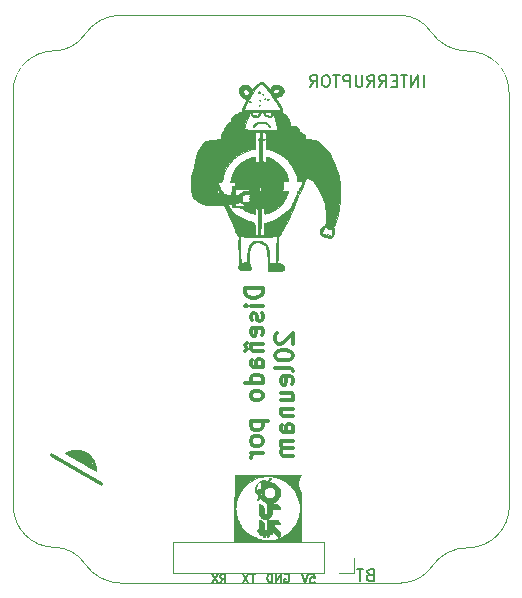
<source format=gbo>
G04 #@! TF.FileFunction,Legend,Bot*
%FSLAX46Y46*%
G04 Gerber Fmt 4.6, Leading zero omitted, Abs format (unit mm)*
G04 Created by KiCad (PCBNEW 4.0.7) date 10/28/18 13:34:34*
%MOMM*%
%LPD*%
G01*
G04 APERTURE LIST*
%ADD10C,0.100000*%
%ADD11C,0.175000*%
%ADD12C,0.300000*%
%ADD13C,0.120000*%
%ADD14C,0.010000*%
%ADD15C,0.150000*%
%ADD16C,1.974800*%
%ADD17R,2.200000X2.200000*%
%ADD18O,2.200000X2.200000*%
%ADD19R,2.100000X2.100000*%
%ADD20O,2.100000X2.100000*%
%ADD21C,2.000000*%
%ADD22O,2.000000X2.000000*%
%ADD23C,1.924000*%
%ADD24C,6.800000*%
%ADD25C,1.000000*%
%ADD26R,2.400000X2.400000*%
%ADD27C,2.400000*%
%ADD28R,2.000000X2.000000*%
%ADD29C,4.400500*%
G04 APERTURE END LIST*
D10*
X35488497Y1354679D02*
G75*
G02X38608000Y3027680I3094103J-2024475D01*
G01*
X35490167Y1355438D02*
G75*
G02X32962545Y56661I-2527622J1810183D01*
G01*
X32964120Y55880D02*
X9276080Y31244D01*
X6162040Y1689436D02*
G75*
G03X3583833Y3061019I-2578207J-1737377D01*
G01*
X6161607Y1686268D02*
G75*
G03X9276080Y30480I3114473J2101208D01*
G01*
X6122129Y46427402D02*
G75*
G02X9276080Y48127920I3143791J-2055714D01*
G01*
X6124118Y46432844D02*
G75*
G02X3586480Y45100240I-2550445J1774261D01*
G01*
X35459774Y46730191D02*
G75*
G03X38582600Y45074840I3112666J2098769D01*
G01*
X35458400Y46730920D02*
G75*
G03X32880193Y48102503I-2578207J-1737377D01*
G01*
X42077640Y41584880D02*
G75*
G03X38577520Y45074840I-3495040J-5080D01*
G01*
X38608058Y3027735D02*
G75*
G03X42113200Y6558280I-20378J3525465D01*
G01*
X3585451Y45100235D02*
G75*
G03X91440Y41600120I6109J-3500115D01*
G01*
X116782Y6555222D02*
G75*
G03X3586480Y3063240I3490018J-2022D01*
G01*
D11*
X25259013Y774493D02*
X25592346Y774493D01*
X25625680Y441160D01*
X25592346Y474493D01*
X25525680Y507827D01*
X25359013Y507827D01*
X25292346Y474493D01*
X25259013Y441160D01*
X25225680Y374493D01*
X25225680Y207827D01*
X25259013Y141160D01*
X25292346Y107827D01*
X25359013Y74493D01*
X25525680Y74493D01*
X25592346Y107827D01*
X25625680Y141160D01*
X25025679Y774493D02*
X24792346Y74493D01*
X24559013Y774493D01*
X23088533Y761480D02*
X23155199Y794813D01*
X23255199Y794813D01*
X23355199Y761480D01*
X23421866Y694813D01*
X23455199Y628147D01*
X23488533Y494813D01*
X23488533Y394813D01*
X23455199Y261480D01*
X23421866Y194813D01*
X23355199Y128147D01*
X23255199Y94813D01*
X23188533Y94813D01*
X23088533Y128147D01*
X23055199Y161480D01*
X23055199Y394813D01*
X23188533Y394813D01*
X22755199Y94813D02*
X22755199Y794813D01*
X22355199Y94813D01*
X22355199Y794813D01*
X22021866Y94813D02*
X22021866Y794813D01*
X21855200Y794813D01*
X21755200Y761480D01*
X21688533Y694813D01*
X21655200Y628147D01*
X21621866Y494813D01*
X21621866Y394813D01*
X21655200Y261480D01*
X21688533Y194813D01*
X21755200Y128147D01*
X21855200Y94813D01*
X22021866Y94813D01*
X20579013Y779573D02*
X20179013Y779573D01*
X20379013Y79573D02*
X20379013Y779573D01*
X20012347Y779573D02*
X19545680Y79573D01*
X19545680Y779573D02*
X20012347Y79573D01*
X17647746Y64333D02*
X17881080Y397667D01*
X18047746Y64333D02*
X18047746Y764333D01*
X17781080Y764333D01*
X17714413Y731000D01*
X17681080Y697667D01*
X17647746Y631000D01*
X17647746Y531000D01*
X17681080Y464333D01*
X17714413Y431000D01*
X17781080Y397667D01*
X18047746Y397667D01*
X17414413Y764333D02*
X16947746Y64333D01*
X16947746Y764333D02*
X17414413Y64333D01*
D12*
X21217091Y25026069D02*
X19717091Y25026069D01*
X19717091Y24668926D01*
X19788520Y24454641D01*
X19931377Y24311783D01*
X20074234Y24240355D01*
X20359949Y24168926D01*
X20574234Y24168926D01*
X20859949Y24240355D01*
X21002806Y24311783D01*
X21145663Y24454641D01*
X21217091Y24668926D01*
X21217091Y25026069D01*
X21217091Y23526069D02*
X20217091Y23526069D01*
X19717091Y23526069D02*
X19788520Y23597498D01*
X19859949Y23526069D01*
X19788520Y23454641D01*
X19717091Y23526069D01*
X19859949Y23526069D01*
X21145663Y22883212D02*
X21217091Y22740355D01*
X21217091Y22454640D01*
X21145663Y22311783D01*
X21002806Y22240355D01*
X20931377Y22240355D01*
X20788520Y22311783D01*
X20717091Y22454640D01*
X20717091Y22668926D01*
X20645663Y22811783D01*
X20502806Y22883212D01*
X20431377Y22883212D01*
X20288520Y22811783D01*
X20217091Y22668926D01*
X20217091Y22454640D01*
X20288520Y22311783D01*
X21145663Y21026069D02*
X21217091Y21168926D01*
X21217091Y21454640D01*
X21145663Y21597497D01*
X21002806Y21668926D01*
X20431377Y21668926D01*
X20288520Y21597497D01*
X20217091Y21454640D01*
X20217091Y21168926D01*
X20288520Y21026069D01*
X20431377Y20954640D01*
X20574234Y20954640D01*
X20717091Y21668926D01*
X20217091Y20311783D02*
X21217091Y20311783D01*
X20359949Y20311783D02*
X20288520Y20240355D01*
X20217091Y20097497D01*
X20217091Y19883212D01*
X20288520Y19740355D01*
X20431377Y19668926D01*
X21217091Y19668926D01*
X19859949Y20383212D02*
X19788520Y20311783D01*
X19717091Y20168926D01*
X19859949Y19883212D01*
X19788520Y19740355D01*
X19717091Y19668926D01*
X21217091Y18311783D02*
X20431377Y18311783D01*
X20288520Y18383212D01*
X20217091Y18526069D01*
X20217091Y18811783D01*
X20288520Y18954640D01*
X21145663Y18311783D02*
X21217091Y18454640D01*
X21217091Y18811783D01*
X21145663Y18954640D01*
X21002806Y19026069D01*
X20859949Y19026069D01*
X20717091Y18954640D01*
X20645663Y18811783D01*
X20645663Y18454640D01*
X20574234Y18311783D01*
X21217091Y16954640D02*
X19717091Y16954640D01*
X21145663Y16954640D02*
X21217091Y17097497D01*
X21217091Y17383211D01*
X21145663Y17526069D01*
X21074234Y17597497D01*
X20931377Y17668926D01*
X20502806Y17668926D01*
X20359949Y17597497D01*
X20288520Y17526069D01*
X20217091Y17383211D01*
X20217091Y17097497D01*
X20288520Y16954640D01*
X21217091Y16026068D02*
X21145663Y16168926D01*
X21074234Y16240354D01*
X20931377Y16311783D01*
X20502806Y16311783D01*
X20359949Y16240354D01*
X20288520Y16168926D01*
X20217091Y16026068D01*
X20217091Y15811783D01*
X20288520Y15668926D01*
X20359949Y15597497D01*
X20502806Y15526068D01*
X20931377Y15526068D01*
X21074234Y15597497D01*
X21145663Y15668926D01*
X21217091Y15811783D01*
X21217091Y16026068D01*
X20217091Y13740354D02*
X21717091Y13740354D01*
X20288520Y13740354D02*
X20217091Y13597497D01*
X20217091Y13311783D01*
X20288520Y13168926D01*
X20359949Y13097497D01*
X20502806Y13026068D01*
X20931377Y13026068D01*
X21074234Y13097497D01*
X21145663Y13168926D01*
X21217091Y13311783D01*
X21217091Y13597497D01*
X21145663Y13740354D01*
X21217091Y12168925D02*
X21145663Y12311783D01*
X21074234Y12383211D01*
X20931377Y12454640D01*
X20502806Y12454640D01*
X20359949Y12383211D01*
X20288520Y12311783D01*
X20217091Y12168925D01*
X20217091Y11954640D01*
X20288520Y11811783D01*
X20359949Y11740354D01*
X20502806Y11668925D01*
X20931377Y11668925D01*
X21074234Y11740354D01*
X21145663Y11811783D01*
X21217091Y11954640D01*
X21217091Y12168925D01*
X21217091Y11026068D02*
X20217091Y11026068D01*
X20502806Y11026068D02*
X20359949Y10954640D01*
X20288520Y10883211D01*
X20217091Y10740354D01*
X20217091Y10597497D01*
X22409949Y21168925D02*
X22338520Y21097496D01*
X22267091Y20954639D01*
X22267091Y20597496D01*
X22338520Y20454639D01*
X22409949Y20383210D01*
X22552806Y20311782D01*
X22695663Y20311782D01*
X22909949Y20383210D01*
X23767091Y21240353D01*
X23767091Y20311782D01*
X22267091Y19383211D02*
X22267091Y19240354D01*
X22338520Y19097497D01*
X22409949Y19026068D01*
X22552806Y18954639D01*
X22838520Y18883211D01*
X23195663Y18883211D01*
X23481377Y18954639D01*
X23624234Y19026068D01*
X23695663Y19097497D01*
X23767091Y19240354D01*
X23767091Y19383211D01*
X23695663Y19526068D01*
X23624234Y19597497D01*
X23481377Y19668925D01*
X23195663Y19740354D01*
X22838520Y19740354D01*
X22552806Y19668925D01*
X22409949Y19597497D01*
X22338520Y19526068D01*
X22267091Y19383211D01*
X23767091Y18026068D02*
X23695663Y18168926D01*
X23552806Y18240354D01*
X22267091Y18240354D01*
X23695663Y16883212D02*
X23767091Y17026069D01*
X23767091Y17311783D01*
X23695663Y17454640D01*
X23552806Y17526069D01*
X22981377Y17526069D01*
X22838520Y17454640D01*
X22767091Y17311783D01*
X22767091Y17026069D01*
X22838520Y16883212D01*
X22981377Y16811783D01*
X23124234Y16811783D01*
X23267091Y17526069D01*
X22767091Y15526069D02*
X23767091Y15526069D01*
X22767091Y16168926D02*
X23552806Y16168926D01*
X23695663Y16097498D01*
X23767091Y15954640D01*
X23767091Y15740355D01*
X23695663Y15597498D01*
X23624234Y15526069D01*
X22767091Y14811783D02*
X23767091Y14811783D01*
X22909949Y14811783D02*
X22838520Y14740355D01*
X22767091Y14597497D01*
X22767091Y14383212D01*
X22838520Y14240355D01*
X22981377Y14168926D01*
X23767091Y14168926D01*
X23767091Y12811783D02*
X22981377Y12811783D01*
X22838520Y12883212D01*
X22767091Y13026069D01*
X22767091Y13311783D01*
X22838520Y13454640D01*
X23695663Y12811783D02*
X23767091Y12954640D01*
X23767091Y13311783D01*
X23695663Y13454640D01*
X23552806Y13526069D01*
X23409949Y13526069D01*
X23267091Y13454640D01*
X23195663Y13311783D01*
X23195663Y12954640D01*
X23124234Y12811783D01*
X23767091Y12097497D02*
X22767091Y12097497D01*
X22909949Y12097497D02*
X22838520Y12026069D01*
X22767091Y11883211D01*
X22767091Y11668926D01*
X22838520Y11526069D01*
X22981377Y11454640D01*
X23767091Y11454640D01*
X22981377Y11454640D02*
X22838520Y11383211D01*
X22767091Y11240354D01*
X22767091Y11026069D01*
X22838520Y10883211D01*
X22981377Y10811783D01*
X23767091Y10811783D01*
D10*
X42113200Y6553200D02*
X42077640Y41584880D01*
X32882840Y48102520D02*
X9276080Y48127920D01*
X91440Y41605200D02*
X116840Y6553200D01*
D13*
X13630600Y854400D02*
X13630600Y3514400D01*
X26390600Y854400D02*
X13630600Y854400D01*
X26390600Y3514400D02*
X13630600Y3514400D01*
X26390600Y854400D02*
X26390600Y3514400D01*
X27660600Y854400D02*
X28990600Y854400D01*
X28990600Y854400D02*
X28990600Y2184400D01*
D14*
G36*
X3289348Y11016224D02*
X3274368Y11010980D01*
X3262109Y11005110D01*
X3232873Y10984780D01*
X3211467Y10957989D01*
X3199315Y10927416D01*
X3197835Y10895738D01*
X3199501Y10887140D01*
X3205650Y10873500D01*
X3218102Y10858351D01*
X3237721Y10841071D01*
X3265372Y10821037D01*
X3301918Y10797625D01*
X3348225Y10770212D01*
X3405156Y10738175D01*
X3409315Y10735878D01*
X3429180Y10724632D01*
X3453452Y10710497D01*
X3469640Y10700870D01*
X3490102Y10688752D01*
X3517505Y10672776D01*
X3547732Y10655333D01*
X3568065Y10643702D01*
X3602093Y10624265D01*
X3640242Y10602386D01*
X3676444Y10581550D01*
X3691890Y10572626D01*
X3747034Y10540724D01*
X3792935Y10514185D01*
X3831337Y10492006D01*
X3863984Y10473179D01*
X3892620Y10456699D01*
X3918990Y10441560D01*
X3942715Y10427970D01*
X3976719Y10408465D01*
X4014843Y10386521D01*
X4051029Y10365629D01*
X4066540Y10356646D01*
X4099424Y10337591D01*
X4137277Y10315682D01*
X4174066Y10294409D01*
X4190365Y10284994D01*
X4246337Y10252654D01*
X4293666Y10225258D01*
X4331482Y10203312D01*
X4352290Y10191191D01*
X4366969Y10182727D01*
X4389380Y10169929D01*
X4416191Y10154697D01*
X4438015Y10142346D01*
X4470411Y10123908D01*
X4505303Y10103825D01*
X4537398Y10085153D01*
X4552315Y10076369D01*
X4576265Y10062215D01*
X4597273Y10049872D01*
X4612078Y10041254D01*
X4615815Y10039119D01*
X4621503Y10035904D01*
X4629136Y10031550D01*
X4640041Y10025292D01*
X4655545Y10016366D01*
X4676974Y10004007D01*
X4705655Y9987450D01*
X4742914Y9965932D01*
X4780915Y9943981D01*
X4816083Y9923667D01*
X4853142Y9902260D01*
X4887997Y9882129D01*
X4916550Y9865640D01*
X4919939Y9863682D01*
X4943558Y9850128D01*
X4962657Y9839328D01*
X4974856Y9832619D01*
X4978028Y9831070D01*
X4983799Y9828003D01*
X4997705Y9819853D01*
X5017065Y9808199D01*
X5023154Y9804489D01*
X5047743Y9789741D01*
X5078685Y9771574D01*
X5111244Y9752755D01*
X5130165Y9741973D01*
X5155361Y9727636D01*
X5188729Y9708532D01*
X5227463Y9686275D01*
X5268755Y9662479D01*
X5309798Y9638757D01*
X5317490Y9634302D01*
X5358167Y9610759D01*
X5399637Y9586796D01*
X5439092Y9564035D01*
X5473722Y9544094D01*
X5500719Y9528594D01*
X5504815Y9526250D01*
X5573417Y9486933D01*
X5631947Y9453205D01*
X5681430Y9424470D01*
X5722890Y9400137D01*
X5738703Y9390763D01*
X5760811Y9377757D01*
X5778441Y9367663D01*
X5789026Y9361939D01*
X5790866Y9361170D01*
X5796945Y9358100D01*
X5811623Y9349759D01*
X5832638Y9337455D01*
X5855429Y9323876D01*
X5887313Y9304945D01*
X5921821Y9284785D01*
X5953687Y9266461D01*
X5968365Y9258171D01*
X5997754Y9241579D01*
X6032130Y9221940D01*
X6065540Y9202659D01*
X6076315Y9196385D01*
X6103498Y9180550D01*
X6129549Y9165442D01*
X6150631Y9153282D01*
X6158865Y9148573D01*
X6178203Y9137516D01*
X6202605Y9123474D01*
X6222365Y9112049D01*
X6244725Y9099098D01*
X6273533Y9082430D01*
X6304238Y9064675D01*
X6320790Y9055110D01*
X6347104Y9039898D01*
X6381034Y9020268D01*
X6419212Y8998171D01*
X6458265Y8975557D01*
X6482715Y8961394D01*
X6517011Y8941535D01*
X6549300Y8922857D01*
X6577254Y8906707D01*
X6598545Y8894430D01*
X6609715Y8888015D01*
X6673563Y8851490D01*
X6736743Y8815267D01*
X6798007Y8780066D01*
X6856107Y8746609D01*
X6909794Y8715615D01*
X6957821Y8687808D01*
X6998939Y8663906D01*
X7031899Y8644631D01*
X7055454Y8630705D01*
X7060565Y8627638D01*
X7083710Y8613907D01*
X7114038Y8596244D01*
X7147647Y8576908D01*
X7180633Y8558156D01*
X7181215Y8557827D01*
X7239880Y8524683D01*
X7289028Y8496806D01*
X7330240Y8473287D01*
X7365096Y8453217D01*
X7395177Y8435689D01*
X7422063Y8419792D01*
X7440737Y8408602D01*
X7484335Y8385626D01*
X7521533Y8373222D01*
X7552815Y8371286D01*
X7578090Y8379386D01*
X7592368Y8390505D01*
X7607281Y8406373D01*
X7609840Y8409659D01*
X7620242Y8430976D01*
X7625874Y8457943D01*
X7626614Y8486228D01*
X7622338Y8511497D01*
X7613256Y8529055D01*
X7603851Y8536700D01*
X7585666Y8549270D01*
X7560939Y8565369D01*
X7531906Y8583603D01*
X7500805Y8602579D01*
X7469871Y8620900D01*
X7441343Y8637174D01*
X7428865Y8644007D01*
X7413362Y8652616D01*
X7391890Y8664870D01*
X7371715Y8676588D01*
X7333027Y8699180D01*
X7288093Y8725277D01*
X7240122Y8753027D01*
X7192323Y8780577D01*
X7147905Y8806078D01*
X7110077Y8827676D01*
X7098665Y8834153D01*
X7068861Y8851161D01*
X7039047Y8868389D01*
X7013351Y8883442D01*
X7000240Y8891270D01*
X6979767Y8903450D01*
X6952347Y8919462D01*
X6922105Y8936910D01*
X6901815Y8948495D01*
X6876622Y8962873D01*
X6843421Y8981919D01*
X6804818Y9004128D01*
X6763421Y9027994D01*
X6721840Y9052011D01*
X6682681Y9074675D01*
X6648552Y9094480D01*
X6622062Y9109921D01*
X6616065Y9113435D01*
X6593690Y9126477D01*
X6563137Y9144150D01*
X6527270Y9164810D01*
X6488952Y9186810D01*
X6451046Y9208505D01*
X6416414Y9228249D01*
X6406515Y9233873D01*
X6374466Y9252265D01*
X6340254Y9272227D01*
X6309012Y9290750D01*
X6294247Y9299666D01*
X6272302Y9312840D01*
X6254662Y9323025D01*
X6243961Y9328721D01*
X6242083Y9329420D01*
X6235603Y9332493D01*
X6220570Y9340837D01*
X6199294Y9353141D01*
X6176552Y9366616D01*
X6144644Y9385547D01*
X6110112Y9405764D01*
X6078233Y9424187D01*
X6063615Y9432511D01*
X6037926Y9447048D01*
X6013693Y9460799D01*
X5995012Y9471439D01*
X5990590Y9473971D01*
X5944633Y9500369D01*
X5908098Y9521390D01*
X5879384Y9537962D01*
X5856890Y9551013D01*
X5839014Y9561472D01*
X5824156Y9570268D01*
X5812790Y9577078D01*
X5792316Y9589205D01*
X5764895Y9605170D01*
X5734651Y9622581D01*
X5714365Y9634148D01*
X5688198Y9649078D01*
X5653740Y9668853D01*
X5613672Y9691925D01*
X5570678Y9716742D01*
X5527438Y9741757D01*
X5486634Y9765419D01*
X5450949Y9786180D01*
X5425440Y9801092D01*
X5406563Y9811904D01*
X5383384Y9824830D01*
X5371465Y9831350D01*
X5347432Y9844710D01*
X5320215Y9860311D01*
X5304790Y9869377D01*
X5287271Y9879707D01*
X5261144Y9894976D01*
X5228810Y9913792D01*
X5192672Y9934765D01*
X5155131Y9956502D01*
X5118589Y9977612D01*
X5085448Y9996705D01*
X5058110Y10012389D01*
X5044440Y10020181D01*
X5026864Y10030321D01*
X5002142Y10044797D01*
X4974017Y10061410D01*
X4954407Y10073074D01*
X4926539Y10089500D01*
X4899832Y10104885D01*
X4877852Y10117195D01*
X4866953Y10123011D01*
X4851966Y10131127D01*
X4828926Y10144171D01*
X4800659Y10160518D01*
X4769993Y10178545D01*
X4761320Y10183697D01*
X4733044Y10200448D01*
X4708874Y10214603D01*
X4690789Y10225014D01*
X4680771Y10230535D01*
X4679436Y10231120D01*
X4673362Y10234154D01*
X4658965Y10242281D01*
X4638799Y10254046D01*
X4627453Y10260776D01*
X4599847Y10277067D01*
X4566371Y10296577D01*
X4532218Y10316286D01*
X4514215Y10326580D01*
X4450249Y10363049D01*
X4396729Y10393685D01*
X4353018Y10418857D01*
X4318479Y10438937D01*
X4292478Y10454294D01*
X4274377Y10465299D01*
X4263541Y10472320D01*
X4262733Y10472889D01*
X4250284Y10481228D01*
X4243068Y10485089D01*
X4242826Y10485120D01*
X4236648Y10488124D01*
X4221520Y10496378D01*
X4199474Y10508752D01*
X4172537Y10524113D01*
X4161256Y10530606D01*
X4125519Y10551168D01*
X4086688Y10573420D01*
X4049478Y10594666D01*
X4018915Y10612030D01*
X3987735Y10629859D01*
X3955234Y10648742D01*
X3926149Y10665916D01*
X3911904Y10674495D01*
X3891483Y10686830D01*
X3875763Y10696112D01*
X3867425Y10700763D01*
X3866778Y10701020D01*
X3863266Y10702698D01*
X3853481Y10708087D01*
X3836481Y10717726D01*
X3811326Y10732153D01*
X3777074Y10751903D01*
X3733165Y10777295D01*
X3719940Y10784934D01*
X3698834Y10797105D01*
X3672977Y10812007D01*
X3650615Y10824886D01*
X3620412Y10842299D01*
X3589713Y10860034D01*
X3562822Y10875602D01*
X3549015Y10883619D01*
X3524211Y10897982D01*
X3498943Y10912508D01*
X3482667Y10921786D01*
X3464517Y10932222D01*
X3439619Y10946741D01*
X3412130Y10962914D01*
X3399221Y10970559D01*
X3372550Y10985712D01*
X3346849Y10999141D01*
X3326005Y11008863D01*
X3318354Y11011803D01*
X3302155Y11016278D01*
X3289348Y11016224D01*
X3289348Y11016224D01*
G37*
X3289348Y11016224D02*
X3274368Y11010980D01*
X3262109Y11005110D01*
X3232873Y10984780D01*
X3211467Y10957989D01*
X3199315Y10927416D01*
X3197835Y10895738D01*
X3199501Y10887140D01*
X3205650Y10873500D01*
X3218102Y10858351D01*
X3237721Y10841071D01*
X3265372Y10821037D01*
X3301918Y10797625D01*
X3348225Y10770212D01*
X3405156Y10738175D01*
X3409315Y10735878D01*
X3429180Y10724632D01*
X3453452Y10710497D01*
X3469640Y10700870D01*
X3490102Y10688752D01*
X3517505Y10672776D01*
X3547732Y10655333D01*
X3568065Y10643702D01*
X3602093Y10624265D01*
X3640242Y10602386D01*
X3676444Y10581550D01*
X3691890Y10572626D01*
X3747034Y10540724D01*
X3792935Y10514185D01*
X3831337Y10492006D01*
X3863984Y10473179D01*
X3892620Y10456699D01*
X3918990Y10441560D01*
X3942715Y10427970D01*
X3976719Y10408465D01*
X4014843Y10386521D01*
X4051029Y10365629D01*
X4066540Y10356646D01*
X4099424Y10337591D01*
X4137277Y10315682D01*
X4174066Y10294409D01*
X4190365Y10284994D01*
X4246337Y10252654D01*
X4293666Y10225258D01*
X4331482Y10203312D01*
X4352290Y10191191D01*
X4366969Y10182727D01*
X4389380Y10169929D01*
X4416191Y10154697D01*
X4438015Y10142346D01*
X4470411Y10123908D01*
X4505303Y10103825D01*
X4537398Y10085153D01*
X4552315Y10076369D01*
X4576265Y10062215D01*
X4597273Y10049872D01*
X4612078Y10041254D01*
X4615815Y10039119D01*
X4621503Y10035904D01*
X4629136Y10031550D01*
X4640041Y10025292D01*
X4655545Y10016366D01*
X4676974Y10004007D01*
X4705655Y9987450D01*
X4742914Y9965932D01*
X4780915Y9943981D01*
X4816083Y9923667D01*
X4853142Y9902260D01*
X4887997Y9882129D01*
X4916550Y9865640D01*
X4919939Y9863682D01*
X4943558Y9850128D01*
X4962657Y9839328D01*
X4974856Y9832619D01*
X4978028Y9831070D01*
X4983799Y9828003D01*
X4997705Y9819853D01*
X5017065Y9808199D01*
X5023154Y9804489D01*
X5047743Y9789741D01*
X5078685Y9771574D01*
X5111244Y9752755D01*
X5130165Y9741973D01*
X5155361Y9727636D01*
X5188729Y9708532D01*
X5227463Y9686275D01*
X5268755Y9662479D01*
X5309798Y9638757D01*
X5317490Y9634302D01*
X5358167Y9610759D01*
X5399637Y9586796D01*
X5439092Y9564035D01*
X5473722Y9544094D01*
X5500719Y9528594D01*
X5504815Y9526250D01*
X5573417Y9486933D01*
X5631947Y9453205D01*
X5681430Y9424470D01*
X5722890Y9400137D01*
X5738703Y9390763D01*
X5760811Y9377757D01*
X5778441Y9367663D01*
X5789026Y9361939D01*
X5790866Y9361170D01*
X5796945Y9358100D01*
X5811623Y9349759D01*
X5832638Y9337455D01*
X5855429Y9323876D01*
X5887313Y9304945D01*
X5921821Y9284785D01*
X5953687Y9266461D01*
X5968365Y9258171D01*
X5997754Y9241579D01*
X6032130Y9221940D01*
X6065540Y9202659D01*
X6076315Y9196385D01*
X6103498Y9180550D01*
X6129549Y9165442D01*
X6150631Y9153282D01*
X6158865Y9148573D01*
X6178203Y9137516D01*
X6202605Y9123474D01*
X6222365Y9112049D01*
X6244725Y9099098D01*
X6273533Y9082430D01*
X6304238Y9064675D01*
X6320790Y9055110D01*
X6347104Y9039898D01*
X6381034Y9020268D01*
X6419212Y8998171D01*
X6458265Y8975557D01*
X6482715Y8961394D01*
X6517011Y8941535D01*
X6549300Y8922857D01*
X6577254Y8906707D01*
X6598545Y8894430D01*
X6609715Y8888015D01*
X6673563Y8851490D01*
X6736743Y8815267D01*
X6798007Y8780066D01*
X6856107Y8746609D01*
X6909794Y8715615D01*
X6957821Y8687808D01*
X6998939Y8663906D01*
X7031899Y8644631D01*
X7055454Y8630705D01*
X7060565Y8627638D01*
X7083710Y8613907D01*
X7114038Y8596244D01*
X7147647Y8576908D01*
X7180633Y8558156D01*
X7181215Y8557827D01*
X7239880Y8524683D01*
X7289028Y8496806D01*
X7330240Y8473287D01*
X7365096Y8453217D01*
X7395177Y8435689D01*
X7422063Y8419792D01*
X7440737Y8408602D01*
X7484335Y8385626D01*
X7521533Y8373222D01*
X7552815Y8371286D01*
X7578090Y8379386D01*
X7592368Y8390505D01*
X7607281Y8406373D01*
X7609840Y8409659D01*
X7620242Y8430976D01*
X7625874Y8457943D01*
X7626614Y8486228D01*
X7622338Y8511497D01*
X7613256Y8529055D01*
X7603851Y8536700D01*
X7585666Y8549270D01*
X7560939Y8565369D01*
X7531906Y8583603D01*
X7500805Y8602579D01*
X7469871Y8620900D01*
X7441343Y8637174D01*
X7428865Y8644007D01*
X7413362Y8652616D01*
X7391890Y8664870D01*
X7371715Y8676588D01*
X7333027Y8699180D01*
X7288093Y8725277D01*
X7240122Y8753027D01*
X7192323Y8780577D01*
X7147905Y8806078D01*
X7110077Y8827676D01*
X7098665Y8834153D01*
X7068861Y8851161D01*
X7039047Y8868389D01*
X7013351Y8883442D01*
X7000240Y8891270D01*
X6979767Y8903450D01*
X6952347Y8919462D01*
X6922105Y8936910D01*
X6901815Y8948495D01*
X6876622Y8962873D01*
X6843421Y8981919D01*
X6804818Y9004128D01*
X6763421Y9027994D01*
X6721840Y9052011D01*
X6682681Y9074675D01*
X6648552Y9094480D01*
X6622062Y9109921D01*
X6616065Y9113435D01*
X6593690Y9126477D01*
X6563137Y9144150D01*
X6527270Y9164810D01*
X6488952Y9186810D01*
X6451046Y9208505D01*
X6416414Y9228249D01*
X6406515Y9233873D01*
X6374466Y9252265D01*
X6340254Y9272227D01*
X6309012Y9290750D01*
X6294247Y9299666D01*
X6272302Y9312840D01*
X6254662Y9323025D01*
X6243961Y9328721D01*
X6242083Y9329420D01*
X6235603Y9332493D01*
X6220570Y9340837D01*
X6199294Y9353141D01*
X6176552Y9366616D01*
X6144644Y9385547D01*
X6110112Y9405764D01*
X6078233Y9424187D01*
X6063615Y9432511D01*
X6037926Y9447048D01*
X6013693Y9460799D01*
X5995012Y9471439D01*
X5990590Y9473971D01*
X5944633Y9500369D01*
X5908098Y9521390D01*
X5879384Y9537962D01*
X5856890Y9551013D01*
X5839014Y9561472D01*
X5824156Y9570268D01*
X5812790Y9577078D01*
X5792316Y9589205D01*
X5764895Y9605170D01*
X5734651Y9622581D01*
X5714365Y9634148D01*
X5688198Y9649078D01*
X5653740Y9668853D01*
X5613672Y9691925D01*
X5570678Y9716742D01*
X5527438Y9741757D01*
X5486634Y9765419D01*
X5450949Y9786180D01*
X5425440Y9801092D01*
X5406563Y9811904D01*
X5383384Y9824830D01*
X5371465Y9831350D01*
X5347432Y9844710D01*
X5320215Y9860311D01*
X5304790Y9869377D01*
X5287271Y9879707D01*
X5261144Y9894976D01*
X5228810Y9913792D01*
X5192672Y9934765D01*
X5155131Y9956502D01*
X5118589Y9977612D01*
X5085448Y9996705D01*
X5058110Y10012389D01*
X5044440Y10020181D01*
X5026864Y10030321D01*
X5002142Y10044797D01*
X4974017Y10061410D01*
X4954407Y10073074D01*
X4926539Y10089500D01*
X4899832Y10104885D01*
X4877852Y10117195D01*
X4866953Y10123011D01*
X4851966Y10131127D01*
X4828926Y10144171D01*
X4800659Y10160518D01*
X4769993Y10178545D01*
X4761320Y10183697D01*
X4733044Y10200448D01*
X4708874Y10214603D01*
X4690789Y10225014D01*
X4680771Y10230535D01*
X4679436Y10231120D01*
X4673362Y10234154D01*
X4658965Y10242281D01*
X4638799Y10254046D01*
X4627453Y10260776D01*
X4599847Y10277067D01*
X4566371Y10296577D01*
X4532218Y10316286D01*
X4514215Y10326580D01*
X4450249Y10363049D01*
X4396729Y10393685D01*
X4353018Y10418857D01*
X4318479Y10438937D01*
X4292478Y10454294D01*
X4274377Y10465299D01*
X4263541Y10472320D01*
X4262733Y10472889D01*
X4250284Y10481228D01*
X4243068Y10485089D01*
X4242826Y10485120D01*
X4236648Y10488124D01*
X4221520Y10496378D01*
X4199474Y10508752D01*
X4172537Y10524113D01*
X4161256Y10530606D01*
X4125519Y10551168D01*
X4086688Y10573420D01*
X4049478Y10594666D01*
X4018915Y10612030D01*
X3987735Y10629859D01*
X3955234Y10648742D01*
X3926149Y10665916D01*
X3911904Y10674495D01*
X3891483Y10686830D01*
X3875763Y10696112D01*
X3867425Y10700763D01*
X3866778Y10701020D01*
X3863266Y10702698D01*
X3853481Y10708087D01*
X3836481Y10717726D01*
X3811326Y10732153D01*
X3777074Y10751903D01*
X3733165Y10777295D01*
X3719940Y10784934D01*
X3698834Y10797105D01*
X3672977Y10812007D01*
X3650615Y10824886D01*
X3620412Y10842299D01*
X3589713Y10860034D01*
X3562822Y10875602D01*
X3549015Y10883619D01*
X3524211Y10897982D01*
X3498943Y10912508D01*
X3482667Y10921786D01*
X3464517Y10932222D01*
X3439619Y10946741D01*
X3412130Y10962914D01*
X3399221Y10970559D01*
X3372550Y10985712D01*
X3346849Y10999141D01*
X3326005Y11008863D01*
X3318354Y11011803D01*
X3302155Y11016278D01*
X3289348Y11016224D01*
G36*
X5353239Y11333743D02*
X5262603Y11327387D01*
X5175823Y11317010D01*
X5096767Y11302810D01*
X5085715Y11300340D01*
X4987386Y11275416D01*
X4896991Y11247359D01*
X4809851Y11214533D01*
X4721290Y11175301D01*
X4702793Y11166444D01*
X4643412Y11137000D01*
X4595537Y11111726D01*
X4558767Y11090371D01*
X4532704Y11072686D01*
X4516947Y11058419D01*
X4511096Y11047319D01*
X4511041Y11046294D01*
X4515862Y11038981D01*
X4527879Y11027889D01*
X4543418Y11015810D01*
X4558806Y11005536D01*
X4570372Y10999860D01*
X4572623Y10999470D01*
X4580750Y10996175D01*
X4594790Y10987908D01*
X4600619Y10984061D01*
X4628761Y10966014D01*
X4664348Y10945198D01*
X4698365Y10926377D01*
X4716240Y10916125D01*
X4740005Y10901790D01*
X4764919Y10886241D01*
X4768215Y10884139D01*
X4796206Y10866919D01*
X4826949Y10849050D01*
X4853816Y10834383D01*
X4853940Y10834319D01*
X4877205Y10821854D01*
X4906911Y10805356D01*
X4938604Y10787321D01*
X4958715Y10775629D01*
X4989791Y10757390D01*
X5012604Y10744069D01*
X5029835Y10734137D01*
X5044165Y10726067D01*
X5058274Y10718331D01*
X5074842Y10709401D01*
X5076010Y10708774D01*
X5096382Y10697326D01*
X5114731Y10686183D01*
X5120460Y10682393D01*
X5132329Y10674934D01*
X5152440Y10663087D01*
X5177886Y10648540D01*
X5203190Y10634396D01*
X5238210Y10614796D01*
X5277537Y10592406D01*
X5315143Y10570675D01*
X5333365Y10559982D01*
X5359835Y10544362D01*
X5383294Y10530581D01*
X5400990Y10520254D01*
X5409565Y10515327D01*
X5421774Y10508408D01*
X5440459Y10497719D01*
X5457190Y10488098D01*
X5496560Y10465412D01*
X5538464Y10441275D01*
X5581300Y10416608D01*
X5623467Y10392335D01*
X5663360Y10369378D01*
X5699376Y10348658D01*
X5729914Y10331099D01*
X5753370Y10317622D01*
X5768142Y10309151D01*
X5771515Y10307225D01*
X5787440Y10297999D01*
X5808850Y10285380D01*
X5825490Y10275462D01*
X5845963Y10263379D01*
X5873381Y10247449D01*
X5903622Y10230060D01*
X5923915Y10218493D01*
X5950077Y10203567D01*
X5984536Y10183791D01*
X6024615Y10160713D01*
X6067640Y10135877D01*
X6110935Y10110831D01*
X6151824Y10087119D01*
X6187632Y10066288D01*
X6212840Y10051553D01*
X6227519Y10043062D01*
X6249930Y10030241D01*
X6276740Y10014990D01*
X6298565Y10002631D01*
X6329200Y9985084D01*
X6366094Y9963593D01*
X6404674Y9940838D01*
X6440366Y9919503D01*
X6441440Y9918855D01*
X6475199Y9898740D01*
X6510324Y9878239D01*
X6542912Y9859606D01*
X6569059Y9845095D01*
X6571615Y9843718D01*
X6601863Y9827114D01*
X6634728Y9808481D01*
X6663694Y9791519D01*
X6666865Y9789611D01*
X6694669Y9773109D01*
X6727210Y9754237D01*
X6758078Y9736710D01*
X6762115Y9734454D01*
X6794234Y9716511D01*
X6820555Y9701635D01*
X6845225Y9687440D01*
X6872394Y9671538D01*
X6906207Y9651543D01*
X6907103Y9651012D01*
X6929168Y9638053D01*
X6946694Y9627994D01*
X6957130Y9622288D01*
X6958888Y9621520D01*
X6964841Y9618421D01*
X6978967Y9610148D01*
X6998656Y9598243D01*
X7007284Y9592945D01*
X7036910Y9576005D01*
X7058754Y9566992D01*
X7074630Y9565512D01*
X7086349Y9571172D01*
X7089950Y9574943D01*
X7093861Y9586462D01*
X7096497Y9608626D01*
X7097902Y9639451D01*
X7098116Y9676951D01*
X7097184Y9719140D01*
X7095146Y9764033D01*
X7092045Y9809644D01*
X7087923Y9853987D01*
X7083218Y9892290D01*
X7082645Y9895786D01*
X6865078Y9895786D01*
X6863792Y9882964D01*
X6858212Y9864220D01*
X6850364Y9849571D01*
X6849494Y9848533D01*
X6835566Y9840651D01*
X6816179Y9837554D01*
X6797901Y9839951D01*
X6792675Y9842409D01*
X6785281Y9850273D01*
X6779190Y9864551D01*
X6774012Y9886869D01*
X6769355Y9918853D01*
X6765447Y9955546D01*
X6761183Y9991579D01*
X6754824Y10034693D01*
X6749598Y10065541D01*
X6599833Y10065541D01*
X6599626Y10025853D01*
X6597762Y9995510D01*
X6594045Y9972866D01*
X6588279Y9956276D01*
X6580268Y9944094D01*
X6577745Y9941398D01*
X6557509Y9928451D01*
X6536290Y9927202D01*
X6516835Y9937554D01*
X6511043Y9943783D01*
X6504434Y9953239D01*
X6500677Y9963207D01*
X6499341Y9976980D01*
X6499996Y9997853D01*
X6501362Y10017827D01*
X6502393Y10046568D01*
X6502121Y10083258D01*
X6500654Y10123228D01*
X6498100Y10161805D01*
X6498030Y10162627D01*
X6494947Y10204181D01*
X6494783Y10209689D01*
X6365154Y10209689D01*
X6364574Y10176508D01*
X6362578Y10153635D01*
X6358582Y10138705D01*
X6352005Y10129355D01*
X6344052Y10124079D01*
X6327114Y10120118D01*
X6307120Y10121135D01*
X6290511Y10126526D01*
X6286532Y10129489D01*
X6281065Y10141151D01*
X6276563Y10162155D01*
X6273240Y10189165D01*
X6271309Y10218843D01*
X6270984Y10247855D01*
X6272476Y10272863D01*
X6276000Y10290532D01*
X6276213Y10291110D01*
X6288879Y10309415D01*
X6307730Y10317460D01*
X6330465Y10314437D01*
X6335934Y10312123D01*
X6347914Y10304728D01*
X6356182Y10294446D01*
X6361378Y10279029D01*
X6364142Y10256231D01*
X6365117Y10223804D01*
X6365154Y10209689D01*
X6494783Y10209689D01*
X6494027Y10234927D01*
X6495605Y10256628D01*
X6500017Y10271044D01*
X6507599Y10279937D01*
X6518684Y10285068D01*
X6521491Y10285833D01*
X6542524Y10288183D01*
X6559572Y10283042D01*
X6573024Y10269558D01*
X6583267Y10246879D01*
X6590688Y10214152D01*
X6595675Y10170525D01*
X6598579Y10116221D01*
X6599833Y10065541D01*
X6749598Y10065541D01*
X6747213Y10079612D01*
X6739188Y10121060D01*
X6738743Y10123170D01*
X6728659Y10171518D01*
X6721389Y10209032D01*
X6716944Y10237266D01*
X6715337Y10257774D01*
X6716580Y10272110D01*
X6720686Y10281827D01*
X6727666Y10288480D01*
X6737534Y10293622D01*
X6740096Y10294706D01*
X6761526Y10298961D01*
X6780141Y10292409D01*
X6796318Y10274607D01*
X6810436Y10245115D01*
X6822874Y10203492D01*
X6824613Y10196195D01*
X6834564Y10149695D01*
X6843591Y10100656D01*
X6851416Y10051320D01*
X6857757Y10003926D01*
X6862334Y9960712D01*
X6864868Y9923919D01*
X6865078Y9895786D01*
X7082645Y9895786D01*
X7065664Y9999241D01*
X7043953Y10097387D01*
X7017034Y10190237D01*
X6983854Y10281300D01*
X6943361Y10374085D01*
X6930959Y10400050D01*
X6864413Y10523633D01*
X6788803Y10638809D01*
X6703722Y10746039D01*
X6608760Y10845781D01*
X6572453Y10877765D01*
X5380090Y10877765D01*
X5379739Y10864003D01*
X5377449Y10848185D01*
X5371560Y10836494D01*
X5359329Y10824935D01*
X5346379Y10815386D01*
X5325708Y10799623D01*
X5301090Y10779261D01*
X5277671Y10758563D01*
X5276529Y10757508D01*
X5248779Y10732883D01*
X5227360Y10716930D01*
X5210258Y10708748D01*
X5195461Y10707435D01*
X5180955Y10712089D01*
X5178244Y10713478D01*
X5167697Y10723552D01*
X5159111Y10738226D01*
X5154724Y10754437D01*
X5158066Y10769328D01*
X5161138Y10775717D01*
X5172464Y10791663D01*
X5191422Y10812363D01*
X5215232Y10835301D01*
X5241112Y10857962D01*
X5266283Y10877830D01*
X5287963Y10892388D01*
X5293332Y10895325D01*
X5321146Y10906970D01*
X5342910Y10909805D01*
X5361523Y10904031D01*
X5367214Y10900450D01*
X5376732Y10891005D01*
X5380090Y10877765D01*
X6572453Y10877765D01*
X6503512Y10938496D01*
X6387570Y11024642D01*
X6362065Y11041783D01*
X6342558Y11054746D01*
X6324378Y11066946D01*
X6319662Y11070143D01*
X6302804Y11080959D01*
X6282636Y11093052D01*
X6278387Y11095489D01*
X6253278Y11108795D01*
X5216921Y11108795D01*
X5216070Y11088370D01*
X5210723Y11075151D01*
X5197542Y11063238D01*
X5174866Y11051485D01*
X5147276Y11040900D01*
X5104722Y11024031D01*
X5059786Y11002857D01*
X5015998Y10979292D01*
X4976886Y10955251D01*
X4945981Y10932649D01*
X4942840Y10929995D01*
X4910326Y10904041D01*
X4883941Y10888071D01*
X4862415Y10881744D01*
X4844483Y10884718D01*
X4828876Y10896654D01*
X4826953Y10898845D01*
X4817164Y10916410D01*
X4817309Y10935229D01*
X4827841Y10956269D01*
X4849215Y10980498D01*
X4876434Y11004477D01*
X4933354Y11046177D01*
X4995017Y11082790D01*
X5058058Y11112599D01*
X5119112Y11133884D01*
X5140134Y11139169D01*
X5162039Y11143291D01*
X5176938Y11143443D01*
X5189965Y11139386D01*
X5195697Y11136587D01*
X5210806Y11125015D01*
X5216921Y11108795D01*
X6253278Y11108795D01*
X6154512Y11161132D01*
X6033612Y11215592D01*
X5913935Y11259474D01*
X5793733Y11293382D01*
X5671256Y11317923D01*
X5609590Y11326747D01*
X5530602Y11333619D01*
X5443862Y11335886D01*
X5353239Y11333743D01*
X5353239Y11333743D01*
G37*
X5353239Y11333743D02*
X5262603Y11327387D01*
X5175823Y11317010D01*
X5096767Y11302810D01*
X5085715Y11300340D01*
X4987386Y11275416D01*
X4896991Y11247359D01*
X4809851Y11214533D01*
X4721290Y11175301D01*
X4702793Y11166444D01*
X4643412Y11137000D01*
X4595537Y11111726D01*
X4558767Y11090371D01*
X4532704Y11072686D01*
X4516947Y11058419D01*
X4511096Y11047319D01*
X4511041Y11046294D01*
X4515862Y11038981D01*
X4527879Y11027889D01*
X4543418Y11015810D01*
X4558806Y11005536D01*
X4570372Y10999860D01*
X4572623Y10999470D01*
X4580750Y10996175D01*
X4594790Y10987908D01*
X4600619Y10984061D01*
X4628761Y10966014D01*
X4664348Y10945198D01*
X4698365Y10926377D01*
X4716240Y10916125D01*
X4740005Y10901790D01*
X4764919Y10886241D01*
X4768215Y10884139D01*
X4796206Y10866919D01*
X4826949Y10849050D01*
X4853816Y10834383D01*
X4853940Y10834319D01*
X4877205Y10821854D01*
X4906911Y10805356D01*
X4938604Y10787321D01*
X4958715Y10775629D01*
X4989791Y10757390D01*
X5012604Y10744069D01*
X5029835Y10734137D01*
X5044165Y10726067D01*
X5058274Y10718331D01*
X5074842Y10709401D01*
X5076010Y10708774D01*
X5096382Y10697326D01*
X5114731Y10686183D01*
X5120460Y10682393D01*
X5132329Y10674934D01*
X5152440Y10663087D01*
X5177886Y10648540D01*
X5203190Y10634396D01*
X5238210Y10614796D01*
X5277537Y10592406D01*
X5315143Y10570675D01*
X5333365Y10559982D01*
X5359835Y10544362D01*
X5383294Y10530581D01*
X5400990Y10520254D01*
X5409565Y10515327D01*
X5421774Y10508408D01*
X5440459Y10497719D01*
X5457190Y10488098D01*
X5496560Y10465412D01*
X5538464Y10441275D01*
X5581300Y10416608D01*
X5623467Y10392335D01*
X5663360Y10369378D01*
X5699376Y10348658D01*
X5729914Y10331099D01*
X5753370Y10317622D01*
X5768142Y10309151D01*
X5771515Y10307225D01*
X5787440Y10297999D01*
X5808850Y10285380D01*
X5825490Y10275462D01*
X5845963Y10263379D01*
X5873381Y10247449D01*
X5903622Y10230060D01*
X5923915Y10218493D01*
X5950077Y10203567D01*
X5984536Y10183791D01*
X6024615Y10160713D01*
X6067640Y10135877D01*
X6110935Y10110831D01*
X6151824Y10087119D01*
X6187632Y10066288D01*
X6212840Y10051553D01*
X6227519Y10043062D01*
X6249930Y10030241D01*
X6276740Y10014990D01*
X6298565Y10002631D01*
X6329200Y9985084D01*
X6366094Y9963593D01*
X6404674Y9940838D01*
X6440366Y9919503D01*
X6441440Y9918855D01*
X6475199Y9898740D01*
X6510324Y9878239D01*
X6542912Y9859606D01*
X6569059Y9845095D01*
X6571615Y9843718D01*
X6601863Y9827114D01*
X6634728Y9808481D01*
X6663694Y9791519D01*
X6666865Y9789611D01*
X6694669Y9773109D01*
X6727210Y9754237D01*
X6758078Y9736710D01*
X6762115Y9734454D01*
X6794234Y9716511D01*
X6820555Y9701635D01*
X6845225Y9687440D01*
X6872394Y9671538D01*
X6906207Y9651543D01*
X6907103Y9651012D01*
X6929168Y9638053D01*
X6946694Y9627994D01*
X6957130Y9622288D01*
X6958888Y9621520D01*
X6964841Y9618421D01*
X6978967Y9610148D01*
X6998656Y9598243D01*
X7007284Y9592945D01*
X7036910Y9576005D01*
X7058754Y9566992D01*
X7074630Y9565512D01*
X7086349Y9571172D01*
X7089950Y9574943D01*
X7093861Y9586462D01*
X7096497Y9608626D01*
X7097902Y9639451D01*
X7098116Y9676951D01*
X7097184Y9719140D01*
X7095146Y9764033D01*
X7092045Y9809644D01*
X7087923Y9853987D01*
X7083218Y9892290D01*
X7082645Y9895786D01*
X6865078Y9895786D01*
X6863792Y9882964D01*
X6858212Y9864220D01*
X6850364Y9849571D01*
X6849494Y9848533D01*
X6835566Y9840651D01*
X6816179Y9837554D01*
X6797901Y9839951D01*
X6792675Y9842409D01*
X6785281Y9850273D01*
X6779190Y9864551D01*
X6774012Y9886869D01*
X6769355Y9918853D01*
X6765447Y9955546D01*
X6761183Y9991579D01*
X6754824Y10034693D01*
X6749598Y10065541D01*
X6599833Y10065541D01*
X6599626Y10025853D01*
X6597762Y9995510D01*
X6594045Y9972866D01*
X6588279Y9956276D01*
X6580268Y9944094D01*
X6577745Y9941398D01*
X6557509Y9928451D01*
X6536290Y9927202D01*
X6516835Y9937554D01*
X6511043Y9943783D01*
X6504434Y9953239D01*
X6500677Y9963207D01*
X6499341Y9976980D01*
X6499996Y9997853D01*
X6501362Y10017827D01*
X6502393Y10046568D01*
X6502121Y10083258D01*
X6500654Y10123228D01*
X6498100Y10161805D01*
X6498030Y10162627D01*
X6494947Y10204181D01*
X6494783Y10209689D01*
X6365154Y10209689D01*
X6364574Y10176508D01*
X6362578Y10153635D01*
X6358582Y10138705D01*
X6352005Y10129355D01*
X6344052Y10124079D01*
X6327114Y10120118D01*
X6307120Y10121135D01*
X6290511Y10126526D01*
X6286532Y10129489D01*
X6281065Y10141151D01*
X6276563Y10162155D01*
X6273240Y10189165D01*
X6271309Y10218843D01*
X6270984Y10247855D01*
X6272476Y10272863D01*
X6276000Y10290532D01*
X6276213Y10291110D01*
X6288879Y10309415D01*
X6307730Y10317460D01*
X6330465Y10314437D01*
X6335934Y10312123D01*
X6347914Y10304728D01*
X6356182Y10294446D01*
X6361378Y10279029D01*
X6364142Y10256231D01*
X6365117Y10223804D01*
X6365154Y10209689D01*
X6494783Y10209689D01*
X6494027Y10234927D01*
X6495605Y10256628D01*
X6500017Y10271044D01*
X6507599Y10279937D01*
X6518684Y10285068D01*
X6521491Y10285833D01*
X6542524Y10288183D01*
X6559572Y10283042D01*
X6573024Y10269558D01*
X6583267Y10246879D01*
X6590688Y10214152D01*
X6595675Y10170525D01*
X6598579Y10116221D01*
X6599833Y10065541D01*
X6749598Y10065541D01*
X6747213Y10079612D01*
X6739188Y10121060D01*
X6738743Y10123170D01*
X6728659Y10171518D01*
X6721389Y10209032D01*
X6716944Y10237266D01*
X6715337Y10257774D01*
X6716580Y10272110D01*
X6720686Y10281827D01*
X6727666Y10288480D01*
X6737534Y10293622D01*
X6740096Y10294706D01*
X6761526Y10298961D01*
X6780141Y10292409D01*
X6796318Y10274607D01*
X6810436Y10245115D01*
X6822874Y10203492D01*
X6824613Y10196195D01*
X6834564Y10149695D01*
X6843591Y10100656D01*
X6851416Y10051320D01*
X6857757Y10003926D01*
X6862334Y9960712D01*
X6864868Y9923919D01*
X6865078Y9895786D01*
X7082645Y9895786D01*
X7065664Y9999241D01*
X7043953Y10097387D01*
X7017034Y10190237D01*
X6983854Y10281300D01*
X6943361Y10374085D01*
X6930959Y10400050D01*
X6864413Y10523633D01*
X6788803Y10638809D01*
X6703722Y10746039D01*
X6608760Y10845781D01*
X6572453Y10877765D01*
X5380090Y10877765D01*
X5379739Y10864003D01*
X5377449Y10848185D01*
X5371560Y10836494D01*
X5359329Y10824935D01*
X5346379Y10815386D01*
X5325708Y10799623D01*
X5301090Y10779261D01*
X5277671Y10758563D01*
X5276529Y10757508D01*
X5248779Y10732883D01*
X5227360Y10716930D01*
X5210258Y10708748D01*
X5195461Y10707435D01*
X5180955Y10712089D01*
X5178244Y10713478D01*
X5167697Y10723552D01*
X5159111Y10738226D01*
X5154724Y10754437D01*
X5158066Y10769328D01*
X5161138Y10775717D01*
X5172464Y10791663D01*
X5191422Y10812363D01*
X5215232Y10835301D01*
X5241112Y10857962D01*
X5266283Y10877830D01*
X5287963Y10892388D01*
X5293332Y10895325D01*
X5321146Y10906970D01*
X5342910Y10909805D01*
X5361523Y10904031D01*
X5367214Y10900450D01*
X5376732Y10891005D01*
X5380090Y10877765D01*
X6572453Y10877765D01*
X6503512Y10938496D01*
X6387570Y11024642D01*
X6362065Y11041783D01*
X6342558Y11054746D01*
X6324378Y11066946D01*
X6319662Y11070143D01*
X6302804Y11080959D01*
X6282636Y11093052D01*
X6278387Y11095489D01*
X6253278Y11108795D01*
X5216921Y11108795D01*
X5216070Y11088370D01*
X5210723Y11075151D01*
X5197542Y11063238D01*
X5174866Y11051485D01*
X5147276Y11040900D01*
X5104722Y11024031D01*
X5059786Y11002857D01*
X5015998Y10979292D01*
X4976886Y10955251D01*
X4945981Y10932649D01*
X4942840Y10929995D01*
X4910326Y10904041D01*
X4883941Y10888071D01*
X4862415Y10881744D01*
X4844483Y10884718D01*
X4828876Y10896654D01*
X4826953Y10898845D01*
X4817164Y10916410D01*
X4817309Y10935229D01*
X4827841Y10956269D01*
X4849215Y10980498D01*
X4876434Y11004477D01*
X4933354Y11046177D01*
X4995017Y11082790D01*
X5058058Y11112599D01*
X5119112Y11133884D01*
X5140134Y11139169D01*
X5162039Y11143291D01*
X5176938Y11143443D01*
X5189965Y11139386D01*
X5195697Y11136587D01*
X5210806Y11125015D01*
X5216921Y11108795D01*
X6253278Y11108795D01*
X6154512Y11161132D01*
X6033612Y11215592D01*
X5913935Y11259474D01*
X5793733Y11293382D01*
X5671256Y11317923D01*
X5609590Y11326747D01*
X5530602Y11333619D01*
X5443862Y11335886D01*
X5353239Y11333743D01*
G36*
X20950906Y42399926D02*
X20811594Y42323158D01*
X20662591Y42203307D01*
X20527635Y42061702D01*
X20444336Y41944715D01*
X20349099Y41782205D01*
X20222519Y41930086D01*
X20063987Y42078587D01*
X19892221Y42176177D01*
X19720158Y42218309D01*
X19560731Y42200437D01*
X19511708Y42179886D01*
X19349756Y42063600D01*
X19245916Y41914758D01*
X19212432Y41800601D01*
X19214353Y41603548D01*
X19273045Y41419082D01*
X19378372Y41260160D01*
X19520193Y41139739D01*
X19688369Y41070778D01*
X19792367Y41059463D01*
X19920029Y41059463D01*
X19798414Y40850820D01*
X19723409Y40711423D01*
X19639602Y40539410D01*
X19564070Y40369966D01*
X19558173Y40355830D01*
X19499782Y40207414D01*
X19470176Y40108667D01*
X19466006Y40044190D01*
X19481357Y40002537D01*
X19514738Y39941822D01*
X19506858Y39913126D01*
X19445906Y39906075D01*
X19373849Y39908120D01*
X19254390Y39899383D01*
X19178133Y39856142D01*
X19165206Y39841795D01*
X19098411Y39791046D01*
X19044816Y39781681D01*
X18949283Y39767344D01*
X18840383Y39700940D01*
X18731751Y39597762D01*
X18637019Y39473104D01*
X18569823Y39342260D01*
X18543797Y39220524D01*
X18543792Y39219665D01*
X18514071Y39145576D01*
X18420202Y39081265D01*
X18415253Y39078891D01*
X18303807Y39006155D01*
X18189365Y38899069D01*
X18083590Y38773328D01*
X17998144Y38644627D01*
X17944690Y38528661D01*
X17934889Y38441126D01*
X17936668Y38434811D01*
X17921192Y38384926D01*
X17867344Y38327759D01*
X17803092Y38245627D01*
X17761292Y38134894D01*
X17759926Y38127819D01*
X17734784Y38027045D01*
X17704625Y37954911D01*
X17700120Y37948463D01*
X17680068Y37884297D01*
X17678314Y37787095D01*
X17679551Y37775001D01*
X17686071Y37724425D01*
X17685667Y37686979D01*
X17668793Y37659397D01*
X17625899Y37638414D01*
X17547437Y37620765D01*
X17423857Y37603184D01*
X17245613Y37582406D01*
X17053292Y37560842D01*
X16780445Y37525989D01*
X16567687Y37486589D01*
X16402557Y37436452D01*
X16272590Y37369391D01*
X16165324Y37279216D01*
X16068295Y37159738D01*
X15984213Y37029946D01*
X15887945Y36853391D01*
X15793115Y36641004D01*
X15697249Y36385664D01*
X15597876Y36080249D01*
X15492523Y35717637D01*
X15378717Y35290708D01*
X15373877Y35271892D01*
X15295394Y34949284D01*
X15238942Y34669872D01*
X15201336Y34408802D01*
X15179392Y34141219D01*
X15169928Y33842267D01*
X15168880Y33671550D01*
X15170718Y33445463D01*
X15177363Y33274903D01*
X15190511Y33142891D01*
X15211855Y33032448D01*
X15243091Y32926596D01*
X15243316Y32925926D01*
X15365297Y32665907D01*
X15540957Y32454056D01*
X15773067Y32287193D01*
X15822023Y32261199D01*
X15967608Y32192343D01*
X16106741Y32139466D01*
X16251971Y32100702D01*
X16415847Y32074185D01*
X16610920Y32058049D01*
X16849738Y32050429D01*
X17144852Y32049459D01*
X17241706Y32050146D01*
X17990104Y32056667D01*
X18176470Y31577850D01*
X18250293Y31391785D01*
X18321515Y31218663D01*
X18382966Y31075497D01*
X18427475Y30979295D01*
X18434501Y30965713D01*
X18471824Y30888045D01*
X18529896Y30757206D01*
X18602598Y30587437D01*
X18683807Y30392980D01*
X18746415Y30239999D01*
X18842733Y30003027D01*
X18916535Y29823782D01*
X18972414Y29692673D01*
X19014964Y29600111D01*
X19048777Y29536503D01*
X19078447Y29492260D01*
X19108568Y29457791D01*
X19132181Y29434533D01*
X19170292Y29387421D01*
X19188262Y29326465D01*
X19189505Y29230446D01*
X19181820Y29126104D01*
X19177116Y29023082D01*
X19175123Y28860578D01*
X19175749Y28651624D01*
X19178901Y28409256D01*
X19184485Y28146508D01*
X19190269Y27942177D01*
X19199036Y27640171D01*
X19204032Y27402082D01*
X19205101Y27219344D01*
X19202089Y27083392D01*
X19194843Y26985662D01*
X19183208Y26917589D01*
X19171161Y26879991D01*
X19143898Y26766178D01*
X19169394Y26678310D01*
X19251433Y26614366D01*
X19393798Y26572326D01*
X19600272Y26550167D01*
X19797444Y26545380D01*
X19990295Y26549315D01*
X20120322Y26565146D01*
X20197002Y26598492D01*
X20229810Y26654970D01*
X20228223Y26740199D01*
X20217677Y26794535D01*
X20176546Y26914413D01*
X20118110Y27017502D01*
X20101946Y27036941D01*
X20068909Y27076082D01*
X20047152Y27119387D01*
X20035112Y27180851D01*
X20031225Y27274470D01*
X20033928Y27414238D01*
X20040531Y27586845D01*
X20050758Y27773561D01*
X20064658Y27943057D01*
X20080443Y28077172D01*
X20096320Y28157745D01*
X20097033Y28159892D01*
X20129231Y28273360D01*
X20156110Y28399411D01*
X20157156Y28405596D01*
X20208350Y28543216D01*
X20306322Y28684175D01*
X20431194Y28803116D01*
X20506464Y28851174D01*
X20656787Y28894822D01*
X20843477Y28897497D01*
X21043455Y28859855D01*
X21122020Y28833648D01*
X21273693Y28761293D01*
X21392060Y28667012D01*
X21481701Y28541366D01*
X21547195Y28374914D01*
X21593123Y28158216D01*
X21624065Y27881831D01*
X21631231Y27784051D01*
X21646152Y27551141D01*
X21655926Y27368874D01*
X21661033Y27215541D01*
X21661954Y27069431D01*
X21659170Y26908835D01*
X21654251Y26744749D01*
X21645880Y26490749D01*
X22208308Y26486177D01*
X22410088Y26485663D01*
X22592148Y26487285D01*
X22739356Y26490752D01*
X22836580Y26495774D01*
X22861451Y26498726D01*
X22949798Y26526318D01*
X22997523Y26553097D01*
X23035592Y26625876D01*
X23038768Y26733349D01*
X23009342Y26847889D01*
X22966878Y26922296D01*
X22873674Y27009991D01*
X22749115Y27089632D01*
X22621820Y27145342D01*
X22534681Y27162034D01*
X22484272Y27172249D01*
X22470852Y27216762D01*
X22478213Y27279963D01*
X22484155Y27348000D01*
X22490763Y27477278D01*
X22497640Y27656476D01*
X22504388Y27874270D01*
X22510609Y28119340D01*
X22514860Y28323177D01*
X22521543Y28644852D01*
X22528658Y28901388D01*
X22536989Y29100219D01*
X22547322Y29248776D01*
X22560441Y29354493D01*
X22575073Y29416127D01*
X22450502Y29416127D01*
X22445158Y29366312D01*
X22444612Y29363876D01*
X22432439Y29279437D01*
X22419103Y29135988D01*
X22405324Y28947067D01*
X22391818Y28726210D01*
X22379304Y28486955D01*
X22368499Y28242839D01*
X22360122Y28007399D01*
X22354890Y27794173D01*
X22353451Y27645029D01*
X22353451Y27165214D01*
X22090380Y27154553D01*
X21958627Y27151672D01*
X21856901Y27154027D01*
X21805408Y27161091D01*
X21803802Y27162034D01*
X21794774Y27202736D01*
X21785282Y27303124D01*
X21776191Y27450328D01*
X21768362Y27631474D01*
X21764861Y27742606D01*
X21757355Y27968478D01*
X21747808Y28136625D01*
X21734298Y28261893D01*
X21714904Y28359129D01*
X21687705Y28443180D01*
X21668027Y28490754D01*
X21543025Y28703306D01*
X21374488Y28861555D01*
X21153233Y28973946D01*
X21135885Y28980191D01*
X20881120Y29038808D01*
X20643336Y29032747D01*
X20430141Y28964424D01*
X20249143Y28836253D01*
X20110143Y28654567D01*
X20053611Y28516055D01*
X20004017Y28321430D01*
X19964026Y28087026D01*
X19936301Y27829174D01*
X19923506Y27564209D01*
X19922959Y27506749D01*
X19922308Y27180177D01*
X19713665Y27177483D01*
X19584404Y27171321D01*
X19475288Y27158365D01*
X19429013Y27147509D01*
X19407762Y27141259D01*
X19390703Y27144307D01*
X19377161Y27163972D01*
X19366460Y27207571D01*
X19357924Y27282425D01*
X19350877Y27395851D01*
X19344644Y27555168D01*
X19338548Y27767694D01*
X19331913Y28040748D01*
X19327048Y28251716D01*
X19321009Y28530335D01*
X19316176Y28784519D01*
X19312663Y29005494D01*
X19310581Y29184488D01*
X19310046Y29312729D01*
X19311169Y29381444D01*
X19312344Y29390717D01*
X19350550Y29391352D01*
X19448337Y29388109D01*
X19592849Y29381542D01*
X19771233Y29372206D01*
X19867880Y29366744D01*
X20071438Y29357783D01*
X20311790Y29351794D01*
X20578087Y29348609D01*
X20859481Y29348061D01*
X21145123Y29349981D01*
X21424167Y29354202D01*
X21685763Y29360556D01*
X21919063Y29368875D01*
X22113220Y29378991D01*
X22257385Y29390736D01*
X22340710Y29403943D01*
X22344440Y29405063D01*
X22422782Y29426638D01*
X22450502Y29416127D01*
X22575073Y29416127D01*
X22577133Y29424801D01*
X22598182Y29467133D01*
X22624374Y29488921D01*
X22638558Y29494145D01*
X22684900Y29533113D01*
X22747273Y29618875D01*
X22807023Y29723272D01*
X22886513Y29871819D01*
X22981700Y30040068D01*
X23054501Y30162691D01*
X23138459Y30312323D01*
X23246132Y30525710D01*
X23378012Y30803885D01*
X23534588Y31147885D01*
X23713666Y31552606D01*
X23771052Y31683766D01*
X23843512Y31849415D01*
X23917047Y32017546D01*
X23929940Y32047030D01*
X23987761Y32183471D01*
X24032168Y32296290D01*
X24056371Y32367883D01*
X24058880Y32381365D01*
X24073362Y32425097D01*
X24113759Y32524070D01*
X24175493Y32667669D01*
X24253986Y32845278D01*
X24344661Y33046285D01*
X24362032Y33084370D01*
X24456569Y33292740D01*
X24541919Y33483599D01*
X24612948Y33645245D01*
X24664520Y33765977D01*
X24691503Y33834093D01*
X24692978Y33838606D01*
X24719106Y33913225D01*
X24751413Y33997306D01*
X24603165Y33997306D01*
X24586512Y33922164D01*
X24542531Y33807870D01*
X24480192Y33671877D01*
X24408465Y33531639D01*
X24336319Y33404610D01*
X24272724Y33308243D01*
X24226649Y33259992D01*
X24223515Y33258547D01*
X24158202Y33198574D01*
X24140249Y33136802D01*
X24115219Y33007866D01*
X24060444Y32831142D01*
X23981608Y32622179D01*
X23884393Y32396525D01*
X23819894Y32260177D01*
X23595935Y31883730D01*
X23313222Y31541921D01*
X22979778Y31240965D01*
X22603623Y30987079D01*
X22192779Y30786478D01*
X21755266Y30645378D01*
X21727522Y30638748D01*
X21373737Y30555911D01*
X21373737Y29484320D01*
X21039488Y29484320D01*
X21052398Y30606160D01*
X21056156Y30884094D01*
X21060662Y31138003D01*
X21065673Y31358980D01*
X21070946Y31538118D01*
X21076239Y31666510D01*
X21081307Y31735249D01*
X21083451Y31744347D01*
X21127845Y31760839D01*
X21214719Y31780962D01*
X21237665Y31785293D01*
X21373737Y31809894D01*
X21373737Y31554250D01*
X21375598Y31428594D01*
X21380500Y31337365D01*
X21387416Y31298861D01*
X21388057Y31298606D01*
X21427243Y31308452D01*
X21517069Y31334388D01*
X21638864Y31371008D01*
X21651129Y31374757D01*
X22003698Y31507930D01*
X22314257Y31682941D01*
X22604339Y31912716D01*
X22702159Y32005642D01*
X22851551Y32159641D01*
X22962797Y32293430D01*
X23054277Y32432311D01*
X23144369Y32601588D01*
X23163771Y32641177D01*
X23237039Y32800517D01*
X23299063Y32950914D01*
X23341466Y33071232D01*
X23354316Y33121963D01*
X23377528Y33258034D01*
X23118213Y33258034D01*
X22984396Y33258904D01*
X22910247Y33264798D01*
X22882863Y33280645D01*
X22889342Y33311376D01*
X22904489Y33339677D01*
X22927408Y33418345D01*
X22943648Y33550098D01*
X22950947Y33715583D01*
X22951123Y33738820D01*
X22952165Y34056320D01*
X23413813Y34056320D01*
X23388489Y34191310D01*
X23280197Y34576658D01*
X23107941Y34936774D01*
X22877965Y35264802D01*
X22596512Y35553888D01*
X22269824Y35797177D01*
X21904145Y35987812D01*
X21675977Y36071764D01*
X21581818Y36095982D01*
X21524394Y36088471D01*
X21494728Y36038075D01*
X21483846Y35933635D01*
X21482594Y35831352D01*
X21480936Y35728924D01*
X21476705Y35664647D01*
X21473522Y35653442D01*
X21412154Y35666632D01*
X21324037Y35695007D01*
X21234909Y35728957D01*
X21170514Y35758871D01*
X21153919Y35772768D01*
X21154508Y35814689D01*
X21155033Y35918868D01*
X21155470Y36074991D01*
X21155795Y36272743D01*
X21155984Y36501811D01*
X21156022Y36667247D01*
X21156022Y37536460D01*
X21283022Y37560286D01*
X21366781Y37585243D01*
X21408857Y37615884D01*
X21410022Y37621106D01*
X21378176Y37641684D01*
X21294305Y37639209D01*
X21283022Y37637492D01*
X21156022Y37616883D01*
X21156422Y37768816D01*
X21157411Y37790977D01*
X21116744Y37790977D01*
X21115738Y37524462D01*
X21112641Y37195542D01*
X21107493Y36799915D01*
X21105166Y36641677D01*
X21102044Y36441251D01*
X21097952Y36189084D01*
X21092995Y35891087D01*
X21087279Y35553173D01*
X21080911Y35181253D01*
X21073995Y34781240D01*
X21066639Y34359047D01*
X21058947Y33920586D01*
X21051025Y33471768D01*
X21042980Y33018505D01*
X21034917Y32566711D01*
X21026941Y32122298D01*
X21019159Y31691177D01*
X21011677Y31279260D01*
X21004600Y30892461D01*
X20998034Y30536690D01*
X20992085Y30217861D01*
X20986858Y29941886D01*
X20982461Y29714676D01*
X20978997Y29542145D01*
X20976574Y29430203D01*
X20975297Y29384765D01*
X20975281Y29384534D01*
X20946358Y29375688D01*
X20938308Y29375463D01*
X20924099Y29410839D01*
X20913254Y29513459D01*
X20906083Y29678059D01*
X20902893Y29899375D01*
X20902766Y29983249D01*
X20903441Y30068020D01*
X20905279Y30216573D01*
X20908181Y30423292D01*
X20912052Y30682564D01*
X20916794Y30988773D01*
X20922312Y31336305D01*
X20928509Y31719544D01*
X20928912Y31744167D01*
X20847594Y31744167D01*
X20846687Y31430672D01*
X20846038Y31298957D01*
X20844745Y31110875D01*
X20842938Y30882630D01*
X20840748Y30630423D01*
X20838305Y30370455D01*
X20837615Y30300749D01*
X20829451Y29484320D01*
X20539165Y29484320D01*
X20539165Y30011241D01*
X20540453Y30218975D01*
X20538594Y30366994D01*
X20525006Y30467948D01*
X20491107Y30534490D01*
X20428314Y30579271D01*
X20328045Y30614943D01*
X20181718Y30654158D01*
X20085594Y30679870D01*
X19672623Y30827746D01*
X19275141Y31036937D01*
X18910876Y31296831D01*
X18650393Y31539279D01*
X18544869Y31656666D01*
X18440358Y31782883D01*
X18346493Y31904947D01*
X18272905Y32009874D01*
X18229227Y32084682D01*
X18223111Y32115218D01*
X18263555Y32127029D01*
X18353049Y32143062D01*
X18426180Y32153629D01*
X18616023Y32178812D01*
X18616023Y32060209D01*
X18627400Y31968701D01*
X18668678Y31906512D01*
X18750576Y31868457D01*
X18883816Y31849351D01*
X19062944Y31844046D01*
X19224001Y31841122D01*
X19332786Y31830995D01*
X19409532Y31809530D01*
X19474474Y31772593D01*
X19498372Y31755084D01*
X19646449Y31658493D01*
X19837187Y31556227D01*
X20043141Y31461351D01*
X20236862Y31386935D01*
X20330522Y31358878D01*
X20539165Y31305495D01*
X20539165Y31835235D01*
X20693380Y31789701D01*
X20847594Y31744167D01*
X20928912Y31744167D01*
X20934251Y32069677D01*
X20030858Y32069677D01*
X19999763Y32036274D01*
X19931380Y32023043D01*
X19842597Y32019717D01*
X19719958Y32012432D01*
X19583199Y32002721D01*
X19452057Y31992120D01*
X19346269Y31982162D01*
X19285572Y31974381D01*
X19278405Y31972287D01*
X19240380Y31966490D01*
X19151757Y31960091D01*
X19069763Y31956100D01*
X18870023Y31948019D01*
X18870023Y32072950D01*
X18870211Y32076607D01*
X18761165Y32076607D01*
X18752570Y31994044D01*
X18729833Y31967783D01*
X18724880Y31969892D01*
X18698737Y32018944D01*
X18688594Y32099033D01*
X18699298Y32174534D01*
X18724880Y32205749D01*
X18748704Y32173813D01*
X18760791Y32095122D01*
X18761165Y32076607D01*
X18870211Y32076607D01*
X18873463Y32139553D01*
X18892940Y32183579D01*
X18942184Y32212874D01*
X19034926Y32235285D01*
X19184898Y32258656D01*
X19198444Y32260610D01*
X19327516Y32268005D01*
X19431842Y32240330D01*
X19492903Y32208091D01*
X19651920Y32147070D01*
X19826390Y32123411D01*
X19959815Y32110052D01*
X20024613Y32084051D01*
X20030858Y32069677D01*
X20934251Y32069677D01*
X20935288Y32132876D01*
X20942050Y32540434D01*
X20248880Y32540434D01*
X20218632Y32503378D01*
X20176308Y32485521D01*
X20118195Y32452519D01*
X20106656Y32411727D01*
X20146240Y32387796D01*
X20158165Y32387177D01*
X20206909Y32366653D01*
X20200977Y32325418D01*
X20167237Y32302351D01*
X20090042Y32287581D01*
X19969722Y32281402D01*
X19829331Y32282974D01*
X19691922Y32291455D01*
X19580548Y32306003D01*
X19518264Y32325776D01*
X19517884Y32326060D01*
X19477873Y32388462D01*
X19453341Y32507944D01*
X19445313Y32606120D01*
X19432451Y32840749D01*
X19577594Y32911620D01*
X19700785Y32955703D01*
X19851463Y32988385D01*
X19927903Y32997373D01*
X20048195Y33002617D01*
X20117715Y32992660D01*
X20157585Y32962202D01*
X20174109Y32935573D01*
X20195755Y32879843D01*
X20165995Y32860660D01*
X20120133Y32858891D01*
X20052296Y32843133D01*
X20043400Y32807017D01*
X20090009Y32767284D01*
X20142713Y32748789D01*
X20230737Y32727399D01*
X20130951Y32701740D01*
X20058734Y32667632D01*
X20031165Y32626225D01*
X20061411Y32571011D01*
X20132280Y32546226D01*
X20194451Y32555484D01*
X20241156Y32555866D01*
X20248880Y32540434D01*
X20942050Y32540434D01*
X20942553Y32570686D01*
X20950207Y33027360D01*
X20951346Y33094749D01*
X19704594Y33094749D01*
X19686451Y33076606D01*
X19668308Y33094749D01*
X19686451Y33112891D01*
X19704594Y33094749D01*
X20951346Y33094749D01*
X20954474Y33279766D01*
X20031165Y33279766D01*
X20027188Y33194562D01*
X20008101Y33167184D01*
X19963173Y33183017D01*
X19960979Y33184186D01*
X19849229Y33215262D01*
X19708338Y33218049D01*
X19575889Y33192796D01*
X19546933Y33181423D01*
X19474303Y33119895D01*
X19411265Y33019461D01*
X19403002Y32999995D01*
X19358337Y32897379D01*
X19331346Y32863657D01*
X19320579Y32897716D01*
X19320713Y32936862D01*
X19304619Y33005874D01*
X19278237Y33030600D01*
X19241023Y33014963D01*
X19232880Y32976820D01*
X19217671Y32897386D01*
X19170004Y32882289D01*
X19122799Y32904362D01*
X19046735Y32927109D01*
X18963425Y32903005D01*
X18896646Y32878882D01*
X18871536Y32901868D01*
X18866507Y32959455D01*
X18865848Y33049039D01*
X18866577Y33081725D01*
X18737818Y33081725D01*
X18735209Y32967249D01*
X18728106Y32886283D01*
X18717504Y32858891D01*
X18704554Y32892420D01*
X18694602Y32982009D01*
X18689166Y33111160D01*
X18688594Y33173368D01*
X18690741Y33311189D01*
X18696483Y33413370D01*
X18704772Y33464812D01*
X18709007Y33467430D01*
X18721529Y33422563D01*
X18730694Y33329747D01*
X18736218Y33209346D01*
X18737818Y33081725D01*
X18866577Y33081725D01*
X18868282Y33158091D01*
X18872806Y33261658D01*
X18878417Y33334785D01*
X18882388Y33354439D01*
X18918642Y33357958D01*
X19015010Y33363984D01*
X19159101Y33371828D01*
X19338528Y33380801D01*
X19459665Y33386518D01*
X20031165Y33412907D01*
X20031165Y33279766D01*
X20954474Y33279766D01*
X20958152Y33497281D01*
X20958859Y33538775D01*
X19989603Y33538775D01*
X19957229Y33525414D01*
X19861675Y33513301D01*
X19698507Y33503570D01*
X19678637Y33502784D01*
X19404574Y33492663D01*
X19194292Y33485949D01*
X19039070Y33482911D01*
X18930185Y33483815D01*
X18858915Y33488928D01*
X18816539Y33498518D01*
X18794333Y33512852D01*
X18784329Y33530177D01*
X18784893Y33550519D01*
X18810889Y33565164D01*
X18871731Y33575003D01*
X18976837Y33580928D01*
X19135622Y33583832D01*
X19357502Y33584606D01*
X19358877Y33584606D01*
X19575929Y33582017D01*
X19751959Y33575005D01*
X19882536Y33564705D01*
X19963228Y33552250D01*
X19989603Y33538775D01*
X20958859Y33538775D01*
X20966294Y33974837D01*
X20974535Y34454411D01*
X20982779Y34930389D01*
X20990928Y35397156D01*
X20998887Y35849097D01*
X21006559Y36280598D01*
X21013847Y36686044D01*
X21020655Y37059820D01*
X21026886Y37396311D01*
X21032443Y37689902D01*
X21037231Y37934978D01*
X21041151Y38125925D01*
X21042660Y38192891D01*
X20980235Y38192891D01*
X20968343Y37911677D01*
X20960666Y37769486D01*
X20949193Y37684282D01*
X20928949Y37640489D01*
X20894958Y37622534D01*
X20874808Y37618868D01*
X20808060Y37594299D01*
X20798090Y37561264D01*
X20847285Y37540577D01*
X20865737Y37539749D01*
X20888157Y37537320D01*
X20905411Y37524437D01*
X20918174Y37492703D01*
X20927122Y37433722D01*
X20932931Y37339096D01*
X20936278Y37200430D01*
X20937839Y37009327D01*
X20938288Y36757391D01*
X20938308Y36638349D01*
X20938308Y35736950D01*
X20802237Y35692563D01*
X20702690Y35659118D01*
X20629755Y35632924D01*
X20620808Y35629367D01*
X20595794Y35638873D01*
X20581362Y35699281D01*
X20575707Y35819978D01*
X20575451Y35865441D01*
X20571846Y35993930D01*
X20562366Y36090954D01*
X20549016Y36136541D01*
X20548178Y36137178D01*
X20497709Y36136138D01*
X20397408Y36112163D01*
X20264136Y36070935D01*
X20114754Y36018131D01*
X19966123Y35959432D01*
X19835104Y35900516D01*
X19813451Y35889694D01*
X19476851Y35678035D01*
X19178712Y35409716D01*
X18925139Y35093036D01*
X18722236Y34736295D01*
X18576106Y34347791D01*
X18524980Y34137963D01*
X18501399Y34020034D01*
X18707736Y34020034D01*
X18824492Y34016989D01*
X18882796Y34004954D01*
X18896620Y33979577D01*
X18892048Y33962638D01*
X18875396Y33883728D01*
X18870023Y33802957D01*
X18859780Y33732652D01*
X18815414Y33693149D01*
X18733951Y33668275D01*
X18645864Y33641420D01*
X18606909Y33600300D01*
X18596571Y33518730D01*
X18596095Y33492313D01*
X18592216Y33266881D01*
X18586325Y33104515D01*
X18577337Y32995716D01*
X18564169Y32930986D01*
X18545735Y32900826D01*
X18527934Y32895177D01*
X18468873Y32899841D01*
X18359488Y32912187D01*
X18221313Y32929747D01*
X18192291Y32933645D01*
X18018180Y32964328D01*
X17905392Y33004662D01*
X17842720Y33061845D01*
X17826327Y33117883D01*
X17555709Y33117883D01*
X17553572Y33087383D01*
X17503370Y33085233D01*
X17451256Y33094908D01*
X17366460Y33114631D01*
X17320516Y33128251D01*
X17318740Y33129294D01*
X17314704Y33168844D01*
X17320681Y33254281D01*
X17333462Y33362090D01*
X17349839Y33468754D01*
X17366605Y33550756D01*
X17380551Y33584581D01*
X17380851Y33584606D01*
X17403763Y33552925D01*
X17438571Y33470602D01*
X17471064Y33375963D01*
X17509510Y33255601D01*
X17541154Y33159520D01*
X17555709Y33117883D01*
X17826327Y33117883D01*
X17818956Y33143078D01*
X17817737Y33174255D01*
X17799512Y33239972D01*
X17733025Y33258034D01*
X17732825Y33258034D01*
X17693113Y33264865D01*
X17659140Y33293219D01*
X17624373Y33354892D01*
X17582279Y33461678D01*
X17526327Y33625371D01*
X17521799Y33639034D01*
X17395684Y34020034D01*
X17586122Y34020034D01*
X17688489Y34022020D01*
X17752252Y34037662D01*
X17789988Y34081484D01*
X17814273Y34168013D01*
X17837461Y34310320D01*
X17862389Y34424375D01*
X17905315Y34576047D01*
X17957659Y34735421D01*
X17966302Y34759547D01*
X18155417Y35176418D01*
X18404440Y35558063D01*
X18707363Y35899609D01*
X19058175Y36196185D01*
X19450867Y36442917D01*
X19879430Y36634935D01*
X20337854Y36767366D01*
X20475665Y36793954D01*
X20611737Y36817323D01*
X20611737Y38192891D01*
X20980235Y38192891D01*
X21042660Y38192891D01*
X21044108Y38257128D01*
X21046006Y38322972D01*
X21046337Y38328963D01*
X21075946Y38337585D01*
X21088952Y38338034D01*
X21099023Y38319020D01*
X21106797Y38259108D01*
X21112314Y38153998D01*
X21115616Y37999388D01*
X21116744Y37790977D01*
X21157411Y37790977D01*
X21162576Y37906620D01*
X21177095Y38042680D01*
X21179312Y38056820D01*
X21206796Y38148533D01*
X21259972Y38190448D01*
X21353844Y38189150D01*
X21437237Y38170021D01*
X21465708Y38160487D01*
X21486646Y38142719D01*
X21501209Y38106740D01*
X21510554Y38042571D01*
X21515839Y37940236D01*
X21518220Y37789757D01*
X21518855Y37581157D01*
X21518880Y37466135D01*
X21518880Y36784128D01*
X21673094Y36758392D01*
X21930553Y36693960D01*
X22216971Y36585738D01*
X22511910Y36443108D01*
X22794936Y36275448D01*
X22931585Y36180776D01*
X23078634Y36059169D01*
X23246380Y35899327D01*
X23414224Y35722692D01*
X23561566Y35550706D01*
X23647922Y35435177D01*
X23786111Y35207325D01*
X23912178Y34953504D01*
X24018200Y34693518D01*
X24096253Y34447169D01*
X24138414Y34234261D01*
X24141546Y34201463D01*
X24151201Y34074463D01*
X24377183Y34063660D01*
X24507350Y34053109D01*
X24578147Y34034593D01*
X24602659Y34004272D01*
X24603165Y33997306D01*
X24751413Y33997306D01*
X24760614Y34021251D01*
X24809142Y34142196D01*
X24856330Y34255572D01*
X24893819Y34340893D01*
X24912740Y34377200D01*
X24947845Y34367387D01*
X25030806Y34330291D01*
X25145668Y34273196D01*
X25181968Y34254305D01*
X25367826Y34141090D01*
X25533853Y34003240D01*
X25690233Y33829468D01*
X25847152Y33608487D01*
X26011210Y33335356D01*
X26195207Y32966347D01*
X26355455Y32559492D01*
X26479330Y32148660D01*
X26520173Y31969892D01*
X26543263Y31813891D01*
X26562047Y31606335D01*
X26575736Y31368155D01*
X26583541Y31120281D01*
X26584673Y30883643D01*
X26578341Y30679173D01*
X26572037Y30594567D01*
X26544451Y30307814D01*
X26399308Y30257767D01*
X26255740Y30194611D01*
X26166895Y30113960D01*
X26120063Y29997840D01*
X26102924Y29838619D01*
X26100266Y29677364D01*
X26112971Y29570578D01*
X26148605Y29500580D01*
X26214733Y29449689D01*
X26283902Y29415657D01*
X26474485Y29344040D01*
X26666311Y29296368D01*
X26843983Y29274196D01*
X26992107Y29279079D01*
X27095286Y29312572D01*
X27118015Y29331434D01*
X27212369Y29479633D01*
X27269204Y29660310D01*
X27284511Y29848122D01*
X27274693Y29903203D01*
X27136730Y29903203D01*
X27132460Y29688502D01*
X27081487Y29523725D01*
X27032443Y29454392D01*
X26968311Y29390944D01*
X26942266Y29383808D01*
X26947304Y29432436D01*
X26951223Y29448034D01*
X26949115Y29506901D01*
X26908143Y29520606D01*
X26849688Y29490116D01*
X26827108Y29448034D01*
X26807318Y29388168D01*
X26774261Y29381202D01*
X26729512Y29397233D01*
X26692391Y29431447D01*
X26708499Y29485745D01*
X26723991Y29552913D01*
X26693708Y29581674D01*
X26637362Y29564893D01*
X26596258Y29526379D01*
X26527972Y29467878D01*
X26470692Y29448034D01*
X26429495Y29456890D01*
X26447575Y29494849D01*
X26455013Y29504001D01*
X26481641Y29569231D01*
X26456034Y29610849D01*
X26398170Y29612473D01*
X26354808Y29586169D01*
X26280329Y29547832D01*
X26221286Y29560541D01*
X26199737Y29613657D01*
X26216579Y29683165D01*
X26259973Y29786740D01*
X26319217Y29904593D01*
X26383611Y30016936D01*
X26391500Y30028606D01*
X26236022Y30028606D01*
X26222746Y29998739D01*
X26211832Y30004415D01*
X26207489Y30047478D01*
X26211832Y30052796D01*
X26233404Y30047815D01*
X26236022Y30028606D01*
X26391500Y30028606D01*
X26442455Y30103982D01*
X26485048Y30145942D01*
X26488107Y30146920D01*
X26553666Y30140423D01*
X26653672Y30110044D01*
X26700713Y30091170D01*
X26835483Y30049348D01*
X26967775Y30034014D01*
X26990999Y30035073D01*
X27077343Y30038583D01*
X27117514Y30015978D01*
X27132781Y29948012D01*
X27136730Y29903203D01*
X27274693Y29903203D01*
X27254280Y30017724D01*
X27234013Y30064634D01*
X27205515Y30142657D01*
X27210928Y30188693D01*
X27212783Y30190066D01*
X27256803Y30247021D01*
X27311323Y30363554D01*
X27373023Y30528001D01*
X27438583Y30728695D01*
X27504683Y30953972D01*
X27568002Y31192167D01*
X27625222Y31431614D01*
X27673021Y31660648D01*
X27708081Y31867605D01*
X27721874Y31978829D01*
X27743279Y32186804D01*
X27767824Y32419446D01*
X27790902Y32633194D01*
X27795406Y32674088D01*
X27813040Y32950772D01*
X27812198Y33269311D01*
X27794559Y33606115D01*
X27761803Y33937593D01*
X27715610Y34240154D01*
X27668953Y34449864D01*
X27576286Y34760546D01*
X27456744Y35108288D01*
X27320142Y35467534D01*
X27176297Y35812730D01*
X27035022Y36118321D01*
X27005481Y36177267D01*
X26913640Y36351237D01*
X26830156Y36490512D01*
X26740516Y36614687D01*
X26630207Y36743357D01*
X26484719Y36896115D01*
X26437825Y36943727D01*
X26249816Y37130918D01*
X26096859Y37272787D01*
X25964842Y37377396D01*
X25839654Y37452806D01*
X25707184Y37507077D01*
X25553322Y37548272D01*
X25363957Y37584450D01*
X25296320Y37595827D01*
X24839023Y37671473D01*
X24817663Y37829176D01*
X24769922Y37974109D01*
X24678944Y38094161D01*
X24561465Y38172202D01*
X24462228Y38192892D01*
X24396034Y38200117D01*
X24361365Y38235086D01*
X24342159Y38317738D01*
X24338044Y38347049D01*
X24316405Y38408944D01*
X22485183Y38408944D01*
X22484650Y38406159D01*
X22449122Y38402150D01*
X22356331Y38394783D01*
X22221447Y38385202D01*
X22099451Y38377102D01*
X21870751Y38367056D01*
X21595069Y38362381D01*
X21291389Y38362733D01*
X20978696Y38367764D01*
X20675973Y38377130D01*
X20402204Y38390485D01*
X20176373Y38407482D01*
X20121880Y38413120D01*
X19948327Y38430590D01*
X19821525Y38445146D01*
X19737603Y38466787D01*
X19692689Y38505510D01*
X19682914Y38571313D01*
X19704406Y38674194D01*
X19753293Y38824151D01*
X19825706Y39031181D01*
X19852473Y39108944D01*
X19921197Y39314586D01*
X19980814Y39501091D01*
X20027490Y39655797D01*
X20057390Y39766041D01*
X20066787Y39816677D01*
X20076272Y39881536D01*
X20105893Y39888070D01*
X20159679Y39834022D01*
X20240082Y39719541D01*
X20310768Y39618063D01*
X20371190Y39561493D01*
X20448573Y39532599D01*
X20563226Y39515011D01*
X20710233Y39504051D01*
X20810155Y39523562D01*
X20885754Y39585360D01*
X20959793Y39701262D01*
X20974594Y39728565D01*
X21039570Y39834305D01*
X21081031Y39871106D01*
X20938173Y39871106D01*
X20920737Y39825210D01*
X20877633Y39745285D01*
X20863841Y39722191D01*
X20803810Y39641750D01*
X20747411Y39616663D01*
X20709762Y39621910D01*
X20612519Y39638327D01*
X20521022Y39644274D01*
X20433541Y39662480D01*
X20361983Y39726501D01*
X20330189Y39771769D01*
X20248212Y39898320D01*
X20593260Y39898320D01*
X20741442Y39895666D01*
X20857730Y39888531D01*
X20926383Y39878159D01*
X20938173Y39871106D01*
X21081031Y39871106D01*
X21097553Y39885770D01*
X21156022Y39897799D01*
X21224895Y39880159D01*
X21281550Y39817181D01*
X21317094Y39750664D01*
X21363260Y39658266D01*
X21404942Y39603141D01*
X21463108Y39571592D01*
X21558724Y39549923D01*
X21646730Y39535324D01*
X21808478Y39518615D01*
X21919991Y39535719D01*
X21998399Y39593462D01*
X22060833Y39698666D01*
X22061731Y39700629D01*
X22107924Y39786096D01*
X22138573Y39803792D01*
X22148293Y39789463D01*
X22169598Y39722313D01*
X22202161Y39604429D01*
X22242791Y39448926D01*
X22288300Y39268922D01*
X22335498Y39077534D01*
X22381194Y38887880D01*
X22422201Y38713077D01*
X22455328Y38566241D01*
X22477385Y38460491D01*
X22485183Y38408944D01*
X24316405Y38408944D01*
X24283652Y38502624D01*
X24169681Y38620756D01*
X24000139Y38698983D01*
X23779029Y38734846D01*
X23703450Y38736975D01*
X23547591Y38737177D01*
X23570779Y38860777D01*
X23576008Y38963859D01*
X23536844Y39040149D01*
X23517994Y39060348D01*
X23458054Y39160646D01*
X23442023Y39246827D01*
X23408337Y39371750D01*
X23351308Y39448047D01*
X23290442Y39515174D01*
X23260102Y39560861D01*
X23259387Y39564327D01*
X23229638Y39624951D01*
X23160472Y39698983D01*
X23075445Y39763757D01*
X23025871Y39789032D01*
X22916581Y39808770D01*
X22831719Y39802232D01*
X22765225Y39788976D01*
X22760659Y39805616D01*
X22797520Y39849911D01*
X22851483Y39939087D01*
X22866933Y39984945D01*
X22771155Y39984945D01*
X22750509Y39930710D01*
X22710086Y39880244D01*
X22669513Y39894341D01*
X22667893Y39895935D01*
X22663450Y39905946D01*
X22026885Y39905946D01*
X22011939Y39870379D01*
X21974136Y39792522D01*
X21951753Y39748168D01*
X21897740Y39656501D01*
X21850530Y39619519D01*
X21797538Y39622118D01*
X21701006Y39638291D01*
X21609594Y39644054D01*
X21519293Y39663166D01*
X21452563Y39731165D01*
X21436104Y39758321D01*
X21396257Y39835072D01*
X21380877Y39878736D01*
X21381675Y39881354D01*
X21419736Y39887389D01*
X21508776Y39893895D01*
X21628977Y39900117D01*
X21760522Y39905299D01*
X21883592Y39908685D01*
X21978370Y39909521D01*
X22025040Y39907051D01*
X22026885Y39905946D01*
X22663450Y39905946D01*
X22648177Y39940350D01*
X22679351Y39970892D01*
X19668308Y39970892D01*
X19655928Y39935549D01*
X19652307Y39934606D01*
X19621327Y39960032D01*
X19613880Y39970892D01*
X19616757Y40004328D01*
X19629881Y40007177D01*
X19666832Y39980837D01*
X19668308Y39970892D01*
X22679351Y39970892D01*
X22680326Y39971847D01*
X22750172Y40004522D01*
X22771155Y39984945D01*
X22866933Y39984945D01*
X22882682Y40031687D01*
X22886140Y40081785D01*
X22873689Y40141664D01*
X22854548Y40187707D01*
X22702261Y40187707D01*
X22676984Y40154679D01*
X22610435Y40129157D01*
X22495225Y40108581D01*
X22323963Y40090389D01*
X22089259Y40072019D01*
X22026880Y40067595D01*
X21866173Y40059581D01*
X21657930Y40054034D01*
X21416037Y40050852D01*
X21154383Y40049936D01*
X20886855Y40051185D01*
X20627340Y40054498D01*
X20389727Y40059775D01*
X20187903Y40066916D01*
X20035756Y40075820D01*
X19970291Y40082476D01*
X19833234Y40103876D01*
X19725130Y40125527D01*
X19665325Y40143425D01*
X19660462Y40146565D01*
X19660545Y40192110D01*
X19690250Y40287642D01*
X19743598Y40419910D01*
X19814612Y40575662D01*
X19897313Y40741647D01*
X19985724Y40904612D01*
X20055506Y41022236D01*
X20153173Y41182741D01*
X20266046Y41373658D01*
X20334818Y41492866D01*
X20073107Y41492866D01*
X20019555Y41407502D01*
X19958594Y41374930D01*
X19848346Y41355252D01*
X19749901Y41388644D01*
X19644162Y41480622D01*
X19565263Y41577973D01*
X19538943Y41652480D01*
X19543756Y41689264D01*
X19604646Y41794995D01*
X19698119Y41849619D01*
X19807670Y41855479D01*
X19916793Y41814920D01*
X20008982Y41730283D01*
X20064703Y41615313D01*
X20073107Y41492866D01*
X20334818Y41492866D01*
X20374537Y41561714D01*
X20408517Y41621892D01*
X20565572Y41873616D01*
X20721963Y42069399D01*
X20873127Y42204452D01*
X21014502Y42273987D01*
X21033949Y42278353D01*
X21158331Y42281086D01*
X21262474Y42247261D01*
X21326511Y42185809D01*
X21337451Y42141903D01*
X21366288Y42085211D01*
X21403991Y42075463D01*
X21462545Y42044858D01*
X21543142Y41960175D01*
X21612171Y41866820D01*
X21705297Y41731806D01*
X21818309Y41571039D01*
X21928159Y41417279D01*
X21937629Y41404177D01*
X22039417Y41259976D01*
X22139703Y41112021D01*
X22219080Y40989031D01*
X22228378Y40973863D01*
X22311100Y40840067D01*
X22398610Y40702369D01*
X22434506Y40647292D01*
X22498098Y40547844D01*
X22546220Y40467036D01*
X22559056Y40442606D01*
X22597475Y40376298D01*
X22655673Y40290499D01*
X22658558Y40286530D01*
X22693656Y40230804D01*
X22702261Y40187707D01*
X22854548Y40187707D01*
X22840334Y40221898D01*
X22781079Y40333065D01*
X22690927Y40485739D01*
X22592402Y40646164D01*
X22280029Y41150177D01*
X22453497Y41189770D01*
X22613962Y41234098D01*
X22730643Y41290378D01*
X22832196Y41374954D01*
X22892760Y41440339D01*
X22972621Y41552179D01*
X23004200Y41663295D01*
X23006594Y41715670D01*
X22999119Y41759948D01*
X22623407Y41759948D01*
X22605099Y41673426D01*
X22540428Y41593258D01*
X22441257Y41532024D01*
X22319452Y41502305D01*
X22264704Y41502224D01*
X22168611Y41515484D01*
X22123166Y41546100D01*
X22106581Y41607961D01*
X22127263Y41708595D01*
X22200006Y41795551D01*
X22304595Y41858984D01*
X22420812Y41889046D01*
X22528443Y41875892D01*
X22583486Y41840244D01*
X22623407Y41759948D01*
X22999119Y41759948D01*
X22975196Y41901642D01*
X22884954Y42049736D01*
X22741798Y42154806D01*
X22551656Y42211703D01*
X22425083Y42220606D01*
X22263600Y42208696D01*
X22141469Y42165187D01*
X22041103Y42078409D01*
X21944915Y41936691D01*
X21914156Y41881554D01*
X21855862Y41773829D01*
X21703157Y41998697D01*
X21536947Y42210471D01*
X21373033Y42351249D01*
X21208775Y42422439D01*
X21041535Y42425448D01*
X20950906Y42399926D01*
X20950906Y42399926D01*
G37*
X20950906Y42399926D02*
X20811594Y42323158D01*
X20662591Y42203307D01*
X20527635Y42061702D01*
X20444336Y41944715D01*
X20349099Y41782205D01*
X20222519Y41930086D01*
X20063987Y42078587D01*
X19892221Y42176177D01*
X19720158Y42218309D01*
X19560731Y42200437D01*
X19511708Y42179886D01*
X19349756Y42063600D01*
X19245916Y41914758D01*
X19212432Y41800601D01*
X19214353Y41603548D01*
X19273045Y41419082D01*
X19378372Y41260160D01*
X19520193Y41139739D01*
X19688369Y41070778D01*
X19792367Y41059463D01*
X19920029Y41059463D01*
X19798414Y40850820D01*
X19723409Y40711423D01*
X19639602Y40539410D01*
X19564070Y40369966D01*
X19558173Y40355830D01*
X19499782Y40207414D01*
X19470176Y40108667D01*
X19466006Y40044190D01*
X19481357Y40002537D01*
X19514738Y39941822D01*
X19506858Y39913126D01*
X19445906Y39906075D01*
X19373849Y39908120D01*
X19254390Y39899383D01*
X19178133Y39856142D01*
X19165206Y39841795D01*
X19098411Y39791046D01*
X19044816Y39781681D01*
X18949283Y39767344D01*
X18840383Y39700940D01*
X18731751Y39597762D01*
X18637019Y39473104D01*
X18569823Y39342260D01*
X18543797Y39220524D01*
X18543792Y39219665D01*
X18514071Y39145576D01*
X18420202Y39081265D01*
X18415253Y39078891D01*
X18303807Y39006155D01*
X18189365Y38899069D01*
X18083590Y38773328D01*
X17998144Y38644627D01*
X17944690Y38528661D01*
X17934889Y38441126D01*
X17936668Y38434811D01*
X17921192Y38384926D01*
X17867344Y38327759D01*
X17803092Y38245627D01*
X17761292Y38134894D01*
X17759926Y38127819D01*
X17734784Y38027045D01*
X17704625Y37954911D01*
X17700120Y37948463D01*
X17680068Y37884297D01*
X17678314Y37787095D01*
X17679551Y37775001D01*
X17686071Y37724425D01*
X17685667Y37686979D01*
X17668793Y37659397D01*
X17625899Y37638414D01*
X17547437Y37620765D01*
X17423857Y37603184D01*
X17245613Y37582406D01*
X17053292Y37560842D01*
X16780445Y37525989D01*
X16567687Y37486589D01*
X16402557Y37436452D01*
X16272590Y37369391D01*
X16165324Y37279216D01*
X16068295Y37159738D01*
X15984213Y37029946D01*
X15887945Y36853391D01*
X15793115Y36641004D01*
X15697249Y36385664D01*
X15597876Y36080249D01*
X15492523Y35717637D01*
X15378717Y35290708D01*
X15373877Y35271892D01*
X15295394Y34949284D01*
X15238942Y34669872D01*
X15201336Y34408802D01*
X15179392Y34141219D01*
X15169928Y33842267D01*
X15168880Y33671550D01*
X15170718Y33445463D01*
X15177363Y33274903D01*
X15190511Y33142891D01*
X15211855Y33032448D01*
X15243091Y32926596D01*
X15243316Y32925926D01*
X15365297Y32665907D01*
X15540957Y32454056D01*
X15773067Y32287193D01*
X15822023Y32261199D01*
X15967608Y32192343D01*
X16106741Y32139466D01*
X16251971Y32100702D01*
X16415847Y32074185D01*
X16610920Y32058049D01*
X16849738Y32050429D01*
X17144852Y32049459D01*
X17241706Y32050146D01*
X17990104Y32056667D01*
X18176470Y31577850D01*
X18250293Y31391785D01*
X18321515Y31218663D01*
X18382966Y31075497D01*
X18427475Y30979295D01*
X18434501Y30965713D01*
X18471824Y30888045D01*
X18529896Y30757206D01*
X18602598Y30587437D01*
X18683807Y30392980D01*
X18746415Y30239999D01*
X18842733Y30003027D01*
X18916535Y29823782D01*
X18972414Y29692673D01*
X19014964Y29600111D01*
X19048777Y29536503D01*
X19078447Y29492260D01*
X19108568Y29457791D01*
X19132181Y29434533D01*
X19170292Y29387421D01*
X19188262Y29326465D01*
X19189505Y29230446D01*
X19181820Y29126104D01*
X19177116Y29023082D01*
X19175123Y28860578D01*
X19175749Y28651624D01*
X19178901Y28409256D01*
X19184485Y28146508D01*
X19190269Y27942177D01*
X19199036Y27640171D01*
X19204032Y27402082D01*
X19205101Y27219344D01*
X19202089Y27083392D01*
X19194843Y26985662D01*
X19183208Y26917589D01*
X19171161Y26879991D01*
X19143898Y26766178D01*
X19169394Y26678310D01*
X19251433Y26614366D01*
X19393798Y26572326D01*
X19600272Y26550167D01*
X19797444Y26545380D01*
X19990295Y26549315D01*
X20120322Y26565146D01*
X20197002Y26598492D01*
X20229810Y26654970D01*
X20228223Y26740199D01*
X20217677Y26794535D01*
X20176546Y26914413D01*
X20118110Y27017502D01*
X20101946Y27036941D01*
X20068909Y27076082D01*
X20047152Y27119387D01*
X20035112Y27180851D01*
X20031225Y27274470D01*
X20033928Y27414238D01*
X20040531Y27586845D01*
X20050758Y27773561D01*
X20064658Y27943057D01*
X20080443Y28077172D01*
X20096320Y28157745D01*
X20097033Y28159892D01*
X20129231Y28273360D01*
X20156110Y28399411D01*
X20157156Y28405596D01*
X20208350Y28543216D01*
X20306322Y28684175D01*
X20431194Y28803116D01*
X20506464Y28851174D01*
X20656787Y28894822D01*
X20843477Y28897497D01*
X21043455Y28859855D01*
X21122020Y28833648D01*
X21273693Y28761293D01*
X21392060Y28667012D01*
X21481701Y28541366D01*
X21547195Y28374914D01*
X21593123Y28158216D01*
X21624065Y27881831D01*
X21631231Y27784051D01*
X21646152Y27551141D01*
X21655926Y27368874D01*
X21661033Y27215541D01*
X21661954Y27069431D01*
X21659170Y26908835D01*
X21654251Y26744749D01*
X21645880Y26490749D01*
X22208308Y26486177D01*
X22410088Y26485663D01*
X22592148Y26487285D01*
X22739356Y26490752D01*
X22836580Y26495774D01*
X22861451Y26498726D01*
X22949798Y26526318D01*
X22997523Y26553097D01*
X23035592Y26625876D01*
X23038768Y26733349D01*
X23009342Y26847889D01*
X22966878Y26922296D01*
X22873674Y27009991D01*
X22749115Y27089632D01*
X22621820Y27145342D01*
X22534681Y27162034D01*
X22484272Y27172249D01*
X22470852Y27216762D01*
X22478213Y27279963D01*
X22484155Y27348000D01*
X22490763Y27477278D01*
X22497640Y27656476D01*
X22504388Y27874270D01*
X22510609Y28119340D01*
X22514860Y28323177D01*
X22521543Y28644852D01*
X22528658Y28901388D01*
X22536989Y29100219D01*
X22547322Y29248776D01*
X22560441Y29354493D01*
X22575073Y29416127D01*
X22450502Y29416127D01*
X22445158Y29366312D01*
X22444612Y29363876D01*
X22432439Y29279437D01*
X22419103Y29135988D01*
X22405324Y28947067D01*
X22391818Y28726210D01*
X22379304Y28486955D01*
X22368499Y28242839D01*
X22360122Y28007399D01*
X22354890Y27794173D01*
X22353451Y27645029D01*
X22353451Y27165214D01*
X22090380Y27154553D01*
X21958627Y27151672D01*
X21856901Y27154027D01*
X21805408Y27161091D01*
X21803802Y27162034D01*
X21794774Y27202736D01*
X21785282Y27303124D01*
X21776191Y27450328D01*
X21768362Y27631474D01*
X21764861Y27742606D01*
X21757355Y27968478D01*
X21747808Y28136625D01*
X21734298Y28261893D01*
X21714904Y28359129D01*
X21687705Y28443180D01*
X21668027Y28490754D01*
X21543025Y28703306D01*
X21374488Y28861555D01*
X21153233Y28973946D01*
X21135885Y28980191D01*
X20881120Y29038808D01*
X20643336Y29032747D01*
X20430141Y28964424D01*
X20249143Y28836253D01*
X20110143Y28654567D01*
X20053611Y28516055D01*
X20004017Y28321430D01*
X19964026Y28087026D01*
X19936301Y27829174D01*
X19923506Y27564209D01*
X19922959Y27506749D01*
X19922308Y27180177D01*
X19713665Y27177483D01*
X19584404Y27171321D01*
X19475288Y27158365D01*
X19429013Y27147509D01*
X19407762Y27141259D01*
X19390703Y27144307D01*
X19377161Y27163972D01*
X19366460Y27207571D01*
X19357924Y27282425D01*
X19350877Y27395851D01*
X19344644Y27555168D01*
X19338548Y27767694D01*
X19331913Y28040748D01*
X19327048Y28251716D01*
X19321009Y28530335D01*
X19316176Y28784519D01*
X19312663Y29005494D01*
X19310581Y29184488D01*
X19310046Y29312729D01*
X19311169Y29381444D01*
X19312344Y29390717D01*
X19350550Y29391352D01*
X19448337Y29388109D01*
X19592849Y29381542D01*
X19771233Y29372206D01*
X19867880Y29366744D01*
X20071438Y29357783D01*
X20311790Y29351794D01*
X20578087Y29348609D01*
X20859481Y29348061D01*
X21145123Y29349981D01*
X21424167Y29354202D01*
X21685763Y29360556D01*
X21919063Y29368875D01*
X22113220Y29378991D01*
X22257385Y29390736D01*
X22340710Y29403943D01*
X22344440Y29405063D01*
X22422782Y29426638D01*
X22450502Y29416127D01*
X22575073Y29416127D01*
X22577133Y29424801D01*
X22598182Y29467133D01*
X22624374Y29488921D01*
X22638558Y29494145D01*
X22684900Y29533113D01*
X22747273Y29618875D01*
X22807023Y29723272D01*
X22886513Y29871819D01*
X22981700Y30040068D01*
X23054501Y30162691D01*
X23138459Y30312323D01*
X23246132Y30525710D01*
X23378012Y30803885D01*
X23534588Y31147885D01*
X23713666Y31552606D01*
X23771052Y31683766D01*
X23843512Y31849415D01*
X23917047Y32017546D01*
X23929940Y32047030D01*
X23987761Y32183471D01*
X24032168Y32296290D01*
X24056371Y32367883D01*
X24058880Y32381365D01*
X24073362Y32425097D01*
X24113759Y32524070D01*
X24175493Y32667669D01*
X24253986Y32845278D01*
X24344661Y33046285D01*
X24362032Y33084370D01*
X24456569Y33292740D01*
X24541919Y33483599D01*
X24612948Y33645245D01*
X24664520Y33765977D01*
X24691503Y33834093D01*
X24692978Y33838606D01*
X24719106Y33913225D01*
X24751413Y33997306D01*
X24603165Y33997306D01*
X24586512Y33922164D01*
X24542531Y33807870D01*
X24480192Y33671877D01*
X24408465Y33531639D01*
X24336319Y33404610D01*
X24272724Y33308243D01*
X24226649Y33259992D01*
X24223515Y33258547D01*
X24158202Y33198574D01*
X24140249Y33136802D01*
X24115219Y33007866D01*
X24060444Y32831142D01*
X23981608Y32622179D01*
X23884393Y32396525D01*
X23819894Y32260177D01*
X23595935Y31883730D01*
X23313222Y31541921D01*
X22979778Y31240965D01*
X22603623Y30987079D01*
X22192779Y30786478D01*
X21755266Y30645378D01*
X21727522Y30638748D01*
X21373737Y30555911D01*
X21373737Y29484320D01*
X21039488Y29484320D01*
X21052398Y30606160D01*
X21056156Y30884094D01*
X21060662Y31138003D01*
X21065673Y31358980D01*
X21070946Y31538118D01*
X21076239Y31666510D01*
X21081307Y31735249D01*
X21083451Y31744347D01*
X21127845Y31760839D01*
X21214719Y31780962D01*
X21237665Y31785293D01*
X21373737Y31809894D01*
X21373737Y31554250D01*
X21375598Y31428594D01*
X21380500Y31337365D01*
X21387416Y31298861D01*
X21388057Y31298606D01*
X21427243Y31308452D01*
X21517069Y31334388D01*
X21638864Y31371008D01*
X21651129Y31374757D01*
X22003698Y31507930D01*
X22314257Y31682941D01*
X22604339Y31912716D01*
X22702159Y32005642D01*
X22851551Y32159641D01*
X22962797Y32293430D01*
X23054277Y32432311D01*
X23144369Y32601588D01*
X23163771Y32641177D01*
X23237039Y32800517D01*
X23299063Y32950914D01*
X23341466Y33071232D01*
X23354316Y33121963D01*
X23377528Y33258034D01*
X23118213Y33258034D01*
X22984396Y33258904D01*
X22910247Y33264798D01*
X22882863Y33280645D01*
X22889342Y33311376D01*
X22904489Y33339677D01*
X22927408Y33418345D01*
X22943648Y33550098D01*
X22950947Y33715583D01*
X22951123Y33738820D01*
X22952165Y34056320D01*
X23413813Y34056320D01*
X23388489Y34191310D01*
X23280197Y34576658D01*
X23107941Y34936774D01*
X22877965Y35264802D01*
X22596512Y35553888D01*
X22269824Y35797177D01*
X21904145Y35987812D01*
X21675977Y36071764D01*
X21581818Y36095982D01*
X21524394Y36088471D01*
X21494728Y36038075D01*
X21483846Y35933635D01*
X21482594Y35831352D01*
X21480936Y35728924D01*
X21476705Y35664647D01*
X21473522Y35653442D01*
X21412154Y35666632D01*
X21324037Y35695007D01*
X21234909Y35728957D01*
X21170514Y35758871D01*
X21153919Y35772768D01*
X21154508Y35814689D01*
X21155033Y35918868D01*
X21155470Y36074991D01*
X21155795Y36272743D01*
X21155984Y36501811D01*
X21156022Y36667247D01*
X21156022Y37536460D01*
X21283022Y37560286D01*
X21366781Y37585243D01*
X21408857Y37615884D01*
X21410022Y37621106D01*
X21378176Y37641684D01*
X21294305Y37639209D01*
X21283022Y37637492D01*
X21156022Y37616883D01*
X21156422Y37768816D01*
X21157411Y37790977D01*
X21116744Y37790977D01*
X21115738Y37524462D01*
X21112641Y37195542D01*
X21107493Y36799915D01*
X21105166Y36641677D01*
X21102044Y36441251D01*
X21097952Y36189084D01*
X21092995Y35891087D01*
X21087279Y35553173D01*
X21080911Y35181253D01*
X21073995Y34781240D01*
X21066639Y34359047D01*
X21058947Y33920586D01*
X21051025Y33471768D01*
X21042980Y33018505D01*
X21034917Y32566711D01*
X21026941Y32122298D01*
X21019159Y31691177D01*
X21011677Y31279260D01*
X21004600Y30892461D01*
X20998034Y30536690D01*
X20992085Y30217861D01*
X20986858Y29941886D01*
X20982461Y29714676D01*
X20978997Y29542145D01*
X20976574Y29430203D01*
X20975297Y29384765D01*
X20975281Y29384534D01*
X20946358Y29375688D01*
X20938308Y29375463D01*
X20924099Y29410839D01*
X20913254Y29513459D01*
X20906083Y29678059D01*
X20902893Y29899375D01*
X20902766Y29983249D01*
X20903441Y30068020D01*
X20905279Y30216573D01*
X20908181Y30423292D01*
X20912052Y30682564D01*
X20916794Y30988773D01*
X20922312Y31336305D01*
X20928509Y31719544D01*
X20928912Y31744167D01*
X20847594Y31744167D01*
X20846687Y31430672D01*
X20846038Y31298957D01*
X20844745Y31110875D01*
X20842938Y30882630D01*
X20840748Y30630423D01*
X20838305Y30370455D01*
X20837615Y30300749D01*
X20829451Y29484320D01*
X20539165Y29484320D01*
X20539165Y30011241D01*
X20540453Y30218975D01*
X20538594Y30366994D01*
X20525006Y30467948D01*
X20491107Y30534490D01*
X20428314Y30579271D01*
X20328045Y30614943D01*
X20181718Y30654158D01*
X20085594Y30679870D01*
X19672623Y30827746D01*
X19275141Y31036937D01*
X18910876Y31296831D01*
X18650393Y31539279D01*
X18544869Y31656666D01*
X18440358Y31782883D01*
X18346493Y31904947D01*
X18272905Y32009874D01*
X18229227Y32084682D01*
X18223111Y32115218D01*
X18263555Y32127029D01*
X18353049Y32143062D01*
X18426180Y32153629D01*
X18616023Y32178812D01*
X18616023Y32060209D01*
X18627400Y31968701D01*
X18668678Y31906512D01*
X18750576Y31868457D01*
X18883816Y31849351D01*
X19062944Y31844046D01*
X19224001Y31841122D01*
X19332786Y31830995D01*
X19409532Y31809530D01*
X19474474Y31772593D01*
X19498372Y31755084D01*
X19646449Y31658493D01*
X19837187Y31556227D01*
X20043141Y31461351D01*
X20236862Y31386935D01*
X20330522Y31358878D01*
X20539165Y31305495D01*
X20539165Y31835235D01*
X20693380Y31789701D01*
X20847594Y31744167D01*
X20928912Y31744167D01*
X20934251Y32069677D01*
X20030858Y32069677D01*
X19999763Y32036274D01*
X19931380Y32023043D01*
X19842597Y32019717D01*
X19719958Y32012432D01*
X19583199Y32002721D01*
X19452057Y31992120D01*
X19346269Y31982162D01*
X19285572Y31974381D01*
X19278405Y31972287D01*
X19240380Y31966490D01*
X19151757Y31960091D01*
X19069763Y31956100D01*
X18870023Y31948019D01*
X18870023Y32072950D01*
X18870211Y32076607D01*
X18761165Y32076607D01*
X18752570Y31994044D01*
X18729833Y31967783D01*
X18724880Y31969892D01*
X18698737Y32018944D01*
X18688594Y32099033D01*
X18699298Y32174534D01*
X18724880Y32205749D01*
X18748704Y32173813D01*
X18760791Y32095122D01*
X18761165Y32076607D01*
X18870211Y32076607D01*
X18873463Y32139553D01*
X18892940Y32183579D01*
X18942184Y32212874D01*
X19034926Y32235285D01*
X19184898Y32258656D01*
X19198444Y32260610D01*
X19327516Y32268005D01*
X19431842Y32240330D01*
X19492903Y32208091D01*
X19651920Y32147070D01*
X19826390Y32123411D01*
X19959815Y32110052D01*
X20024613Y32084051D01*
X20030858Y32069677D01*
X20934251Y32069677D01*
X20935288Y32132876D01*
X20942050Y32540434D01*
X20248880Y32540434D01*
X20218632Y32503378D01*
X20176308Y32485521D01*
X20118195Y32452519D01*
X20106656Y32411727D01*
X20146240Y32387796D01*
X20158165Y32387177D01*
X20206909Y32366653D01*
X20200977Y32325418D01*
X20167237Y32302351D01*
X20090042Y32287581D01*
X19969722Y32281402D01*
X19829331Y32282974D01*
X19691922Y32291455D01*
X19580548Y32306003D01*
X19518264Y32325776D01*
X19517884Y32326060D01*
X19477873Y32388462D01*
X19453341Y32507944D01*
X19445313Y32606120D01*
X19432451Y32840749D01*
X19577594Y32911620D01*
X19700785Y32955703D01*
X19851463Y32988385D01*
X19927903Y32997373D01*
X20048195Y33002617D01*
X20117715Y32992660D01*
X20157585Y32962202D01*
X20174109Y32935573D01*
X20195755Y32879843D01*
X20165995Y32860660D01*
X20120133Y32858891D01*
X20052296Y32843133D01*
X20043400Y32807017D01*
X20090009Y32767284D01*
X20142713Y32748789D01*
X20230737Y32727399D01*
X20130951Y32701740D01*
X20058734Y32667632D01*
X20031165Y32626225D01*
X20061411Y32571011D01*
X20132280Y32546226D01*
X20194451Y32555484D01*
X20241156Y32555866D01*
X20248880Y32540434D01*
X20942050Y32540434D01*
X20942553Y32570686D01*
X20950207Y33027360D01*
X20951346Y33094749D01*
X19704594Y33094749D01*
X19686451Y33076606D01*
X19668308Y33094749D01*
X19686451Y33112891D01*
X19704594Y33094749D01*
X20951346Y33094749D01*
X20954474Y33279766D01*
X20031165Y33279766D01*
X20027188Y33194562D01*
X20008101Y33167184D01*
X19963173Y33183017D01*
X19960979Y33184186D01*
X19849229Y33215262D01*
X19708338Y33218049D01*
X19575889Y33192796D01*
X19546933Y33181423D01*
X19474303Y33119895D01*
X19411265Y33019461D01*
X19403002Y32999995D01*
X19358337Y32897379D01*
X19331346Y32863657D01*
X19320579Y32897716D01*
X19320713Y32936862D01*
X19304619Y33005874D01*
X19278237Y33030600D01*
X19241023Y33014963D01*
X19232880Y32976820D01*
X19217671Y32897386D01*
X19170004Y32882289D01*
X19122799Y32904362D01*
X19046735Y32927109D01*
X18963425Y32903005D01*
X18896646Y32878882D01*
X18871536Y32901868D01*
X18866507Y32959455D01*
X18865848Y33049039D01*
X18866577Y33081725D01*
X18737818Y33081725D01*
X18735209Y32967249D01*
X18728106Y32886283D01*
X18717504Y32858891D01*
X18704554Y32892420D01*
X18694602Y32982009D01*
X18689166Y33111160D01*
X18688594Y33173368D01*
X18690741Y33311189D01*
X18696483Y33413370D01*
X18704772Y33464812D01*
X18709007Y33467430D01*
X18721529Y33422563D01*
X18730694Y33329747D01*
X18736218Y33209346D01*
X18737818Y33081725D01*
X18866577Y33081725D01*
X18868282Y33158091D01*
X18872806Y33261658D01*
X18878417Y33334785D01*
X18882388Y33354439D01*
X18918642Y33357958D01*
X19015010Y33363984D01*
X19159101Y33371828D01*
X19338528Y33380801D01*
X19459665Y33386518D01*
X20031165Y33412907D01*
X20031165Y33279766D01*
X20954474Y33279766D01*
X20958152Y33497281D01*
X20958859Y33538775D01*
X19989603Y33538775D01*
X19957229Y33525414D01*
X19861675Y33513301D01*
X19698507Y33503570D01*
X19678637Y33502784D01*
X19404574Y33492663D01*
X19194292Y33485949D01*
X19039070Y33482911D01*
X18930185Y33483815D01*
X18858915Y33488928D01*
X18816539Y33498518D01*
X18794333Y33512852D01*
X18784329Y33530177D01*
X18784893Y33550519D01*
X18810889Y33565164D01*
X18871731Y33575003D01*
X18976837Y33580928D01*
X19135622Y33583832D01*
X19357502Y33584606D01*
X19358877Y33584606D01*
X19575929Y33582017D01*
X19751959Y33575005D01*
X19882536Y33564705D01*
X19963228Y33552250D01*
X19989603Y33538775D01*
X20958859Y33538775D01*
X20966294Y33974837D01*
X20974535Y34454411D01*
X20982779Y34930389D01*
X20990928Y35397156D01*
X20998887Y35849097D01*
X21006559Y36280598D01*
X21013847Y36686044D01*
X21020655Y37059820D01*
X21026886Y37396311D01*
X21032443Y37689902D01*
X21037231Y37934978D01*
X21041151Y38125925D01*
X21042660Y38192891D01*
X20980235Y38192891D01*
X20968343Y37911677D01*
X20960666Y37769486D01*
X20949193Y37684282D01*
X20928949Y37640489D01*
X20894958Y37622534D01*
X20874808Y37618868D01*
X20808060Y37594299D01*
X20798090Y37561264D01*
X20847285Y37540577D01*
X20865737Y37539749D01*
X20888157Y37537320D01*
X20905411Y37524437D01*
X20918174Y37492703D01*
X20927122Y37433722D01*
X20932931Y37339096D01*
X20936278Y37200430D01*
X20937839Y37009327D01*
X20938288Y36757391D01*
X20938308Y36638349D01*
X20938308Y35736950D01*
X20802237Y35692563D01*
X20702690Y35659118D01*
X20629755Y35632924D01*
X20620808Y35629367D01*
X20595794Y35638873D01*
X20581362Y35699281D01*
X20575707Y35819978D01*
X20575451Y35865441D01*
X20571846Y35993930D01*
X20562366Y36090954D01*
X20549016Y36136541D01*
X20548178Y36137178D01*
X20497709Y36136138D01*
X20397408Y36112163D01*
X20264136Y36070935D01*
X20114754Y36018131D01*
X19966123Y35959432D01*
X19835104Y35900516D01*
X19813451Y35889694D01*
X19476851Y35678035D01*
X19178712Y35409716D01*
X18925139Y35093036D01*
X18722236Y34736295D01*
X18576106Y34347791D01*
X18524980Y34137963D01*
X18501399Y34020034D01*
X18707736Y34020034D01*
X18824492Y34016989D01*
X18882796Y34004954D01*
X18896620Y33979577D01*
X18892048Y33962638D01*
X18875396Y33883728D01*
X18870023Y33802957D01*
X18859780Y33732652D01*
X18815414Y33693149D01*
X18733951Y33668275D01*
X18645864Y33641420D01*
X18606909Y33600300D01*
X18596571Y33518730D01*
X18596095Y33492313D01*
X18592216Y33266881D01*
X18586325Y33104515D01*
X18577337Y32995716D01*
X18564169Y32930986D01*
X18545735Y32900826D01*
X18527934Y32895177D01*
X18468873Y32899841D01*
X18359488Y32912187D01*
X18221313Y32929747D01*
X18192291Y32933645D01*
X18018180Y32964328D01*
X17905392Y33004662D01*
X17842720Y33061845D01*
X17826327Y33117883D01*
X17555709Y33117883D01*
X17553572Y33087383D01*
X17503370Y33085233D01*
X17451256Y33094908D01*
X17366460Y33114631D01*
X17320516Y33128251D01*
X17318740Y33129294D01*
X17314704Y33168844D01*
X17320681Y33254281D01*
X17333462Y33362090D01*
X17349839Y33468754D01*
X17366605Y33550756D01*
X17380551Y33584581D01*
X17380851Y33584606D01*
X17403763Y33552925D01*
X17438571Y33470602D01*
X17471064Y33375963D01*
X17509510Y33255601D01*
X17541154Y33159520D01*
X17555709Y33117883D01*
X17826327Y33117883D01*
X17818956Y33143078D01*
X17817737Y33174255D01*
X17799512Y33239972D01*
X17733025Y33258034D01*
X17732825Y33258034D01*
X17693113Y33264865D01*
X17659140Y33293219D01*
X17624373Y33354892D01*
X17582279Y33461678D01*
X17526327Y33625371D01*
X17521799Y33639034D01*
X17395684Y34020034D01*
X17586122Y34020034D01*
X17688489Y34022020D01*
X17752252Y34037662D01*
X17789988Y34081484D01*
X17814273Y34168013D01*
X17837461Y34310320D01*
X17862389Y34424375D01*
X17905315Y34576047D01*
X17957659Y34735421D01*
X17966302Y34759547D01*
X18155417Y35176418D01*
X18404440Y35558063D01*
X18707363Y35899609D01*
X19058175Y36196185D01*
X19450867Y36442917D01*
X19879430Y36634935D01*
X20337854Y36767366D01*
X20475665Y36793954D01*
X20611737Y36817323D01*
X20611737Y38192891D01*
X20980235Y38192891D01*
X21042660Y38192891D01*
X21044108Y38257128D01*
X21046006Y38322972D01*
X21046337Y38328963D01*
X21075946Y38337585D01*
X21088952Y38338034D01*
X21099023Y38319020D01*
X21106797Y38259108D01*
X21112314Y38153998D01*
X21115616Y37999388D01*
X21116744Y37790977D01*
X21157411Y37790977D01*
X21162576Y37906620D01*
X21177095Y38042680D01*
X21179312Y38056820D01*
X21206796Y38148533D01*
X21259972Y38190448D01*
X21353844Y38189150D01*
X21437237Y38170021D01*
X21465708Y38160487D01*
X21486646Y38142719D01*
X21501209Y38106740D01*
X21510554Y38042571D01*
X21515839Y37940236D01*
X21518220Y37789757D01*
X21518855Y37581157D01*
X21518880Y37466135D01*
X21518880Y36784128D01*
X21673094Y36758392D01*
X21930553Y36693960D01*
X22216971Y36585738D01*
X22511910Y36443108D01*
X22794936Y36275448D01*
X22931585Y36180776D01*
X23078634Y36059169D01*
X23246380Y35899327D01*
X23414224Y35722692D01*
X23561566Y35550706D01*
X23647922Y35435177D01*
X23786111Y35207325D01*
X23912178Y34953504D01*
X24018200Y34693518D01*
X24096253Y34447169D01*
X24138414Y34234261D01*
X24141546Y34201463D01*
X24151201Y34074463D01*
X24377183Y34063660D01*
X24507350Y34053109D01*
X24578147Y34034593D01*
X24602659Y34004272D01*
X24603165Y33997306D01*
X24751413Y33997306D01*
X24760614Y34021251D01*
X24809142Y34142196D01*
X24856330Y34255572D01*
X24893819Y34340893D01*
X24912740Y34377200D01*
X24947845Y34367387D01*
X25030806Y34330291D01*
X25145668Y34273196D01*
X25181968Y34254305D01*
X25367826Y34141090D01*
X25533853Y34003240D01*
X25690233Y33829468D01*
X25847152Y33608487D01*
X26011210Y33335356D01*
X26195207Y32966347D01*
X26355455Y32559492D01*
X26479330Y32148660D01*
X26520173Y31969892D01*
X26543263Y31813891D01*
X26562047Y31606335D01*
X26575736Y31368155D01*
X26583541Y31120281D01*
X26584673Y30883643D01*
X26578341Y30679173D01*
X26572037Y30594567D01*
X26544451Y30307814D01*
X26399308Y30257767D01*
X26255740Y30194611D01*
X26166895Y30113960D01*
X26120063Y29997840D01*
X26102924Y29838619D01*
X26100266Y29677364D01*
X26112971Y29570578D01*
X26148605Y29500580D01*
X26214733Y29449689D01*
X26283902Y29415657D01*
X26474485Y29344040D01*
X26666311Y29296368D01*
X26843983Y29274196D01*
X26992107Y29279079D01*
X27095286Y29312572D01*
X27118015Y29331434D01*
X27212369Y29479633D01*
X27269204Y29660310D01*
X27284511Y29848122D01*
X27274693Y29903203D01*
X27136730Y29903203D01*
X27132460Y29688502D01*
X27081487Y29523725D01*
X27032443Y29454392D01*
X26968311Y29390944D01*
X26942266Y29383808D01*
X26947304Y29432436D01*
X26951223Y29448034D01*
X26949115Y29506901D01*
X26908143Y29520606D01*
X26849688Y29490116D01*
X26827108Y29448034D01*
X26807318Y29388168D01*
X26774261Y29381202D01*
X26729512Y29397233D01*
X26692391Y29431447D01*
X26708499Y29485745D01*
X26723991Y29552913D01*
X26693708Y29581674D01*
X26637362Y29564893D01*
X26596258Y29526379D01*
X26527972Y29467878D01*
X26470692Y29448034D01*
X26429495Y29456890D01*
X26447575Y29494849D01*
X26455013Y29504001D01*
X26481641Y29569231D01*
X26456034Y29610849D01*
X26398170Y29612473D01*
X26354808Y29586169D01*
X26280329Y29547832D01*
X26221286Y29560541D01*
X26199737Y29613657D01*
X26216579Y29683165D01*
X26259973Y29786740D01*
X26319217Y29904593D01*
X26383611Y30016936D01*
X26391500Y30028606D01*
X26236022Y30028606D01*
X26222746Y29998739D01*
X26211832Y30004415D01*
X26207489Y30047478D01*
X26211832Y30052796D01*
X26233404Y30047815D01*
X26236022Y30028606D01*
X26391500Y30028606D01*
X26442455Y30103982D01*
X26485048Y30145942D01*
X26488107Y30146920D01*
X26553666Y30140423D01*
X26653672Y30110044D01*
X26700713Y30091170D01*
X26835483Y30049348D01*
X26967775Y30034014D01*
X26990999Y30035073D01*
X27077343Y30038583D01*
X27117514Y30015978D01*
X27132781Y29948012D01*
X27136730Y29903203D01*
X27274693Y29903203D01*
X27254280Y30017724D01*
X27234013Y30064634D01*
X27205515Y30142657D01*
X27210928Y30188693D01*
X27212783Y30190066D01*
X27256803Y30247021D01*
X27311323Y30363554D01*
X27373023Y30528001D01*
X27438583Y30728695D01*
X27504683Y30953972D01*
X27568002Y31192167D01*
X27625222Y31431614D01*
X27673021Y31660648D01*
X27708081Y31867605D01*
X27721874Y31978829D01*
X27743279Y32186804D01*
X27767824Y32419446D01*
X27790902Y32633194D01*
X27795406Y32674088D01*
X27813040Y32950772D01*
X27812198Y33269311D01*
X27794559Y33606115D01*
X27761803Y33937593D01*
X27715610Y34240154D01*
X27668953Y34449864D01*
X27576286Y34760546D01*
X27456744Y35108288D01*
X27320142Y35467534D01*
X27176297Y35812730D01*
X27035022Y36118321D01*
X27005481Y36177267D01*
X26913640Y36351237D01*
X26830156Y36490512D01*
X26740516Y36614687D01*
X26630207Y36743357D01*
X26484719Y36896115D01*
X26437825Y36943727D01*
X26249816Y37130918D01*
X26096859Y37272787D01*
X25964842Y37377396D01*
X25839654Y37452806D01*
X25707184Y37507077D01*
X25553322Y37548272D01*
X25363957Y37584450D01*
X25296320Y37595827D01*
X24839023Y37671473D01*
X24817663Y37829176D01*
X24769922Y37974109D01*
X24678944Y38094161D01*
X24561465Y38172202D01*
X24462228Y38192892D01*
X24396034Y38200117D01*
X24361365Y38235086D01*
X24342159Y38317738D01*
X24338044Y38347049D01*
X24316405Y38408944D01*
X22485183Y38408944D01*
X22484650Y38406159D01*
X22449122Y38402150D01*
X22356331Y38394783D01*
X22221447Y38385202D01*
X22099451Y38377102D01*
X21870751Y38367056D01*
X21595069Y38362381D01*
X21291389Y38362733D01*
X20978696Y38367764D01*
X20675973Y38377130D01*
X20402204Y38390485D01*
X20176373Y38407482D01*
X20121880Y38413120D01*
X19948327Y38430590D01*
X19821525Y38445146D01*
X19737603Y38466787D01*
X19692689Y38505510D01*
X19682914Y38571313D01*
X19704406Y38674194D01*
X19753293Y38824151D01*
X19825706Y39031181D01*
X19852473Y39108944D01*
X19921197Y39314586D01*
X19980814Y39501091D01*
X20027490Y39655797D01*
X20057390Y39766041D01*
X20066787Y39816677D01*
X20076272Y39881536D01*
X20105893Y39888070D01*
X20159679Y39834022D01*
X20240082Y39719541D01*
X20310768Y39618063D01*
X20371190Y39561493D01*
X20448573Y39532599D01*
X20563226Y39515011D01*
X20710233Y39504051D01*
X20810155Y39523562D01*
X20885754Y39585360D01*
X20959793Y39701262D01*
X20974594Y39728565D01*
X21039570Y39834305D01*
X21081031Y39871106D01*
X20938173Y39871106D01*
X20920737Y39825210D01*
X20877633Y39745285D01*
X20863841Y39722191D01*
X20803810Y39641750D01*
X20747411Y39616663D01*
X20709762Y39621910D01*
X20612519Y39638327D01*
X20521022Y39644274D01*
X20433541Y39662480D01*
X20361983Y39726501D01*
X20330189Y39771769D01*
X20248212Y39898320D01*
X20593260Y39898320D01*
X20741442Y39895666D01*
X20857730Y39888531D01*
X20926383Y39878159D01*
X20938173Y39871106D01*
X21081031Y39871106D01*
X21097553Y39885770D01*
X21156022Y39897799D01*
X21224895Y39880159D01*
X21281550Y39817181D01*
X21317094Y39750664D01*
X21363260Y39658266D01*
X21404942Y39603141D01*
X21463108Y39571592D01*
X21558724Y39549923D01*
X21646730Y39535324D01*
X21808478Y39518615D01*
X21919991Y39535719D01*
X21998399Y39593462D01*
X22060833Y39698666D01*
X22061731Y39700629D01*
X22107924Y39786096D01*
X22138573Y39803792D01*
X22148293Y39789463D01*
X22169598Y39722313D01*
X22202161Y39604429D01*
X22242791Y39448926D01*
X22288300Y39268922D01*
X22335498Y39077534D01*
X22381194Y38887880D01*
X22422201Y38713077D01*
X22455328Y38566241D01*
X22477385Y38460491D01*
X22485183Y38408944D01*
X24316405Y38408944D01*
X24283652Y38502624D01*
X24169681Y38620756D01*
X24000139Y38698983D01*
X23779029Y38734846D01*
X23703450Y38736975D01*
X23547591Y38737177D01*
X23570779Y38860777D01*
X23576008Y38963859D01*
X23536844Y39040149D01*
X23517994Y39060348D01*
X23458054Y39160646D01*
X23442023Y39246827D01*
X23408337Y39371750D01*
X23351308Y39448047D01*
X23290442Y39515174D01*
X23260102Y39560861D01*
X23259387Y39564327D01*
X23229638Y39624951D01*
X23160472Y39698983D01*
X23075445Y39763757D01*
X23025871Y39789032D01*
X22916581Y39808770D01*
X22831719Y39802232D01*
X22765225Y39788976D01*
X22760659Y39805616D01*
X22797520Y39849911D01*
X22851483Y39939087D01*
X22866933Y39984945D01*
X22771155Y39984945D01*
X22750509Y39930710D01*
X22710086Y39880244D01*
X22669513Y39894341D01*
X22667893Y39895935D01*
X22663450Y39905946D01*
X22026885Y39905946D01*
X22011939Y39870379D01*
X21974136Y39792522D01*
X21951753Y39748168D01*
X21897740Y39656501D01*
X21850530Y39619519D01*
X21797538Y39622118D01*
X21701006Y39638291D01*
X21609594Y39644054D01*
X21519293Y39663166D01*
X21452563Y39731165D01*
X21436104Y39758321D01*
X21396257Y39835072D01*
X21380877Y39878736D01*
X21381675Y39881354D01*
X21419736Y39887389D01*
X21508776Y39893895D01*
X21628977Y39900117D01*
X21760522Y39905299D01*
X21883592Y39908685D01*
X21978370Y39909521D01*
X22025040Y39907051D01*
X22026885Y39905946D01*
X22663450Y39905946D01*
X22648177Y39940350D01*
X22679351Y39970892D01*
X19668308Y39970892D01*
X19655928Y39935549D01*
X19652307Y39934606D01*
X19621327Y39960032D01*
X19613880Y39970892D01*
X19616757Y40004328D01*
X19629881Y40007177D01*
X19666832Y39980837D01*
X19668308Y39970892D01*
X22679351Y39970892D01*
X22680326Y39971847D01*
X22750172Y40004522D01*
X22771155Y39984945D01*
X22866933Y39984945D01*
X22882682Y40031687D01*
X22886140Y40081785D01*
X22873689Y40141664D01*
X22854548Y40187707D01*
X22702261Y40187707D01*
X22676984Y40154679D01*
X22610435Y40129157D01*
X22495225Y40108581D01*
X22323963Y40090389D01*
X22089259Y40072019D01*
X22026880Y40067595D01*
X21866173Y40059581D01*
X21657930Y40054034D01*
X21416037Y40050852D01*
X21154383Y40049936D01*
X20886855Y40051185D01*
X20627340Y40054498D01*
X20389727Y40059775D01*
X20187903Y40066916D01*
X20035756Y40075820D01*
X19970291Y40082476D01*
X19833234Y40103876D01*
X19725130Y40125527D01*
X19665325Y40143425D01*
X19660462Y40146565D01*
X19660545Y40192110D01*
X19690250Y40287642D01*
X19743598Y40419910D01*
X19814612Y40575662D01*
X19897313Y40741647D01*
X19985724Y40904612D01*
X20055506Y41022236D01*
X20153173Y41182741D01*
X20266046Y41373658D01*
X20334818Y41492866D01*
X20073107Y41492866D01*
X20019555Y41407502D01*
X19958594Y41374930D01*
X19848346Y41355252D01*
X19749901Y41388644D01*
X19644162Y41480622D01*
X19565263Y41577973D01*
X19538943Y41652480D01*
X19543756Y41689264D01*
X19604646Y41794995D01*
X19698119Y41849619D01*
X19807670Y41855479D01*
X19916793Y41814920D01*
X20008982Y41730283D01*
X20064703Y41615313D01*
X20073107Y41492866D01*
X20334818Y41492866D01*
X20374537Y41561714D01*
X20408517Y41621892D01*
X20565572Y41873616D01*
X20721963Y42069399D01*
X20873127Y42204452D01*
X21014502Y42273987D01*
X21033949Y42278353D01*
X21158331Y42281086D01*
X21262474Y42247261D01*
X21326511Y42185809D01*
X21337451Y42141903D01*
X21366288Y42085211D01*
X21403991Y42075463D01*
X21462545Y42044858D01*
X21543142Y41960175D01*
X21612171Y41866820D01*
X21705297Y41731806D01*
X21818309Y41571039D01*
X21928159Y41417279D01*
X21937629Y41404177D01*
X22039417Y41259976D01*
X22139703Y41112021D01*
X22219080Y40989031D01*
X22228378Y40973863D01*
X22311100Y40840067D01*
X22398610Y40702369D01*
X22434506Y40647292D01*
X22498098Y40547844D01*
X22546220Y40467036D01*
X22559056Y40442606D01*
X22597475Y40376298D01*
X22655673Y40290499D01*
X22658558Y40286530D01*
X22693656Y40230804D01*
X22702261Y40187707D01*
X22854548Y40187707D01*
X22840334Y40221898D01*
X22781079Y40333065D01*
X22690927Y40485739D01*
X22592402Y40646164D01*
X22280029Y41150177D01*
X22453497Y41189770D01*
X22613962Y41234098D01*
X22730643Y41290378D01*
X22832196Y41374954D01*
X22892760Y41440339D01*
X22972621Y41552179D01*
X23004200Y41663295D01*
X23006594Y41715670D01*
X22999119Y41759948D01*
X22623407Y41759948D01*
X22605099Y41673426D01*
X22540428Y41593258D01*
X22441257Y41532024D01*
X22319452Y41502305D01*
X22264704Y41502224D01*
X22168611Y41515484D01*
X22123166Y41546100D01*
X22106581Y41607961D01*
X22127263Y41708595D01*
X22200006Y41795551D01*
X22304595Y41858984D01*
X22420812Y41889046D01*
X22528443Y41875892D01*
X22583486Y41840244D01*
X22623407Y41759948D01*
X22999119Y41759948D01*
X22975196Y41901642D01*
X22884954Y42049736D01*
X22741798Y42154806D01*
X22551656Y42211703D01*
X22425083Y42220606D01*
X22263600Y42208696D01*
X22141469Y42165187D01*
X22041103Y42078409D01*
X21944915Y41936691D01*
X21914156Y41881554D01*
X21855862Y41773829D01*
X21703157Y41998697D01*
X21536947Y42210471D01*
X21373033Y42351249D01*
X21208775Y42422439D01*
X21041535Y42425448D01*
X20950906Y42399926D01*
G36*
X20935409Y39096527D02*
X20812246Y39084581D01*
X20723241Y39061063D01*
X20658546Y39028744D01*
X20568611Y38957711D01*
X20484123Y38864443D01*
X20416946Y38766423D01*
X20378943Y38681136D01*
X20381978Y38626067D01*
X20383885Y38623943D01*
X20424293Y38623190D01*
X20488051Y38683295D01*
X20539625Y38750534D01*
X20625857Y38855297D01*
X20716604Y38924184D01*
X20828071Y38962452D01*
X20976463Y38975359D01*
X21177982Y38968162D01*
X21204717Y38966324D01*
X21388137Y38948178D01*
X21518571Y38917635D01*
X21615570Y38864454D01*
X21698687Y38778392D01*
X21776067Y38667026D01*
X21824934Y38610662D01*
X21858795Y38620646D01*
X21860154Y38622754D01*
X21858640Y38677661D01*
X21823570Y38769852D01*
X21790372Y38832275D01*
X21711935Y38943616D01*
X21620003Y39020357D01*
X21500146Y39068190D01*
X21337930Y39092805D01*
X21118924Y39099897D01*
X21111831Y39099899D01*
X20935409Y39096527D01*
X20935409Y39096527D01*
G37*
X20935409Y39096527D02*
X20812246Y39084581D01*
X20723241Y39061063D01*
X20658546Y39028744D01*
X20568611Y38957711D01*
X20484123Y38864443D01*
X20416946Y38766423D01*
X20378943Y38681136D01*
X20381978Y38626067D01*
X20383885Y38623943D01*
X20424293Y38623190D01*
X20488051Y38683295D01*
X20539625Y38750534D01*
X20625857Y38855297D01*
X20716604Y38924184D01*
X20828071Y38962452D01*
X20976463Y38975359D01*
X21177982Y38968162D01*
X21204717Y38966324D01*
X21388137Y38948178D01*
X21518571Y38917635D01*
X21615570Y38864454D01*
X21698687Y38778392D01*
X21776067Y38667026D01*
X21824934Y38610662D01*
X21858795Y38620646D01*
X21860154Y38622754D01*
X21858640Y38677661D01*
X21823570Y38769852D01*
X21790372Y38832275D01*
X21711935Y38943616D01*
X21620003Y39020357D01*
X21500146Y39068190D01*
X21337930Y39092805D01*
X21118924Y39099897D01*
X21111831Y39099899D01*
X20935409Y39096527D01*
G36*
X20908345Y40522417D02*
X20902022Y40497034D01*
X20931068Y40448928D01*
X20956451Y40442606D01*
X21004558Y40471651D01*
X21010880Y40497034D01*
X20981834Y40545141D01*
X20956451Y40551463D01*
X20908345Y40522417D01*
X20908345Y40522417D01*
G37*
X20908345Y40522417D02*
X20902022Y40497034D01*
X20931068Y40448928D01*
X20956451Y40442606D01*
X21004558Y40471651D01*
X21010880Y40497034D01*
X20981834Y40545141D01*
X20956451Y40551463D01*
X20908345Y40522417D01*
G36*
X20110059Y40812703D02*
X20103737Y40787320D01*
X20132782Y40739214D01*
X20158165Y40732892D01*
X20206272Y40761937D01*
X20212594Y40787320D01*
X20183548Y40835427D01*
X20158165Y40841749D01*
X20110059Y40812703D01*
X20110059Y40812703D01*
G37*
X20110059Y40812703D02*
X20103737Y40787320D01*
X20132782Y40739214D01*
X20158165Y40732892D01*
X20206272Y40761937D01*
X20212594Y40787320D01*
X20183548Y40835427D01*
X20158165Y40841749D01*
X20110059Y40812703D01*
G36*
X20939363Y40922993D02*
X20938308Y40914320D01*
X20965921Y40879089D01*
X20974594Y40878034D01*
X21009825Y40905647D01*
X21010880Y40914320D01*
X20983267Y40949551D01*
X20974594Y40950606D01*
X20939363Y40922993D01*
X20939363Y40922993D01*
G37*
X20939363Y40922993D02*
X20938308Y40914320D01*
X20965921Y40879089D01*
X20974594Y40878034D01*
X21009825Y40905647D01*
X21010880Y40914320D01*
X20983267Y40949551D01*
X20974594Y40950606D01*
X20939363Y40922993D01*
G36*
X21574050Y41001607D02*
X21577802Y40970122D01*
X21625996Y40920777D01*
X21689659Y40924485D01*
X21720405Y40953767D01*
X21722679Y41008443D01*
X21678190Y41047078D01*
X21612645Y41047512D01*
X21574050Y41001607D01*
X21574050Y41001607D01*
G37*
X21574050Y41001607D02*
X21577802Y40970122D01*
X21625996Y40920777D01*
X21689659Y40924485D01*
X21720405Y40953767D01*
X21722679Y41008443D01*
X21678190Y41047078D01*
X21612645Y41047512D01*
X21574050Y41001607D01*
G36*
X21377009Y41051906D02*
X21381457Y41018161D01*
X21401442Y40990847D01*
X21425155Y41018307D01*
X21438470Y41071726D01*
X21431799Y41086068D01*
X21395928Y41092026D01*
X21377009Y41051906D01*
X21377009Y41051906D01*
G37*
X21377009Y41051906D02*
X21381457Y41018161D01*
X21401442Y40990847D01*
X21425155Y41018307D01*
X21438470Y41071726D01*
X21431799Y41086068D01*
X21395928Y41092026D01*
X21377009Y41051906D01*
G36*
X21181880Y41454098D02*
X21179234Y41406450D01*
X21216914Y41364257D01*
X21240961Y41356022D01*
X21291544Y41363512D01*
X21294892Y41409953D01*
X21259653Y41465834D01*
X21228097Y41476749D01*
X21181880Y41454098D01*
X21181880Y41454098D01*
G37*
X21181880Y41454098D02*
X21179234Y41406450D01*
X21216914Y41364257D01*
X21240961Y41356022D01*
X21291544Y41363512D01*
X21294892Y41409953D01*
X21259653Y41465834D01*
X21228097Y41476749D01*
X21181880Y41454098D01*
G36*
X20886319Y41664134D02*
X20836540Y41616249D01*
X20829451Y41586745D01*
X20857481Y41544362D01*
X20918781Y41532082D01*
X20979166Y41553238D01*
X20994691Y41570625D01*
X20997024Y41625300D01*
X20952477Y41663817D01*
X20886509Y41664207D01*
X20886319Y41664134D01*
X20886319Y41664134D01*
G37*
X20886319Y41664134D02*
X20836540Y41616249D01*
X20829451Y41586745D01*
X20857481Y41544362D01*
X20918781Y41532082D01*
X20979166Y41553238D01*
X20994691Y41570625D01*
X20997024Y41625300D01*
X20952477Y41663817D01*
X20886509Y41664207D01*
X20886319Y41664134D01*
G36*
X24484054Y3548270D02*
X24484054Y9202530D01*
X21650860Y9202530D01*
X21650860Y9098692D01*
X21812618Y9091627D01*
X21982695Y9072395D01*
X22156530Y9041691D01*
X22329564Y9000212D01*
X22497237Y8948652D01*
X22534880Y8935326D01*
X22764391Y8840914D01*
X22982564Y8728926D01*
X23188277Y8600250D01*
X23380409Y8455772D01*
X23557836Y8296380D01*
X23719438Y8122962D01*
X23864090Y7936404D01*
X23937197Y7826646D01*
X24058083Y7614569D01*
X24161748Y7390998D01*
X24247127Y7158999D01*
X24313160Y6921640D01*
X24358783Y6681987D01*
X24372953Y6568661D01*
X24378241Y6487241D01*
X24379379Y6391094D01*
X24376595Y6287140D01*
X24370117Y6182300D01*
X24360171Y6083497D01*
X24355983Y6052111D01*
X24340788Y5963137D01*
X24319407Y5861364D01*
X24293656Y5754032D01*
X24265353Y5648381D01*
X24236314Y5551652D01*
X24213820Y5485680D01*
X24186355Y5416589D01*
X24150277Y5334415D01*
X24108351Y5244778D01*
X24063341Y5153294D01*
X24018010Y5065582D01*
X23975123Y4987259D01*
X23937575Y4924155D01*
X23830095Y4768207D01*
X23708322Y4616081D01*
X23576436Y4472339D01*
X23438618Y4341544D01*
X23302402Y4230750D01*
X23089476Y4085395D01*
X22869202Y3960863D01*
X22641400Y3857086D01*
X22405891Y3773994D01*
X22162496Y3711519D01*
X21911034Y3669593D01*
X21800826Y3657905D01*
X21651944Y3652108D01*
X21490185Y3659173D01*
X21320109Y3678405D01*
X21146274Y3709109D01*
X20973240Y3750588D01*
X20805566Y3802148D01*
X20767923Y3815474D01*
X20537082Y3910449D01*
X20317929Y4023065D01*
X20111468Y4152528D01*
X19918704Y4298042D01*
X19740644Y4458814D01*
X19578292Y4634048D01*
X19432653Y4822951D01*
X19365228Y4924155D01*
X19327521Y4987540D01*
X19284618Y5065910D01*
X19239284Y5153648D01*
X19194280Y5245136D01*
X19152372Y5334755D01*
X19116323Y5416888D01*
X19088983Y5485680D01*
X19060227Y5571424D01*
X19030802Y5672081D01*
X19002470Y5780612D01*
X18976998Y5889978D01*
X18956150Y5993141D01*
X18944838Y6060661D01*
X18932710Y6170722D01*
X18926265Y6294024D01*
X18925502Y6422465D01*
X18930422Y6547943D01*
X18941024Y6662354D01*
X18944838Y6690139D01*
X18961183Y6784299D01*
X18983444Y6889815D01*
X19009856Y6999648D01*
X19038653Y7106759D01*
X19068073Y7204110D01*
X19088983Y7265120D01*
X19116449Y7334212D01*
X19152526Y7416385D01*
X19194452Y7506023D01*
X19239462Y7597506D01*
X19284793Y7685218D01*
X19327681Y7763541D01*
X19365228Y7826646D01*
X19472708Y7982593D01*
X19594481Y8134719D01*
X19726367Y8278461D01*
X19864185Y8409256D01*
X20000402Y8520050D01*
X20213328Y8665405D01*
X20433602Y8789937D01*
X20661403Y8893715D01*
X20896912Y8976806D01*
X21140308Y9039281D01*
X21391770Y9081207D01*
X21501978Y9092895D01*
X21650860Y9098692D01*
X21650860Y9202530D01*
X18818750Y9202530D01*
X18818750Y3548270D01*
X24484054Y3548270D01*
X24484054Y3548270D01*
G37*
X24484054Y3548270D02*
X24484054Y9202530D01*
X21650860Y9202530D01*
X21650860Y9098692D01*
X21812618Y9091627D01*
X21982695Y9072395D01*
X22156530Y9041691D01*
X22329564Y9000212D01*
X22497237Y8948652D01*
X22534880Y8935326D01*
X22764391Y8840914D01*
X22982564Y8728926D01*
X23188277Y8600250D01*
X23380409Y8455772D01*
X23557836Y8296380D01*
X23719438Y8122962D01*
X23864090Y7936404D01*
X23937197Y7826646D01*
X24058083Y7614569D01*
X24161748Y7390998D01*
X24247127Y7158999D01*
X24313160Y6921640D01*
X24358783Y6681987D01*
X24372953Y6568661D01*
X24378241Y6487241D01*
X24379379Y6391094D01*
X24376595Y6287140D01*
X24370117Y6182300D01*
X24360171Y6083497D01*
X24355983Y6052111D01*
X24340788Y5963137D01*
X24319407Y5861364D01*
X24293656Y5754032D01*
X24265353Y5648381D01*
X24236314Y5551652D01*
X24213820Y5485680D01*
X24186355Y5416589D01*
X24150277Y5334415D01*
X24108351Y5244778D01*
X24063341Y5153294D01*
X24018010Y5065582D01*
X23975123Y4987259D01*
X23937575Y4924155D01*
X23830095Y4768207D01*
X23708322Y4616081D01*
X23576436Y4472339D01*
X23438618Y4341544D01*
X23302402Y4230750D01*
X23089476Y4085395D01*
X22869202Y3960863D01*
X22641400Y3857086D01*
X22405891Y3773994D01*
X22162496Y3711519D01*
X21911034Y3669593D01*
X21800826Y3657905D01*
X21651944Y3652108D01*
X21490185Y3659173D01*
X21320109Y3678405D01*
X21146274Y3709109D01*
X20973240Y3750588D01*
X20805566Y3802148D01*
X20767923Y3815474D01*
X20537082Y3910449D01*
X20317929Y4023065D01*
X20111468Y4152528D01*
X19918704Y4298042D01*
X19740644Y4458814D01*
X19578292Y4634048D01*
X19432653Y4822951D01*
X19365228Y4924155D01*
X19327521Y4987540D01*
X19284618Y5065910D01*
X19239284Y5153648D01*
X19194280Y5245136D01*
X19152372Y5334755D01*
X19116323Y5416888D01*
X19088983Y5485680D01*
X19060227Y5571424D01*
X19030802Y5672081D01*
X19002470Y5780612D01*
X18976998Y5889978D01*
X18956150Y5993141D01*
X18944838Y6060661D01*
X18932710Y6170722D01*
X18926265Y6294024D01*
X18925502Y6422465D01*
X18930422Y6547943D01*
X18941024Y6662354D01*
X18944838Y6690139D01*
X18961183Y6784299D01*
X18983444Y6889815D01*
X19009856Y6999648D01*
X19038653Y7106759D01*
X19068073Y7204110D01*
X19088983Y7265120D01*
X19116449Y7334212D01*
X19152526Y7416385D01*
X19194452Y7506023D01*
X19239462Y7597506D01*
X19284793Y7685218D01*
X19327681Y7763541D01*
X19365228Y7826646D01*
X19472708Y7982593D01*
X19594481Y8134719D01*
X19726367Y8278461D01*
X19864185Y8409256D01*
X20000402Y8520050D01*
X20213328Y8665405D01*
X20433602Y8789937D01*
X20661403Y8893715D01*
X20896912Y8976806D01*
X21140308Y9039281D01*
X21391770Y9081207D01*
X21501978Y9092895D01*
X21650860Y9098692D01*
X21650860Y9202530D01*
X18818750Y9202530D01*
X18818750Y3548270D01*
X24484054Y3548270D01*
G36*
X20595257Y7902084D02*
X20617058Y7783333D01*
X20657765Y7669518D01*
X20717110Y7563184D01*
X20794826Y7466877D01*
X20798039Y7463552D01*
X20830051Y7429741D01*
X20855220Y7401474D01*
X20870173Y7382634D01*
X20872836Y7377481D01*
X20867584Y7364988D01*
X20853224Y7337344D01*
X20831851Y7298436D01*
X20805559Y7252149D01*
X20801054Y7244348D01*
X20766443Y7182155D01*
X20743931Y7134965D01*
X20732754Y7099824D01*
X20732147Y7073782D01*
X20741344Y7053886D01*
X20749467Y7045242D01*
X20778706Y7030461D01*
X20813136Y7027936D01*
X20835868Y7035417D01*
X20846011Y7047565D01*
X20864653Y7074982D01*
X20889278Y7113797D01*
X20917368Y7160135D01*
X20921887Y7167770D01*
X20949878Y7214046D01*
X20974454Y7252499D01*
X20993241Y7279568D01*
X21003861Y7291689D01*
X21004736Y7292009D01*
X21014867Y7283171D01*
X21031515Y7260213D01*
X21047586Y7234030D01*
X21120362Y7128884D01*
X21210598Y7034681D01*
X21315542Y6953461D01*
X21432440Y6887265D01*
X21558539Y6838133D01*
X21596184Y6827433D01*
X21687661Y6810663D01*
X21789950Y6803723D01*
X21894085Y6806615D01*
X21991100Y6819338D01*
X22026880Y6827433D01*
X22157970Y6872428D01*
X22277959Y6935074D01*
X22385574Y7013535D01*
X22479544Y7105972D01*
X22558598Y7210547D01*
X22621465Y7325422D01*
X22666872Y7448758D01*
X22693548Y7578719D01*
X22700222Y7713466D01*
X22694494Y7792514D01*
X22667968Y7927687D01*
X22622132Y8054263D01*
X22558592Y8170746D01*
X22478952Y8275635D01*
X22384820Y8367431D01*
X22277800Y8444635D01*
X22159499Y8505749D01*
X22031523Y8549273D01*
X21895476Y8573708D01*
X21854145Y8577044D01*
X21812105Y8580782D01*
X21812105Y8181009D01*
X21867619Y8180724D01*
X21907360Y8179051D01*
X21937641Y8174765D01*
X21964777Y8166640D01*
X21995079Y8153448D01*
X22022270Y8140189D01*
X22114909Y8082947D01*
X22191215Y8010843D01*
X22251236Y7923820D01*
X22289230Y7838805D01*
X22299413Y7802811D01*
X22304930Y7761824D01*
X22306435Y7709258D01*
X22305759Y7672003D01*
X22303599Y7618666D01*
X22299609Y7579760D01*
X22292051Y7547628D01*
X22279189Y7514613D01*
X22261770Y7478073D01*
X22206772Y7390674D01*
X22135107Y7314422D01*
X22050960Y7253437D01*
X22013491Y7233645D01*
X21979536Y7218198D01*
X21951407Y7208026D01*
X21922850Y7202032D01*
X21887614Y7199122D01*
X21839448Y7198199D01*
X21810959Y7198139D01*
X21755460Y7198422D01*
X21715728Y7200092D01*
X21685444Y7204378D01*
X21658289Y7212512D01*
X21627943Y7225723D01*
X21600464Y7239122D01*
X21512720Y7294285D01*
X21436323Y7366043D01*
X21375286Y7450324D01*
X21355603Y7487615D01*
X21340156Y7521570D01*
X21329984Y7549699D01*
X21323991Y7578256D01*
X21321080Y7613492D01*
X21320157Y7661658D01*
X21320097Y7690147D01*
X21320380Y7745646D01*
X21322050Y7785378D01*
X21326336Y7815662D01*
X21334470Y7842817D01*
X21347681Y7873164D01*
X21361080Y7900642D01*
X21416243Y7988386D01*
X21488001Y8064783D01*
X21572282Y8125820D01*
X21609573Y8145503D01*
X21643528Y8160950D01*
X21671657Y8171122D01*
X21700214Y8177115D01*
X21735450Y8180026D01*
X21783616Y8180949D01*
X21812105Y8181009D01*
X21812105Y8580782D01*
X21811639Y8580824D01*
X21778555Y8586206D01*
X21760315Y8592216D01*
X21758470Y8594194D01*
X21762291Y8607515D01*
X21775460Y8636135D01*
X21796109Y8676328D01*
X21822371Y8724367D01*
X21833767Y8744484D01*
X21864605Y8798700D01*
X21885683Y8837293D01*
X21898289Y8863768D01*
X21903708Y8881628D01*
X21903226Y8894377D01*
X21898132Y8905518D01*
X21894815Y8910732D01*
X21871226Y8935332D01*
X21847451Y8949570D01*
X21826038Y8953910D01*
X21814823Y8950901D01*
X21814823Y8902384D01*
X21839599Y8899239D01*
X21857707Y8884254D01*
X21861939Y8863850D01*
X21861109Y8861174D01*
X21854727Y8849225D01*
X21838086Y8819525D01*
X21811976Y8773454D01*
X21777184Y8712386D01*
X21734500Y8637698D01*
X21684711Y8550768D01*
X21628607Y8452972D01*
X21566975Y8345686D01*
X21500605Y8230287D01*
X21430285Y8108151D01*
X21356802Y7980656D01*
X21351339Y7971183D01*
X21277415Y7843151D01*
X21206309Y7720303D01*
X21138836Y7604028D01*
X21075809Y7495713D01*
X21018041Y7396748D01*
X20966346Y7308520D01*
X20921539Y7232419D01*
X20884431Y7169832D01*
X20855838Y7122148D01*
X20836572Y7090755D01*
X20827448Y7077043D01*
X20827242Y7076814D01*
X20807965Y7062227D01*
X20790280Y7065072D01*
X20787096Y7066954D01*
X20769729Y7083989D01*
X20764929Y7094410D01*
X20769745Y7106913D01*
X20784847Y7136756D01*
X20809295Y7182319D01*
X20842147Y7241981D01*
X20882462Y7314122D01*
X20929299Y7397122D01*
X20981718Y7489359D01*
X21038778Y7589214D01*
X21099536Y7695066D01*
X21163054Y7805295D01*
X21228388Y7918281D01*
X21294600Y8032402D01*
X21360747Y8146039D01*
X21425888Y8257571D01*
X21489083Y8365377D01*
X21549390Y8467838D01*
X21605869Y8563333D01*
X21657579Y8650241D01*
X21703579Y8726942D01*
X21742927Y8791816D01*
X21774682Y8843242D01*
X21797905Y8879600D01*
X21811653Y8899269D01*
X21814823Y8902384D01*
X21814823Y8950901D01*
X21805459Y8948388D01*
X21783602Y8930894D01*
X21758352Y8899315D01*
X21727596Y8851542D01*
X21697150Y8799444D01*
X21666265Y8747553D01*
X21640489Y8708876D01*
X21621480Y8685743D01*
X21612061Y8680010D01*
X21592453Y8684897D01*
X21561853Y8694782D01*
X21548629Y8699495D01*
X21439944Y8727955D01*
X21327772Y8736228D01*
X21309694Y8734486D01*
X21309694Y8682939D01*
X21341457Y8680807D01*
X21357623Y8674761D01*
X21358750Y8671925D01*
X21353397Y8660276D01*
X21338067Y8631456D01*
X21313849Y8587409D01*
X21281834Y8530076D01*
X21243112Y8461402D01*
X21198772Y8383328D01*
X21149905Y8297798D01*
X21103146Y8216382D01*
X21050887Y8125742D01*
X21001793Y8040851D01*
X20957002Y7963655D01*
X20917648Y7896099D01*
X20884869Y7840131D01*
X20859800Y7797698D01*
X20843579Y7770745D01*
X20837506Y7761357D01*
X20824447Y7760718D01*
X20805893Y7777665D01*
X20784332Y7809187D01*
X20762252Y7852276D01*
X20762167Y7852465D01*
X20744921Y7881703D01*
X20727560Y7897236D01*
X20713786Y7897429D01*
X20707300Y7880645D01*
X20707184Y7876765D01*
X20713587Y7845483D01*
X20730082Y7809601D01*
X20752601Y7775122D01*
X20777075Y7748044D01*
X20799435Y7734369D01*
X20804160Y7733748D01*
X20813713Y7730352D01*
X20813239Y7718153D01*
X20801742Y7694132D01*
X20778324Y7655426D01*
X20748735Y7608553D01*
X20728373Y7635259D01*
X20709626Y7667331D01*
X20688947Y7714685D01*
X20668673Y7770933D01*
X20651141Y7829686D01*
X20640256Y7876226D01*
X20629299Y7987082D01*
X20638635Y8097797D01*
X20666597Y8205867D01*
X20711517Y8308788D01*
X20771728Y8404058D01*
X20845562Y8489172D01*
X20931353Y8561627D01*
X21027434Y8618919D01*
X21132136Y8658545D01*
X21166914Y8667027D01*
X21217814Y8675932D01*
X21266943Y8681275D01*
X21309694Y8682939D01*
X21309694Y8734486D01*
X21214786Y8725337D01*
X21103659Y8696308D01*
X20997067Y8650163D01*
X20897682Y8587926D01*
X20808179Y8510620D01*
X20731231Y8419270D01*
X20702436Y8375543D01*
X20645950Y8262500D01*
X20609436Y8144213D01*
X20592627Y8023225D01*
X20595257Y7902084D01*
X20595257Y7902084D01*
G37*
X20595257Y7902084D02*
X20617058Y7783333D01*
X20657765Y7669518D01*
X20717110Y7563184D01*
X20794826Y7466877D01*
X20798039Y7463552D01*
X20830051Y7429741D01*
X20855220Y7401474D01*
X20870173Y7382634D01*
X20872836Y7377481D01*
X20867584Y7364988D01*
X20853224Y7337344D01*
X20831851Y7298436D01*
X20805559Y7252149D01*
X20801054Y7244348D01*
X20766443Y7182155D01*
X20743931Y7134965D01*
X20732754Y7099824D01*
X20732147Y7073782D01*
X20741344Y7053886D01*
X20749467Y7045242D01*
X20778706Y7030461D01*
X20813136Y7027936D01*
X20835868Y7035417D01*
X20846011Y7047565D01*
X20864653Y7074982D01*
X20889278Y7113797D01*
X20917368Y7160135D01*
X20921887Y7167770D01*
X20949878Y7214046D01*
X20974454Y7252499D01*
X20993241Y7279568D01*
X21003861Y7291689D01*
X21004736Y7292009D01*
X21014867Y7283171D01*
X21031515Y7260213D01*
X21047586Y7234030D01*
X21120362Y7128884D01*
X21210598Y7034681D01*
X21315542Y6953461D01*
X21432440Y6887265D01*
X21558539Y6838133D01*
X21596184Y6827433D01*
X21687661Y6810663D01*
X21789950Y6803723D01*
X21894085Y6806615D01*
X21991100Y6819338D01*
X22026880Y6827433D01*
X22157970Y6872428D01*
X22277959Y6935074D01*
X22385574Y7013535D01*
X22479544Y7105972D01*
X22558598Y7210547D01*
X22621465Y7325422D01*
X22666872Y7448758D01*
X22693548Y7578719D01*
X22700222Y7713466D01*
X22694494Y7792514D01*
X22667968Y7927687D01*
X22622132Y8054263D01*
X22558592Y8170746D01*
X22478952Y8275635D01*
X22384820Y8367431D01*
X22277800Y8444635D01*
X22159499Y8505749D01*
X22031523Y8549273D01*
X21895476Y8573708D01*
X21854145Y8577044D01*
X21812105Y8580782D01*
X21812105Y8181009D01*
X21867619Y8180724D01*
X21907360Y8179051D01*
X21937641Y8174765D01*
X21964777Y8166640D01*
X21995079Y8153448D01*
X22022270Y8140189D01*
X22114909Y8082947D01*
X22191215Y8010843D01*
X22251236Y7923820D01*
X22289230Y7838805D01*
X22299413Y7802811D01*
X22304930Y7761824D01*
X22306435Y7709258D01*
X22305759Y7672003D01*
X22303599Y7618666D01*
X22299609Y7579760D01*
X22292051Y7547628D01*
X22279189Y7514613D01*
X22261770Y7478073D01*
X22206772Y7390674D01*
X22135107Y7314422D01*
X22050960Y7253437D01*
X22013491Y7233645D01*
X21979536Y7218198D01*
X21951407Y7208026D01*
X21922850Y7202032D01*
X21887614Y7199122D01*
X21839448Y7198199D01*
X21810959Y7198139D01*
X21755460Y7198422D01*
X21715728Y7200092D01*
X21685444Y7204378D01*
X21658289Y7212512D01*
X21627943Y7225723D01*
X21600464Y7239122D01*
X21512720Y7294285D01*
X21436323Y7366043D01*
X21375286Y7450324D01*
X21355603Y7487615D01*
X21340156Y7521570D01*
X21329984Y7549699D01*
X21323991Y7578256D01*
X21321080Y7613492D01*
X21320157Y7661658D01*
X21320097Y7690147D01*
X21320380Y7745646D01*
X21322050Y7785378D01*
X21326336Y7815662D01*
X21334470Y7842817D01*
X21347681Y7873164D01*
X21361080Y7900642D01*
X21416243Y7988386D01*
X21488001Y8064783D01*
X21572282Y8125820D01*
X21609573Y8145503D01*
X21643528Y8160950D01*
X21671657Y8171122D01*
X21700214Y8177115D01*
X21735450Y8180026D01*
X21783616Y8180949D01*
X21812105Y8181009D01*
X21812105Y8580782D01*
X21811639Y8580824D01*
X21778555Y8586206D01*
X21760315Y8592216D01*
X21758470Y8594194D01*
X21762291Y8607515D01*
X21775460Y8636135D01*
X21796109Y8676328D01*
X21822371Y8724367D01*
X21833767Y8744484D01*
X21864605Y8798700D01*
X21885683Y8837293D01*
X21898289Y8863768D01*
X21903708Y8881628D01*
X21903226Y8894377D01*
X21898132Y8905518D01*
X21894815Y8910732D01*
X21871226Y8935332D01*
X21847451Y8949570D01*
X21826038Y8953910D01*
X21814823Y8950901D01*
X21814823Y8902384D01*
X21839599Y8899239D01*
X21857707Y8884254D01*
X21861939Y8863850D01*
X21861109Y8861174D01*
X21854727Y8849225D01*
X21838086Y8819525D01*
X21811976Y8773454D01*
X21777184Y8712386D01*
X21734500Y8637698D01*
X21684711Y8550768D01*
X21628607Y8452972D01*
X21566975Y8345686D01*
X21500605Y8230287D01*
X21430285Y8108151D01*
X21356802Y7980656D01*
X21351339Y7971183D01*
X21277415Y7843151D01*
X21206309Y7720303D01*
X21138836Y7604028D01*
X21075809Y7495713D01*
X21018041Y7396748D01*
X20966346Y7308520D01*
X20921539Y7232419D01*
X20884431Y7169832D01*
X20855838Y7122148D01*
X20836572Y7090755D01*
X20827448Y7077043D01*
X20827242Y7076814D01*
X20807965Y7062227D01*
X20790280Y7065072D01*
X20787096Y7066954D01*
X20769729Y7083989D01*
X20764929Y7094410D01*
X20769745Y7106913D01*
X20784847Y7136756D01*
X20809295Y7182319D01*
X20842147Y7241981D01*
X20882462Y7314122D01*
X20929299Y7397122D01*
X20981718Y7489359D01*
X21038778Y7589214D01*
X21099536Y7695066D01*
X21163054Y7805295D01*
X21228388Y7918281D01*
X21294600Y8032402D01*
X21360747Y8146039D01*
X21425888Y8257571D01*
X21489083Y8365377D01*
X21549390Y8467838D01*
X21605869Y8563333D01*
X21657579Y8650241D01*
X21703579Y8726942D01*
X21742927Y8791816D01*
X21774682Y8843242D01*
X21797905Y8879600D01*
X21811653Y8899269D01*
X21814823Y8902384D01*
X21814823Y8950901D01*
X21805459Y8948388D01*
X21783602Y8930894D01*
X21758352Y8899315D01*
X21727596Y8851542D01*
X21697150Y8799444D01*
X21666265Y8747553D01*
X21640489Y8708876D01*
X21621480Y8685743D01*
X21612061Y8680010D01*
X21592453Y8684897D01*
X21561853Y8694782D01*
X21548629Y8699495D01*
X21439944Y8727955D01*
X21327772Y8736228D01*
X21309694Y8734486D01*
X21309694Y8682939D01*
X21341457Y8680807D01*
X21357623Y8674761D01*
X21358750Y8671925D01*
X21353397Y8660276D01*
X21338067Y8631456D01*
X21313849Y8587409D01*
X21281834Y8530076D01*
X21243112Y8461402D01*
X21198772Y8383328D01*
X21149905Y8297798D01*
X21103146Y8216382D01*
X21050887Y8125742D01*
X21001793Y8040851D01*
X20957002Y7963655D01*
X20917648Y7896099D01*
X20884869Y7840131D01*
X20859800Y7797698D01*
X20843579Y7770745D01*
X20837506Y7761357D01*
X20824447Y7760718D01*
X20805893Y7777665D01*
X20784332Y7809187D01*
X20762252Y7852276D01*
X20762167Y7852465D01*
X20744921Y7881703D01*
X20727560Y7897236D01*
X20713786Y7897429D01*
X20707300Y7880645D01*
X20707184Y7876765D01*
X20713587Y7845483D01*
X20730082Y7809601D01*
X20752601Y7775122D01*
X20777075Y7748044D01*
X20799435Y7734369D01*
X20804160Y7733748D01*
X20813713Y7730352D01*
X20813239Y7718153D01*
X20801742Y7694132D01*
X20778324Y7655426D01*
X20748735Y7608553D01*
X20728373Y7635259D01*
X20709626Y7667331D01*
X20688947Y7714685D01*
X20668673Y7770933D01*
X20651141Y7829686D01*
X20640256Y7876226D01*
X20629299Y7987082D01*
X20638635Y8097797D01*
X20666597Y8205867D01*
X20711517Y8308788D01*
X20771728Y8404058D01*
X20845562Y8489172D01*
X20931353Y8561627D01*
X21027434Y8618919D01*
X21132136Y8658545D01*
X21166914Y8667027D01*
X21217814Y8675932D01*
X21266943Y8681275D01*
X21309694Y8682939D01*
X21309694Y8734486D01*
X21214786Y8725337D01*
X21103659Y8696308D01*
X20997067Y8650163D01*
X20897682Y8587926D01*
X20808179Y8510620D01*
X20731231Y8419270D01*
X20702436Y8375543D01*
X20645950Y8262500D01*
X20609436Y8144213D01*
X20592627Y8023225D01*
X20595257Y7902084D01*
G36*
X20919180Y6171054D02*
X20920250Y6086688D01*
X20922007Y6014675D01*
X20924395Y5958134D01*
X20927353Y5920187D01*
X20927735Y5917096D01*
X20951725Y5812149D01*
X20993365Y5717817D01*
X21050377Y5635336D01*
X21120485Y5565947D01*
X21201412Y5510886D01*
X21290880Y5471391D01*
X21386612Y5448702D01*
X21486332Y5444057D01*
X21587762Y5458692D01*
X21688625Y5493848D01*
X21697995Y5498251D01*
X21790171Y5554494D01*
X21868432Y5627137D01*
X21930656Y5714073D01*
X21947496Y5745922D01*
X21968676Y5793809D01*
X21984708Y5841616D01*
X21996228Y5893464D01*
X22003875Y5953472D01*
X22008284Y6025759D01*
X22010093Y6114446D01*
X22010231Y6151612D01*
X22010315Y6330911D01*
X22354507Y6333830D01*
X22458394Y6335060D01*
X22545201Y6336824D01*
X22613893Y6339080D01*
X22663436Y6341785D01*
X22692796Y6344899D01*
X22701102Y6347791D01*
X22700592Y6364683D01*
X22696467Y6394076D01*
X22694089Y6407076D01*
X22666671Y6492182D01*
X22620893Y6567754D01*
X22559333Y6631294D01*
X22484566Y6680306D01*
X22399171Y6712290D01*
X22373427Y6717906D01*
X22345502Y6720860D01*
X22298318Y6723265D01*
X22234700Y6725064D01*
X22157470Y6726200D01*
X22069453Y6726617D01*
X21973471Y6726255D01*
X21965540Y6726191D01*
X21618271Y6723270D01*
X21612750Y6325704D01*
X21610979Y6213103D01*
X21609041Y6120876D01*
X21606853Y6047308D01*
X21604335Y5990688D01*
X21601405Y5949301D01*
X21597982Y5921435D01*
X21593986Y5905376D01*
X21592719Y5902700D01*
X21560599Y5867058D01*
X21515869Y5844205D01*
X21464855Y5835560D01*
X21413882Y5842542D01*
X21384133Y5855909D01*
X21363626Y5869706D01*
X21347720Y5884961D01*
X21335760Y5904596D01*
X21327089Y5931532D01*
X21321050Y5968692D01*
X21316987Y6018995D01*
X21314242Y6085364D01*
X21312159Y6170719D01*
X21312039Y6176625D01*
X21309902Y6264538D01*
X21307013Y6333939D01*
X21302668Y6388401D01*
X21296162Y6431499D01*
X21286790Y6466806D01*
X21273849Y6497897D01*
X21256633Y6528346D01*
X21236806Y6558293D01*
X21181540Y6620588D01*
X21112166Y6670602D01*
X21034359Y6705008D01*
X20961184Y6719933D01*
X20922532Y6723270D01*
X20919340Y6364357D01*
X20918857Y6264650D01*
X20919180Y6171054D01*
X20919180Y6171054D01*
G37*
X20919180Y6171054D02*
X20920250Y6086688D01*
X20922007Y6014675D01*
X20924395Y5958134D01*
X20927353Y5920187D01*
X20927735Y5917096D01*
X20951725Y5812149D01*
X20993365Y5717817D01*
X21050377Y5635336D01*
X21120485Y5565947D01*
X21201412Y5510886D01*
X21290880Y5471391D01*
X21386612Y5448702D01*
X21486332Y5444057D01*
X21587762Y5458692D01*
X21688625Y5493848D01*
X21697995Y5498251D01*
X21790171Y5554494D01*
X21868432Y5627137D01*
X21930656Y5714073D01*
X21947496Y5745922D01*
X21968676Y5793809D01*
X21984708Y5841616D01*
X21996228Y5893464D01*
X22003875Y5953472D01*
X22008284Y6025759D01*
X22010093Y6114446D01*
X22010231Y6151612D01*
X22010315Y6330911D01*
X22354507Y6333830D01*
X22458394Y6335060D01*
X22545201Y6336824D01*
X22613893Y6339080D01*
X22663436Y6341785D01*
X22692796Y6344899D01*
X22701102Y6347791D01*
X22700592Y6364683D01*
X22696467Y6394076D01*
X22694089Y6407076D01*
X22666671Y6492182D01*
X22620893Y6567754D01*
X22559333Y6631294D01*
X22484566Y6680306D01*
X22399171Y6712290D01*
X22373427Y6717906D01*
X22345502Y6720860D01*
X22298318Y6723265D01*
X22234700Y6725064D01*
X22157470Y6726200D01*
X22069453Y6726617D01*
X21973471Y6726255D01*
X21965540Y6726191D01*
X21618271Y6723270D01*
X21612750Y6325704D01*
X21610979Y6213103D01*
X21609041Y6120876D01*
X21606853Y6047308D01*
X21604335Y5990688D01*
X21601405Y5949301D01*
X21597982Y5921435D01*
X21593986Y5905376D01*
X21592719Y5902700D01*
X21560599Y5867058D01*
X21515869Y5844205D01*
X21464855Y5835560D01*
X21413882Y5842542D01*
X21384133Y5855909D01*
X21363626Y5869706D01*
X21347720Y5884961D01*
X21335760Y5904596D01*
X21327089Y5931532D01*
X21321050Y5968692D01*
X21316987Y6018995D01*
X21314242Y6085364D01*
X21312159Y6170719D01*
X21312039Y6176625D01*
X21309902Y6264538D01*
X21307013Y6333939D01*
X21302668Y6388401D01*
X21296162Y6431499D01*
X21286790Y6466806D01*
X21273849Y6497897D01*
X21256633Y6528346D01*
X21236806Y6558293D01*
X21181540Y6620588D01*
X21112166Y6670602D01*
X21034359Y6705008D01*
X20961184Y6719933D01*
X20922532Y6723270D01*
X20919340Y6364357D01*
X20918857Y6264650D01*
X20919180Y6171054D01*
G36*
X20777099Y4504666D02*
X20784896Y4456721D01*
X20795254Y4426220D01*
X20812550Y4408594D01*
X20841162Y4399277D01*
X20883229Y4393918D01*
X20926379Y4388565D01*
X20953351Y4381579D01*
X20970044Y4370837D01*
X20979100Y4359454D01*
X20987924Y4343500D01*
X20989228Y4328489D01*
X20981776Y4307972D01*
X20964332Y4275499D01*
X20962338Y4271962D01*
X20944337Y4237902D01*
X20931921Y4210272D01*
X20928054Y4196780D01*
X20935460Y4181984D01*
X20954751Y4157829D01*
X20978176Y4133155D01*
X21028298Y4083964D01*
X21063763Y4104286D01*
X21097444Y4123732D01*
X21129040Y4142187D01*
X21129333Y4142360D01*
X21159947Y4154010D01*
X21190072Y4149360D01*
X21206198Y4141894D01*
X21216603Y4129835D01*
X21223722Y4107843D01*
X21229989Y4070579D01*
X21231750Y4057947D01*
X21239296Y4011737D01*
X21249581Y3982659D01*
X21267238Y3965836D01*
X21296898Y3956396D01*
X21333664Y3950712D01*
X21390236Y3943207D01*
X21423678Y4009457D01*
X21451744Y4056315D01*
X21478648Y4081763D01*
X21505884Y4086315D01*
X21534944Y4070490D01*
X21551840Y4053744D01*
X21578555Y4022294D01*
X21603071Y3991146D01*
X21607694Y3984833D01*
X21630248Y3953299D01*
X21684999Y3973479D01*
X21718209Y3986768D01*
X21743111Y3998626D01*
X21750793Y4003560D01*
X21756284Y4018873D01*
X21760238Y4049722D01*
X21761833Y4089565D01*
X21761836Y4091440D01*
X21762559Y4133168D01*
X21765983Y4159180D01*
X21773996Y4175829D01*
X21788483Y4189470D01*
X21791654Y4191893D01*
X21821471Y4214366D01*
X21883745Y4190535D01*
X21920464Y4177659D01*
X21951017Y4169006D01*
X21965251Y4166704D01*
X21982429Y4175141D01*
X22003922Y4196286D01*
X22025182Y4223893D01*
X22041660Y4251714D01*
X22048808Y4273502D01*
X22047654Y4279874D01*
X22036322Y4296017D01*
X22016367Y4322024D01*
X22002813Y4339016D01*
X21981897Y4368036D01*
X21968619Y4392565D01*
X21966141Y4401996D01*
X21971181Y4428593D01*
X21983308Y4455000D01*
X21998031Y4472822D01*
X22005679Y4475922D01*
X22016345Y4468258D01*
X22040486Y4446461D01*
X22076274Y4412322D01*
X22121878Y4367631D01*
X22175470Y4314181D01*
X22235220Y4253762D01*
X22293729Y4193898D01*
X22373912Y4111889D01*
X22440048Y4045342D01*
X22493010Y3993432D01*
X22533669Y3955335D01*
X22562900Y3930227D01*
X22581576Y3917283D01*
X22589103Y3915050D01*
X22606763Y3926995D01*
X22629782Y3956578D01*
X22649911Y3990009D01*
X22668099Y4024195D01*
X22679646Y4051529D01*
X22686055Y4078937D01*
X22688832Y4113349D01*
X22689482Y4161690D01*
X22689489Y4172226D01*
X22689064Y4215029D01*
X22686886Y4252255D01*
X22681594Y4285979D01*
X22671831Y4318273D01*
X22656238Y4351209D01*
X22633456Y4386861D01*
X22602128Y4427301D01*
X22560893Y4474603D01*
X22508394Y4530838D01*
X22443272Y4598079D01*
X22364168Y4678400D01*
X22345057Y4697726D01*
X22281105Y4762771D01*
X22222700Y4822937D01*
X22171532Y4876427D01*
X22129286Y4921442D01*
X22097652Y4956185D01*
X22078317Y4978858D01*
X22072909Y4987618D01*
X22085455Y4989532D01*
X22117192Y4991261D01*
X22165224Y4992736D01*
X22226656Y4993890D01*
X22298591Y4994655D01*
X22378135Y4994962D01*
X22386982Y4994965D01*
X22466979Y4995252D01*
X22539506Y4996060D01*
X22601704Y4997315D01*
X22650716Y4998940D01*
X22683684Y5000858D01*
X22697748Y5002994D01*
X22698023Y5003248D01*
X22698793Y5018276D01*
X22695702Y5046529D01*
X22693343Y5060726D01*
X22667119Y5144480D01*
X22621736Y5220565D01*
X22559634Y5285927D01*
X22483254Y5337509D01*
X22465032Y5346585D01*
X22402358Y5375965D01*
X21618271Y5375965D01*
X21612750Y4975811D01*
X21607228Y4575656D01*
X21565631Y4534071D01*
X21538759Y4509468D01*
X21515619Y4497105D01*
X21486096Y4492858D01*
X21463663Y4492487D01*
X21426382Y4494045D01*
X21401003Y4501470D01*
X21377412Y4518882D01*
X21361694Y4534050D01*
X21320097Y4575612D01*
X21313718Y4821180D01*
X21311390Y4903308D01*
X21308982Y4966842D01*
X21306145Y5015275D01*
X21302527Y5052098D01*
X21297778Y5080803D01*
X21291549Y5104882D01*
X21283488Y5127826D01*
X21282755Y5129714D01*
X21247135Y5196652D01*
X21196929Y5257594D01*
X21136548Y5309081D01*
X21070402Y5347652D01*
X21002905Y5369851D01*
X20971619Y5373661D01*
X20922532Y5375965D01*
X20916497Y5000487D01*
X20915008Y4911783D01*
X20913523Y4830401D01*
X20912096Y4758897D01*
X20910784Y4699831D01*
X20909642Y4655763D01*
X20908728Y4629249D01*
X20908214Y4622407D01*
X20897992Y4616514D01*
X20873294Y4603521D01*
X20839401Y4586203D01*
X20838322Y4585658D01*
X20770678Y4551511D01*
X20777099Y4504666D01*
X20777099Y4504666D01*
G37*
X20777099Y4504666D02*
X20784896Y4456721D01*
X20795254Y4426220D01*
X20812550Y4408594D01*
X20841162Y4399277D01*
X20883229Y4393918D01*
X20926379Y4388565D01*
X20953351Y4381579D01*
X20970044Y4370837D01*
X20979100Y4359454D01*
X20987924Y4343500D01*
X20989228Y4328489D01*
X20981776Y4307972D01*
X20964332Y4275499D01*
X20962338Y4271962D01*
X20944337Y4237902D01*
X20931921Y4210272D01*
X20928054Y4196780D01*
X20935460Y4181984D01*
X20954751Y4157829D01*
X20978176Y4133155D01*
X21028298Y4083964D01*
X21063763Y4104286D01*
X21097444Y4123732D01*
X21129040Y4142187D01*
X21129333Y4142360D01*
X21159947Y4154010D01*
X21190072Y4149360D01*
X21206198Y4141894D01*
X21216603Y4129835D01*
X21223722Y4107843D01*
X21229989Y4070579D01*
X21231750Y4057947D01*
X21239296Y4011737D01*
X21249581Y3982659D01*
X21267238Y3965836D01*
X21296898Y3956396D01*
X21333664Y3950712D01*
X21390236Y3943207D01*
X21423678Y4009457D01*
X21451744Y4056315D01*
X21478648Y4081763D01*
X21505884Y4086315D01*
X21534944Y4070490D01*
X21551840Y4053744D01*
X21578555Y4022294D01*
X21603071Y3991146D01*
X21607694Y3984833D01*
X21630248Y3953299D01*
X21684999Y3973479D01*
X21718209Y3986768D01*
X21743111Y3998626D01*
X21750793Y4003560D01*
X21756284Y4018873D01*
X21760238Y4049722D01*
X21761833Y4089565D01*
X21761836Y4091440D01*
X21762559Y4133168D01*
X21765983Y4159180D01*
X21773996Y4175829D01*
X21788483Y4189470D01*
X21791654Y4191893D01*
X21821471Y4214366D01*
X21883745Y4190535D01*
X21920464Y4177659D01*
X21951017Y4169006D01*
X21965251Y4166704D01*
X21982429Y4175141D01*
X22003922Y4196286D01*
X22025182Y4223893D01*
X22041660Y4251714D01*
X22048808Y4273502D01*
X22047654Y4279874D01*
X22036322Y4296017D01*
X22016367Y4322024D01*
X22002813Y4339016D01*
X21981897Y4368036D01*
X21968619Y4392565D01*
X21966141Y4401996D01*
X21971181Y4428593D01*
X21983308Y4455000D01*
X21998031Y4472822D01*
X22005679Y4475922D01*
X22016345Y4468258D01*
X22040486Y4446461D01*
X22076274Y4412322D01*
X22121878Y4367631D01*
X22175470Y4314181D01*
X22235220Y4253762D01*
X22293729Y4193898D01*
X22373912Y4111889D01*
X22440048Y4045342D01*
X22493010Y3993432D01*
X22533669Y3955335D01*
X22562900Y3930227D01*
X22581576Y3917283D01*
X22589103Y3915050D01*
X22606763Y3926995D01*
X22629782Y3956578D01*
X22649911Y3990009D01*
X22668099Y4024195D01*
X22679646Y4051529D01*
X22686055Y4078937D01*
X22688832Y4113349D01*
X22689482Y4161690D01*
X22689489Y4172226D01*
X22689064Y4215029D01*
X22686886Y4252255D01*
X22681594Y4285979D01*
X22671831Y4318273D01*
X22656238Y4351209D01*
X22633456Y4386861D01*
X22602128Y4427301D01*
X22560893Y4474603D01*
X22508394Y4530838D01*
X22443272Y4598079D01*
X22364168Y4678400D01*
X22345057Y4697726D01*
X22281105Y4762771D01*
X22222700Y4822937D01*
X22171532Y4876427D01*
X22129286Y4921442D01*
X22097652Y4956185D01*
X22078317Y4978858D01*
X22072909Y4987618D01*
X22085455Y4989532D01*
X22117192Y4991261D01*
X22165224Y4992736D01*
X22226656Y4993890D01*
X22298591Y4994655D01*
X22378135Y4994962D01*
X22386982Y4994965D01*
X22466979Y4995252D01*
X22539506Y4996060D01*
X22601704Y4997315D01*
X22650716Y4998940D01*
X22683684Y5000858D01*
X22697748Y5002994D01*
X22698023Y5003248D01*
X22698793Y5018276D01*
X22695702Y5046529D01*
X22693343Y5060726D01*
X22667119Y5144480D01*
X22621736Y5220565D01*
X22559634Y5285927D01*
X22483254Y5337509D01*
X22465032Y5346585D01*
X22402358Y5375965D01*
X21618271Y5375965D01*
X21612750Y4975811D01*
X21607228Y4575656D01*
X21565631Y4534071D01*
X21538759Y4509468D01*
X21515619Y4497105D01*
X21486096Y4492858D01*
X21463663Y4492487D01*
X21426382Y4494045D01*
X21401003Y4501470D01*
X21377412Y4518882D01*
X21361694Y4534050D01*
X21320097Y4575612D01*
X21313718Y4821180D01*
X21311390Y4903308D01*
X21308982Y4966842D01*
X21306145Y5015275D01*
X21302527Y5052098D01*
X21297778Y5080803D01*
X21291549Y5104882D01*
X21283488Y5127826D01*
X21282755Y5129714D01*
X21247135Y5196652D01*
X21196929Y5257594D01*
X21136548Y5309081D01*
X21070402Y5347652D01*
X21002905Y5369851D01*
X20971619Y5373661D01*
X20922532Y5375965D01*
X20916497Y5000487D01*
X20915008Y4911783D01*
X20913523Y4830401D01*
X20912096Y4758897D01*
X20910784Y4699831D01*
X20909642Y4655763D01*
X20908728Y4629249D01*
X20908214Y4622407D01*
X20897992Y4616514D01*
X20873294Y4603521D01*
X20839401Y4586203D01*
X20838322Y4585658D01*
X20770678Y4551511D01*
X20777099Y4504666D01*
G36*
X21068442Y8533068D02*
X21088883Y8531274D01*
X21125691Y8534893D01*
X21159744Y8539887D01*
X21209916Y8548602D01*
X21240385Y8556645D01*
X21253454Y8565234D01*
X21251428Y8575585D01*
X21243026Y8583902D01*
X21223534Y8589561D01*
X21190844Y8589663D01*
X21151796Y8585315D01*
X21113230Y8577626D01*
X21081987Y8567704D01*
X21064907Y8556660D01*
X21063953Y8554881D01*
X21061192Y8540771D01*
X21068442Y8533068D01*
X21068442Y8533068D01*
G37*
X21068442Y8533068D02*
X21088883Y8531274D01*
X21125691Y8534893D01*
X21159744Y8539887D01*
X21209916Y8548602D01*
X21240385Y8556645D01*
X21253454Y8565234D01*
X21251428Y8575585D01*
X21243026Y8583902D01*
X21223534Y8589561D01*
X21190844Y8589663D01*
X21151796Y8585315D01*
X21113230Y8577626D01*
X21081987Y8567704D01*
X21064907Y8556660D01*
X21063953Y8554881D01*
X21061192Y8540771D01*
X21068442Y8533068D01*
G36*
X21066650Y8441245D02*
X21083310Y8435722D01*
X21112428Y8434621D01*
X21147089Y8437144D01*
X21180378Y8442492D01*
X21205381Y8449863D01*
X21215184Y8458419D01*
X21205760Y8471818D01*
X21186976Y8480320D01*
X21153724Y8484215D01*
X21119587Y8481366D01*
X21089611Y8473411D01*
X21068839Y8461989D01*
X21062317Y8448738D01*
X21066650Y8441245D01*
X21066650Y8441245D01*
G37*
X21066650Y8441245D02*
X21083310Y8435722D01*
X21112428Y8434621D01*
X21147089Y8437144D01*
X21180378Y8442492D01*
X21205381Y8449863D01*
X21215184Y8458419D01*
X21205760Y8471818D01*
X21186976Y8480320D01*
X21153724Y8484215D01*
X21119587Y8481366D01*
X21089611Y8473411D01*
X21068839Y8461989D01*
X21062317Y8448738D01*
X21066650Y8441245D01*
G36*
X21063654Y8350836D02*
X21090879Y8346670D01*
X21092786Y8346661D01*
X21119705Y8350945D01*
X21134841Y8361114D01*
X21134613Y8373144D01*
X21123036Y8380659D01*
X21096213Y8384910D01*
X21071093Y8380079D01*
X21056242Y8368361D01*
X21055054Y8363226D01*
X21063654Y8350836D01*
X21063654Y8350836D01*
G37*
X21063654Y8350836D02*
X21090879Y8346670D01*
X21092786Y8346661D01*
X21119705Y8350945D01*
X21134841Y8361114D01*
X21134613Y8373144D01*
X21123036Y8380659D01*
X21096213Y8384910D01*
X21071093Y8380079D01*
X21056242Y8368361D01*
X21055054Y8363226D01*
X21063654Y8350836D01*
G36*
X20822880Y7913581D02*
X20842143Y7892574D01*
X20863881Y7880854D01*
X20883128Y7883582D01*
X20885756Y7885815D01*
X20887080Y7900094D01*
X20871291Y7924671D01*
X20858170Y7939738D01*
X20834948Y7963602D01*
X20821569Y7972306D01*
X20813982Y7967859D01*
X20811648Y7962815D01*
X20811060Y7938715D01*
X20822880Y7913581D01*
X20822880Y7913581D01*
G37*
X20822880Y7913581D02*
X20842143Y7892574D01*
X20863881Y7880854D01*
X20883128Y7883582D01*
X20885756Y7885815D01*
X20887080Y7900094D01*
X20871291Y7924671D01*
X20858170Y7939738D01*
X20834948Y7963602D01*
X20821569Y7972306D01*
X20813982Y7967859D01*
X20811648Y7962815D01*
X20811060Y7938715D01*
X20822880Y7913581D01*
D15*
X30286603Y752149D02*
X30143746Y704530D01*
X30096127Y656910D01*
X30048508Y561672D01*
X30048508Y418815D01*
X30096127Y323577D01*
X30143746Y275958D01*
X30238984Y228339D01*
X30619937Y228339D01*
X30619937Y1228339D01*
X30286603Y1228339D01*
X30191365Y1180720D01*
X30143746Y1133101D01*
X30096127Y1037863D01*
X30096127Y942625D01*
X30143746Y847387D01*
X30191365Y799768D01*
X30286603Y752149D01*
X30619937Y752149D01*
X29762794Y1228339D02*
X29191365Y1228339D01*
X29477080Y228339D02*
X29477080Y1228339D01*
X34854234Y42041819D02*
X34854234Y43041819D01*
X34378044Y42041819D02*
X34378044Y43041819D01*
X33806615Y42041819D01*
X33806615Y43041819D01*
X33473282Y43041819D02*
X32901853Y43041819D01*
X33187568Y42041819D02*
X33187568Y43041819D01*
X32568520Y42565629D02*
X32235186Y42565629D01*
X32092329Y42041819D02*
X32568520Y42041819D01*
X32568520Y43041819D01*
X32092329Y43041819D01*
X31092329Y42041819D02*
X31425663Y42518010D01*
X31663758Y42041819D02*
X31663758Y43041819D01*
X31282805Y43041819D01*
X31187567Y42994200D01*
X31139948Y42946581D01*
X31092329Y42851343D01*
X31092329Y42708486D01*
X31139948Y42613248D01*
X31187567Y42565629D01*
X31282805Y42518010D01*
X31663758Y42518010D01*
X30092329Y42041819D02*
X30425663Y42518010D01*
X30663758Y42041819D02*
X30663758Y43041819D01*
X30282805Y43041819D01*
X30187567Y42994200D01*
X30139948Y42946581D01*
X30092329Y42851343D01*
X30092329Y42708486D01*
X30139948Y42613248D01*
X30187567Y42565629D01*
X30282805Y42518010D01*
X30663758Y42518010D01*
X29663758Y43041819D02*
X29663758Y42232295D01*
X29616139Y42137057D01*
X29568520Y42089438D01*
X29473282Y42041819D01*
X29282805Y42041819D01*
X29187567Y42089438D01*
X29139948Y42137057D01*
X29092329Y42232295D01*
X29092329Y43041819D01*
X28616139Y42041819D02*
X28616139Y43041819D01*
X28235186Y43041819D01*
X28139948Y42994200D01*
X28092329Y42946581D01*
X28044710Y42851343D01*
X28044710Y42708486D01*
X28092329Y42613248D01*
X28139948Y42565629D01*
X28235186Y42518010D01*
X28616139Y42518010D01*
X27758996Y43041819D02*
X27187567Y43041819D01*
X27473282Y42041819D02*
X27473282Y43041819D01*
X26663758Y43041819D02*
X26473281Y43041819D01*
X26378043Y42994200D01*
X26282805Y42898962D01*
X26235186Y42708486D01*
X26235186Y42375152D01*
X26282805Y42184676D01*
X26378043Y42089438D01*
X26473281Y42041819D01*
X26663758Y42041819D01*
X26758996Y42089438D01*
X26854234Y42184676D01*
X26901853Y42375152D01*
X26901853Y42708486D01*
X26854234Y42898962D01*
X26758996Y42994200D01*
X26663758Y43041819D01*
X25235186Y42041819D02*
X25568520Y42518010D01*
X25806615Y42041819D02*
X25806615Y43041819D01*
X25425662Y43041819D01*
X25330424Y42994200D01*
X25282805Y42946581D01*
X25235186Y42851343D01*
X25235186Y42708486D01*
X25282805Y42613248D01*
X25330424Y42565629D01*
X25425662Y42518010D01*
X25806615Y42518010D01*
%LPC*%
D16*
X13802360Y5389880D03*
X29042360Y5389880D03*
X13802360Y7929880D03*
X29042360Y7929880D03*
X13802360Y10469880D03*
X29042360Y10469880D03*
X13802360Y13009880D03*
X29042360Y13009880D03*
X13802360Y15549880D03*
X29042360Y15549880D03*
X13802360Y18089880D03*
X29042360Y18089880D03*
X13802360Y20629880D03*
X29042360Y20629880D03*
X13802360Y23169880D03*
X29042360Y23169880D03*
X13802360Y25709880D03*
X29042360Y25709880D03*
X13802360Y28249880D03*
X29042360Y28249880D03*
X13802360Y30789880D03*
X29042360Y30789880D03*
X13802360Y33329880D03*
X29042360Y33329880D03*
X13802360Y35869880D03*
X29042360Y35869880D03*
X13802360Y38409880D03*
X29042360Y38409880D03*
X13802360Y40949880D03*
X29042360Y40949880D03*
D17*
X17810480Y8427720D03*
D18*
X25430480Y8427720D03*
D19*
X8509000Y45242480D03*
D20*
X8509000Y42702480D03*
X8509000Y40162480D03*
D19*
X11181080Y45242480D03*
D20*
X11181080Y42702480D03*
X11181080Y40162480D03*
D21*
X25486360Y14950440D03*
D22*
X17866360Y14950440D03*
D21*
X17881600Y12247880D03*
D22*
X25501600Y12247880D03*
D19*
X31607760Y35874960D03*
D20*
X31607760Y38414960D03*
X31607760Y40954960D03*
D19*
X31562040Y20604480D03*
D20*
X31562040Y23144480D03*
X31562040Y25684480D03*
X31562040Y28224480D03*
X31562040Y30764480D03*
X31562040Y33304480D03*
D19*
X11176000Y33309560D03*
D20*
X11176000Y30769560D03*
X11176000Y28229560D03*
X11176000Y25689560D03*
X11176000Y23149560D03*
X11176000Y20609560D03*
D19*
X6075680Y33314640D03*
D20*
X6075680Y30774640D03*
X6075680Y28234640D03*
X6075680Y25694640D03*
X6075680Y23154640D03*
X6075680Y20614640D03*
D19*
X36697920Y20589240D03*
D20*
X36697920Y23129240D03*
X36697920Y25669240D03*
X36697920Y28209240D03*
X36697920Y30749240D03*
X36697920Y33289240D03*
D23*
X16946880Y39334440D03*
X26090880Y39334440D03*
X16946880Y24094440D03*
X26086880Y24094440D03*
D19*
X34117280Y20604480D03*
D20*
X34117280Y23144480D03*
X34117280Y25684480D03*
X34117280Y28224480D03*
X34117280Y30764480D03*
X34117280Y33304480D03*
D19*
X8641080Y33309560D03*
D20*
X8641080Y30769560D03*
X8641080Y28229560D03*
X8641080Y25689560D03*
X8641080Y23149560D03*
X8641080Y20609560D03*
D24*
X38587680Y41574720D03*
D25*
X40987680Y41574720D03*
X40284736Y39877664D03*
X38587680Y39174720D03*
X36890624Y39877664D03*
X36187680Y41574720D03*
X36890624Y43271776D03*
X38587680Y43974720D03*
X40284736Y43271776D03*
D24*
X3591560Y41589960D03*
D25*
X5991560Y41589960D03*
X5288616Y39892904D03*
X3591560Y39189960D03*
X1894504Y39892904D03*
X1191560Y41589960D03*
X1894504Y43287016D03*
X3591560Y43989960D03*
X5288616Y43287016D03*
D24*
X3606800Y6563360D03*
D25*
X6006800Y6563360D03*
X5303856Y4866304D03*
X3606800Y4163360D03*
X1909744Y4866304D03*
X1206800Y6563360D03*
X1909744Y8260416D03*
X3606800Y8963360D03*
X5303856Y8260416D03*
D24*
X38613080Y6532880D03*
D25*
X41013080Y6532880D03*
X40310136Y4835824D03*
X38613080Y4132880D03*
X36916024Y4835824D03*
X36213080Y6532880D03*
X36916024Y8229936D03*
X38613080Y8932880D03*
X40310136Y8229936D03*
D19*
X27660600Y2184400D03*
D20*
X25120600Y2184400D03*
X22580600Y2184400D03*
X20040600Y2184400D03*
X17500600Y2184400D03*
X14960600Y2184400D03*
D26*
X32923480Y13970000D03*
D27*
X37923480Y13970000D03*
D28*
X9951720Y14030960D03*
D21*
X6151720Y14030960D03*
D29*
X27711400Y45313600D03*
X33030160Y45313600D03*
M02*

</source>
